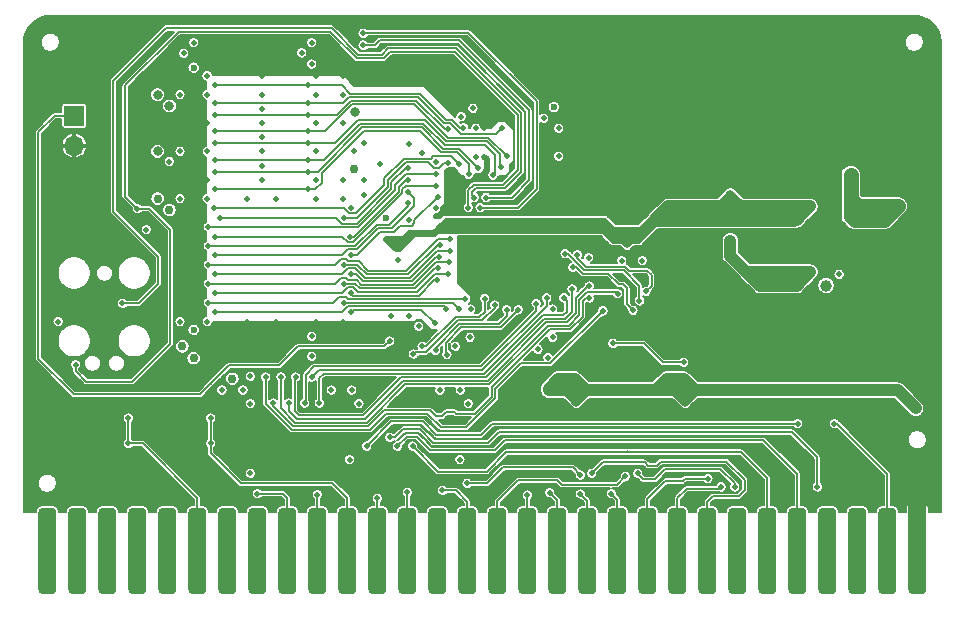
<source format=gbl>
G04 #@! TF.GenerationSoftware,KiCad,Pcbnew,(5.1.10-1-10_14)*
G04 #@! TF.CreationDate,2021-06-01T03:35:06-04:00*
G04 #@! TF.ProjectId,RAM2E,52414d32-452e-46b6-9963-61645f706362,2.0*
G04 #@! TF.SameCoordinates,Original*
G04 #@! TF.FileFunction,Copper,L4,Bot*
G04 #@! TF.FilePolarity,Positive*
%FSLAX46Y46*%
G04 Gerber Fmt 4.6, Leading zero omitted, Abs format (unit mm)*
G04 Created by KiCad (PCBNEW (5.1.10-1-10_14)) date 2021-06-01 03:35:06*
%MOMM*%
%LPD*%
G01*
G04 APERTURE LIST*
G04 #@! TA.AperFunction,ComponentPad*
%ADD10O,1.700000X1.700000*%
G04 #@! TD*
G04 #@! TA.AperFunction,ComponentPad*
%ADD11R,1.700000X1.700000*%
G04 #@! TD*
G04 #@! TA.AperFunction,ComponentPad*
%ADD12C,2.000000*%
G04 #@! TD*
G04 #@! TA.AperFunction,ViaPad*
%ADD13C,0.600000*%
G04 #@! TD*
G04 #@! TA.AperFunction,ViaPad*
%ADD14C,1.000000*%
G04 #@! TD*
G04 #@! TA.AperFunction,ViaPad*
%ADD15C,0.500000*%
G04 #@! TD*
G04 #@! TA.AperFunction,ViaPad*
%ADD16C,0.762000*%
G04 #@! TD*
G04 #@! TA.AperFunction,ViaPad*
%ADD17C,0.800000*%
G04 #@! TD*
G04 #@! TA.AperFunction,ViaPad*
%ADD18C,0.508000*%
G04 #@! TD*
G04 #@! TA.AperFunction,Conductor*
%ADD19C,1.270000*%
G04 #@! TD*
G04 #@! TA.AperFunction,Conductor*
%ADD20C,0.508000*%
G04 #@! TD*
G04 #@! TA.AperFunction,Conductor*
%ADD21C,0.500000*%
G04 #@! TD*
G04 #@! TA.AperFunction,Conductor*
%ADD22C,1.000000*%
G04 #@! TD*
G04 #@! TA.AperFunction,Conductor*
%ADD23C,0.650000*%
G04 #@! TD*
G04 #@! TA.AperFunction,Conductor*
%ADD24C,1.524000*%
G04 #@! TD*
G04 #@! TA.AperFunction,Conductor*
%ADD25C,0.150000*%
G04 #@! TD*
G04 #@! TA.AperFunction,Conductor*
%ADD26C,0.152400*%
G04 #@! TD*
G04 #@! TA.AperFunction,Conductor*
%ADD27C,0.800000*%
G04 #@! TD*
G04 #@! TA.AperFunction,Conductor*
%ADD28C,0.600000*%
G04 #@! TD*
G04 #@! TA.AperFunction,Conductor*
%ADD29C,0.154000*%
G04 #@! TD*
G04 #@! TA.AperFunction,Conductor*
%ADD30C,0.100000*%
G04 #@! TD*
G04 APERTURE END LIST*
D10*
X202946000Y-100965000D03*
D11*
X202946000Y-98425000D03*
D12*
X274320000Y-128397000D03*
G04 #@! TA.AperFunction,SMDPad,CuDef*
G36*
G01*
X201422000Y-131993000D02*
X201422000Y-138571000D01*
G75*
G02*
X201041000Y-138952000I-381000J0D01*
G01*
X200279000Y-138952000D01*
G75*
G02*
X199898000Y-138571000I0J381000D01*
G01*
X199898000Y-131993000D01*
G75*
G02*
X200279000Y-131612000I381000J0D01*
G01*
X201041000Y-131612000D01*
G75*
G02*
X201422000Y-131993000I0J-381000D01*
G01*
G37*
G04 #@! TD.AperFunction*
G04 #@! TA.AperFunction,SMDPad,CuDef*
G36*
G01*
X203962000Y-131993000D02*
X203962000Y-138571000D01*
G75*
G02*
X203581000Y-138952000I-381000J0D01*
G01*
X202819000Y-138952000D01*
G75*
G02*
X202438000Y-138571000I0J381000D01*
G01*
X202438000Y-131993000D01*
G75*
G02*
X202819000Y-131612000I381000J0D01*
G01*
X203581000Y-131612000D01*
G75*
G02*
X203962000Y-131993000I0J-381000D01*
G01*
G37*
G04 #@! TD.AperFunction*
G04 #@! TA.AperFunction,SMDPad,CuDef*
G36*
G01*
X206502000Y-131993000D02*
X206502000Y-138571000D01*
G75*
G02*
X206121000Y-138952000I-381000J0D01*
G01*
X205359000Y-138952000D01*
G75*
G02*
X204978000Y-138571000I0J381000D01*
G01*
X204978000Y-131993000D01*
G75*
G02*
X205359000Y-131612000I381000J0D01*
G01*
X206121000Y-131612000D01*
G75*
G02*
X206502000Y-131993000I0J-381000D01*
G01*
G37*
G04 #@! TD.AperFunction*
G04 #@! TA.AperFunction,SMDPad,CuDef*
G36*
G01*
X209042000Y-131993000D02*
X209042000Y-138571000D01*
G75*
G02*
X208661000Y-138952000I-381000J0D01*
G01*
X207899000Y-138952000D01*
G75*
G02*
X207518000Y-138571000I0J381000D01*
G01*
X207518000Y-131993000D01*
G75*
G02*
X207899000Y-131612000I381000J0D01*
G01*
X208661000Y-131612000D01*
G75*
G02*
X209042000Y-131993000I0J-381000D01*
G01*
G37*
G04 #@! TD.AperFunction*
G04 #@! TA.AperFunction,SMDPad,CuDef*
G36*
G01*
X211582000Y-131993000D02*
X211582000Y-138571000D01*
G75*
G02*
X211201000Y-138952000I-381000J0D01*
G01*
X210439000Y-138952000D01*
G75*
G02*
X210058000Y-138571000I0J381000D01*
G01*
X210058000Y-131993000D01*
G75*
G02*
X210439000Y-131612000I381000J0D01*
G01*
X211201000Y-131612000D01*
G75*
G02*
X211582000Y-131993000I0J-381000D01*
G01*
G37*
G04 #@! TD.AperFunction*
G04 #@! TA.AperFunction,SMDPad,CuDef*
G36*
G01*
X214122000Y-131993000D02*
X214122000Y-138571000D01*
G75*
G02*
X213741000Y-138952000I-381000J0D01*
G01*
X212979000Y-138952000D01*
G75*
G02*
X212598000Y-138571000I0J381000D01*
G01*
X212598000Y-131993000D01*
G75*
G02*
X212979000Y-131612000I381000J0D01*
G01*
X213741000Y-131612000D01*
G75*
G02*
X214122000Y-131993000I0J-381000D01*
G01*
G37*
G04 #@! TD.AperFunction*
G04 #@! TA.AperFunction,SMDPad,CuDef*
G36*
G01*
X216662000Y-131993000D02*
X216662000Y-138571000D01*
G75*
G02*
X216281000Y-138952000I-381000J0D01*
G01*
X215519000Y-138952000D01*
G75*
G02*
X215138000Y-138571000I0J381000D01*
G01*
X215138000Y-131993000D01*
G75*
G02*
X215519000Y-131612000I381000J0D01*
G01*
X216281000Y-131612000D01*
G75*
G02*
X216662000Y-131993000I0J-381000D01*
G01*
G37*
G04 #@! TD.AperFunction*
G04 #@! TA.AperFunction,SMDPad,CuDef*
G36*
G01*
X219202000Y-131993000D02*
X219202000Y-138571000D01*
G75*
G02*
X218821000Y-138952000I-381000J0D01*
G01*
X218059000Y-138952000D01*
G75*
G02*
X217678000Y-138571000I0J381000D01*
G01*
X217678000Y-131993000D01*
G75*
G02*
X218059000Y-131612000I381000J0D01*
G01*
X218821000Y-131612000D01*
G75*
G02*
X219202000Y-131993000I0J-381000D01*
G01*
G37*
G04 #@! TD.AperFunction*
G04 #@! TA.AperFunction,SMDPad,CuDef*
G36*
G01*
X221742000Y-131993000D02*
X221742000Y-138571000D01*
G75*
G02*
X221361000Y-138952000I-381000J0D01*
G01*
X220599000Y-138952000D01*
G75*
G02*
X220218000Y-138571000I0J381000D01*
G01*
X220218000Y-131993000D01*
G75*
G02*
X220599000Y-131612000I381000J0D01*
G01*
X221361000Y-131612000D01*
G75*
G02*
X221742000Y-131993000I0J-381000D01*
G01*
G37*
G04 #@! TD.AperFunction*
G04 #@! TA.AperFunction,SMDPad,CuDef*
G36*
G01*
X224282000Y-131993000D02*
X224282000Y-138571000D01*
G75*
G02*
X223901000Y-138952000I-381000J0D01*
G01*
X223139000Y-138952000D01*
G75*
G02*
X222758000Y-138571000I0J381000D01*
G01*
X222758000Y-131993000D01*
G75*
G02*
X223139000Y-131612000I381000J0D01*
G01*
X223901000Y-131612000D01*
G75*
G02*
X224282000Y-131993000I0J-381000D01*
G01*
G37*
G04 #@! TD.AperFunction*
G04 #@! TA.AperFunction,SMDPad,CuDef*
G36*
G01*
X226822000Y-131993000D02*
X226822000Y-138571000D01*
G75*
G02*
X226441000Y-138952000I-381000J0D01*
G01*
X225679000Y-138952000D01*
G75*
G02*
X225298000Y-138571000I0J381000D01*
G01*
X225298000Y-131993000D01*
G75*
G02*
X225679000Y-131612000I381000J0D01*
G01*
X226441000Y-131612000D01*
G75*
G02*
X226822000Y-131993000I0J-381000D01*
G01*
G37*
G04 #@! TD.AperFunction*
G04 #@! TA.AperFunction,SMDPad,CuDef*
G36*
G01*
X229362000Y-131993000D02*
X229362000Y-138571000D01*
G75*
G02*
X228981000Y-138952000I-381000J0D01*
G01*
X228219000Y-138952000D01*
G75*
G02*
X227838000Y-138571000I0J381000D01*
G01*
X227838000Y-131993000D01*
G75*
G02*
X228219000Y-131612000I381000J0D01*
G01*
X228981000Y-131612000D01*
G75*
G02*
X229362000Y-131993000I0J-381000D01*
G01*
G37*
G04 #@! TD.AperFunction*
G04 #@! TA.AperFunction,SMDPad,CuDef*
G36*
G01*
X231902000Y-131993000D02*
X231902000Y-138571000D01*
G75*
G02*
X231521000Y-138952000I-381000J0D01*
G01*
X230759000Y-138952000D01*
G75*
G02*
X230378000Y-138571000I0J381000D01*
G01*
X230378000Y-131993000D01*
G75*
G02*
X230759000Y-131612000I381000J0D01*
G01*
X231521000Y-131612000D01*
G75*
G02*
X231902000Y-131993000I0J-381000D01*
G01*
G37*
G04 #@! TD.AperFunction*
G04 #@! TA.AperFunction,SMDPad,CuDef*
G36*
G01*
X234442000Y-131993000D02*
X234442000Y-138571000D01*
G75*
G02*
X234061000Y-138952000I-381000J0D01*
G01*
X233299000Y-138952000D01*
G75*
G02*
X232918000Y-138571000I0J381000D01*
G01*
X232918000Y-131993000D01*
G75*
G02*
X233299000Y-131612000I381000J0D01*
G01*
X234061000Y-131612000D01*
G75*
G02*
X234442000Y-131993000I0J-381000D01*
G01*
G37*
G04 #@! TD.AperFunction*
G04 #@! TA.AperFunction,SMDPad,CuDef*
G36*
G01*
X236982000Y-131993000D02*
X236982000Y-138571000D01*
G75*
G02*
X236601000Y-138952000I-381000J0D01*
G01*
X235839000Y-138952000D01*
G75*
G02*
X235458000Y-138571000I0J381000D01*
G01*
X235458000Y-131993000D01*
G75*
G02*
X235839000Y-131612000I381000J0D01*
G01*
X236601000Y-131612000D01*
G75*
G02*
X236982000Y-131993000I0J-381000D01*
G01*
G37*
G04 #@! TD.AperFunction*
G04 #@! TA.AperFunction,SMDPad,CuDef*
G36*
G01*
X239522000Y-131993000D02*
X239522000Y-138571000D01*
G75*
G02*
X239141000Y-138952000I-381000J0D01*
G01*
X238379000Y-138952000D01*
G75*
G02*
X237998000Y-138571000I0J381000D01*
G01*
X237998000Y-131993000D01*
G75*
G02*
X238379000Y-131612000I381000J0D01*
G01*
X239141000Y-131612000D01*
G75*
G02*
X239522000Y-131993000I0J-381000D01*
G01*
G37*
G04 #@! TD.AperFunction*
G04 #@! TA.AperFunction,SMDPad,CuDef*
G36*
G01*
X242062000Y-131993000D02*
X242062000Y-138571000D01*
G75*
G02*
X241681000Y-138952000I-381000J0D01*
G01*
X240919000Y-138952000D01*
G75*
G02*
X240538000Y-138571000I0J381000D01*
G01*
X240538000Y-131993000D01*
G75*
G02*
X240919000Y-131612000I381000J0D01*
G01*
X241681000Y-131612000D01*
G75*
G02*
X242062000Y-131993000I0J-381000D01*
G01*
G37*
G04 #@! TD.AperFunction*
G04 #@! TA.AperFunction,SMDPad,CuDef*
G36*
G01*
X244602000Y-131993000D02*
X244602000Y-138571000D01*
G75*
G02*
X244221000Y-138952000I-381000J0D01*
G01*
X243459000Y-138952000D01*
G75*
G02*
X243078000Y-138571000I0J381000D01*
G01*
X243078000Y-131993000D01*
G75*
G02*
X243459000Y-131612000I381000J0D01*
G01*
X244221000Y-131612000D01*
G75*
G02*
X244602000Y-131993000I0J-381000D01*
G01*
G37*
G04 #@! TD.AperFunction*
G04 #@! TA.AperFunction,SMDPad,CuDef*
G36*
G01*
X247142000Y-131993000D02*
X247142000Y-138571000D01*
G75*
G02*
X246761000Y-138952000I-381000J0D01*
G01*
X245999000Y-138952000D01*
G75*
G02*
X245618000Y-138571000I0J381000D01*
G01*
X245618000Y-131993000D01*
G75*
G02*
X245999000Y-131612000I381000J0D01*
G01*
X246761000Y-131612000D01*
G75*
G02*
X247142000Y-131993000I0J-381000D01*
G01*
G37*
G04 #@! TD.AperFunction*
G04 #@! TA.AperFunction,SMDPad,CuDef*
G36*
G01*
X249682000Y-131993000D02*
X249682000Y-138571000D01*
G75*
G02*
X249301000Y-138952000I-381000J0D01*
G01*
X248539000Y-138952000D01*
G75*
G02*
X248158000Y-138571000I0J381000D01*
G01*
X248158000Y-131993000D01*
G75*
G02*
X248539000Y-131612000I381000J0D01*
G01*
X249301000Y-131612000D01*
G75*
G02*
X249682000Y-131993000I0J-381000D01*
G01*
G37*
G04 #@! TD.AperFunction*
G04 #@! TA.AperFunction,SMDPad,CuDef*
G36*
G01*
X252222000Y-131993000D02*
X252222000Y-138571000D01*
G75*
G02*
X251841000Y-138952000I-381000J0D01*
G01*
X251079000Y-138952000D01*
G75*
G02*
X250698000Y-138571000I0J381000D01*
G01*
X250698000Y-131993000D01*
G75*
G02*
X251079000Y-131612000I381000J0D01*
G01*
X251841000Y-131612000D01*
G75*
G02*
X252222000Y-131993000I0J-381000D01*
G01*
G37*
G04 #@! TD.AperFunction*
G04 #@! TA.AperFunction,SMDPad,CuDef*
G36*
G01*
X254762000Y-131993000D02*
X254762000Y-138571000D01*
G75*
G02*
X254381000Y-138952000I-381000J0D01*
G01*
X253619000Y-138952000D01*
G75*
G02*
X253238000Y-138571000I0J381000D01*
G01*
X253238000Y-131993000D01*
G75*
G02*
X253619000Y-131612000I381000J0D01*
G01*
X254381000Y-131612000D01*
G75*
G02*
X254762000Y-131993000I0J-381000D01*
G01*
G37*
G04 #@! TD.AperFunction*
G04 #@! TA.AperFunction,SMDPad,CuDef*
G36*
G01*
X257302000Y-131993000D02*
X257302000Y-138571000D01*
G75*
G02*
X256921000Y-138952000I-381000J0D01*
G01*
X256159000Y-138952000D01*
G75*
G02*
X255778000Y-138571000I0J381000D01*
G01*
X255778000Y-131993000D01*
G75*
G02*
X256159000Y-131612000I381000J0D01*
G01*
X256921000Y-131612000D01*
G75*
G02*
X257302000Y-131993000I0J-381000D01*
G01*
G37*
G04 #@! TD.AperFunction*
G04 #@! TA.AperFunction,SMDPad,CuDef*
G36*
G01*
X259842000Y-131993000D02*
X259842000Y-138571000D01*
G75*
G02*
X259461000Y-138952000I-381000J0D01*
G01*
X258699000Y-138952000D01*
G75*
G02*
X258318000Y-138571000I0J381000D01*
G01*
X258318000Y-131993000D01*
G75*
G02*
X258699000Y-131612000I381000J0D01*
G01*
X259461000Y-131612000D01*
G75*
G02*
X259842000Y-131993000I0J-381000D01*
G01*
G37*
G04 #@! TD.AperFunction*
G04 #@! TA.AperFunction,SMDPad,CuDef*
G36*
G01*
X262382000Y-131993000D02*
X262382000Y-138571000D01*
G75*
G02*
X262001000Y-138952000I-381000J0D01*
G01*
X261239000Y-138952000D01*
G75*
G02*
X260858000Y-138571000I0J381000D01*
G01*
X260858000Y-131993000D01*
G75*
G02*
X261239000Y-131612000I381000J0D01*
G01*
X262001000Y-131612000D01*
G75*
G02*
X262382000Y-131993000I0J-381000D01*
G01*
G37*
G04 #@! TD.AperFunction*
G04 #@! TA.AperFunction,SMDPad,CuDef*
G36*
G01*
X264922000Y-131993000D02*
X264922000Y-138571000D01*
G75*
G02*
X264541000Y-138952000I-381000J0D01*
G01*
X263779000Y-138952000D01*
G75*
G02*
X263398000Y-138571000I0J381000D01*
G01*
X263398000Y-131993000D01*
G75*
G02*
X263779000Y-131612000I381000J0D01*
G01*
X264541000Y-131612000D01*
G75*
G02*
X264922000Y-131993000I0J-381000D01*
G01*
G37*
G04 #@! TD.AperFunction*
G04 #@! TA.AperFunction,SMDPad,CuDef*
G36*
G01*
X267462000Y-131993000D02*
X267462000Y-138571000D01*
G75*
G02*
X267081000Y-138952000I-381000J0D01*
G01*
X266319000Y-138952000D01*
G75*
G02*
X265938000Y-138571000I0J381000D01*
G01*
X265938000Y-131993000D01*
G75*
G02*
X266319000Y-131612000I381000J0D01*
G01*
X267081000Y-131612000D01*
G75*
G02*
X267462000Y-131993000I0J-381000D01*
G01*
G37*
G04 #@! TD.AperFunction*
G04 #@! TA.AperFunction,SMDPad,CuDef*
G36*
G01*
X270002000Y-131993000D02*
X270002000Y-138571000D01*
G75*
G02*
X269621000Y-138952000I-381000J0D01*
G01*
X268859000Y-138952000D01*
G75*
G02*
X268478000Y-138571000I0J381000D01*
G01*
X268478000Y-131993000D01*
G75*
G02*
X268859000Y-131612000I381000J0D01*
G01*
X269621000Y-131612000D01*
G75*
G02*
X270002000Y-131993000I0J-381000D01*
G01*
G37*
G04 #@! TD.AperFunction*
G04 #@! TA.AperFunction,SMDPad,CuDef*
G36*
G01*
X272542000Y-131993000D02*
X272542000Y-138571000D01*
G75*
G02*
X272161000Y-138952000I-381000J0D01*
G01*
X271399000Y-138952000D01*
G75*
G02*
X271018000Y-138571000I0J381000D01*
G01*
X271018000Y-131993000D01*
G75*
G02*
X271399000Y-131612000I381000J0D01*
G01*
X272161000Y-131612000D01*
G75*
G02*
X272542000Y-131993000I0J-381000D01*
G01*
G37*
G04 #@! TD.AperFunction*
G04 #@! TA.AperFunction,SMDPad,CuDef*
G36*
G01*
X275082000Y-131993000D02*
X275082000Y-138571000D01*
G75*
G02*
X274701000Y-138952000I-381000J0D01*
G01*
X273939000Y-138952000D01*
G75*
G02*
X273558000Y-138571000I0J381000D01*
G01*
X273558000Y-131993000D01*
G75*
G02*
X273939000Y-131612000I381000J0D01*
G01*
X274701000Y-131612000D01*
G75*
G02*
X275082000Y-131993000I0J-381000D01*
G01*
G37*
G04 #@! TD.AperFunction*
D13*
X269800000Y-106100000D03*
D14*
X272650000Y-106100000D03*
X271350000Y-107250000D03*
D13*
X268700000Y-106900000D03*
D15*
X245450000Y-120500000D03*
X244825000Y-121650000D03*
X245450000Y-122800000D03*
X254650000Y-120500000D03*
X254025000Y-121650000D03*
X254650000Y-122800000D03*
D16*
X243925000Y-120700000D03*
X253125000Y-120700000D03*
D14*
X274193000Y-123190000D03*
D15*
X252300000Y-121650000D03*
X243100000Y-121650000D03*
D13*
X268700000Y-103450000D03*
D15*
X262763000Y-120650000D03*
X267843000Y-115570000D03*
X272923000Y-120650000D03*
X270383000Y-118110000D03*
X267843000Y-120650000D03*
X272923000Y-115570000D03*
X262763000Y-115570000D03*
X265303000Y-118110000D03*
X257683000Y-115570000D03*
X260223000Y-118110000D03*
D13*
X269800000Y-105000000D03*
X271350000Y-103450000D03*
X267600000Y-105150000D03*
D14*
X272650000Y-104400000D03*
D15*
X240000000Y-102700000D03*
X235800000Y-109750000D03*
X240950000Y-103700000D03*
X241600000Y-104450000D03*
X241000000Y-106500000D03*
X241450000Y-97250000D03*
X242150000Y-96550000D03*
X245400000Y-118200000D03*
X226400000Y-106200000D03*
X237650000Y-101900000D03*
X233550000Y-106950000D03*
X244650000Y-101850000D03*
X244150000Y-114800000D03*
X237200000Y-114750000D03*
X246500000Y-109750000D03*
X214200000Y-99050000D03*
X211900000Y-103850000D03*
X214200000Y-103850000D03*
X223400000Y-115850000D03*
X225700000Y-115850000D03*
X223400000Y-95050000D03*
X225700000Y-95050000D03*
X223400000Y-96650000D03*
X225700000Y-96650000D03*
X223400000Y-101450000D03*
X225700000Y-105450000D03*
X223400000Y-105450000D03*
D16*
X214550000Y-118950000D03*
X214550000Y-116950000D03*
X210000000Y-103950000D03*
D15*
X211000000Y-103100000D03*
D16*
X211000000Y-99000000D03*
D15*
X248850000Y-107350000D03*
X244650000Y-99500000D03*
D13*
X229350000Y-107100000D03*
D16*
X245050000Y-97650000D03*
D15*
X235625000Y-123150000D03*
D16*
X233750000Y-123150000D03*
X215350000Y-123150000D03*
X216325000Y-124100000D03*
D15*
X217225000Y-123150000D03*
D16*
X242950000Y-123150000D03*
D15*
X254025000Y-123150000D03*
D16*
X252150000Y-123150000D03*
D15*
X244825000Y-123150000D03*
X226425000Y-123150000D03*
D16*
X224550000Y-123150000D03*
D15*
X245900000Y-98650000D03*
X227700000Y-122800000D03*
X218500000Y-122800000D03*
X227475000Y-105150000D03*
X229750000Y-115350000D03*
D17*
X210000000Y-95150000D03*
X211000000Y-94200000D03*
X210000000Y-99950000D03*
D15*
X245450000Y-126400000D03*
X254650000Y-126400000D03*
X219710000Y-131191000D03*
X222250000Y-131191000D03*
X224790000Y-131191000D03*
X227330000Y-131191000D03*
X229870000Y-131191000D03*
X232410000Y-131191000D03*
X234950000Y-131191000D03*
X217170000Y-131191000D03*
D13*
X214630000Y-131191000D03*
X212090000Y-131191000D03*
D15*
X209550000Y-131191000D03*
X204470000Y-131191000D03*
X201930000Y-131191000D03*
X199136000Y-131191000D03*
X265430000Y-131191000D03*
X262890000Y-131191000D03*
X260350000Y-131191000D03*
X257810000Y-131191000D03*
X255270000Y-131191000D03*
X252730000Y-131191000D03*
X250190000Y-131191000D03*
X247650000Y-131191000D03*
X245110000Y-131191000D03*
X242570000Y-131191000D03*
X240030000Y-131191000D03*
X237490000Y-131191000D03*
X275844000Y-118364000D03*
X275844000Y-108204000D03*
X275844000Y-103124000D03*
X199136000Y-93091000D03*
X275844000Y-98044000D03*
X272923000Y-90424000D03*
X199771000Y-90932000D03*
X267970000Y-90424000D03*
X262890000Y-90424000D03*
X252730000Y-90424000D03*
X242570000Y-90424000D03*
X247650000Y-90424000D03*
X237998000Y-90424000D03*
X227330000Y-90424000D03*
X232410000Y-90424000D03*
X222250000Y-90274000D03*
X212090000Y-90274000D03*
X217170000Y-90274000D03*
X206756000Y-90424000D03*
X202057000Y-90424000D03*
X275209000Y-90932000D03*
X199136000Y-107315000D03*
X237150000Y-117200000D03*
X244150000Y-117200000D03*
X237650000Y-99500000D03*
X199136000Y-112395000D03*
X199136000Y-117475000D03*
X199136000Y-122555000D03*
X199136000Y-128270000D03*
X275844000Y-93091000D03*
X275844000Y-131191000D03*
X270510000Y-131191000D03*
X207010000Y-131191000D03*
X267970000Y-131191000D03*
X234600000Y-103100000D03*
X275844000Y-123444000D03*
X267970000Y-95504000D03*
X262890000Y-95504000D03*
X257810000Y-95504000D03*
X247650000Y-95504000D03*
X229870000Y-93599000D03*
X201676000Y-125095000D03*
X204216000Y-122555000D03*
D13*
X205486000Y-120142000D03*
D15*
X209296000Y-122555000D03*
X206756000Y-125095000D03*
X273050000Y-95504000D03*
D13*
X211836000Y-125095000D03*
D15*
X211836000Y-120015000D03*
X270383000Y-123190000D03*
X218650000Y-125900000D03*
D17*
X251200000Y-112200000D03*
D15*
X205486000Y-110490000D03*
X238900000Y-98550000D03*
X242650000Y-99350000D03*
D16*
X250750000Y-107100000D03*
X249750000Y-106150000D03*
D15*
X237350000Y-118950000D03*
X224550000Y-92250000D03*
X225400000Y-93150000D03*
X238400000Y-117900000D03*
X246000000Y-119650000D03*
X242800000Y-120550000D03*
X237000000Y-122800000D03*
X226600000Y-101400000D03*
X219710000Y-92964000D03*
X232750000Y-118950000D03*
X227500000Y-100750000D03*
X252730000Y-95504000D03*
X255450000Y-119500000D03*
X253550000Y-117600000D03*
X229000000Y-92550000D03*
X226300000Y-91300000D03*
X241500000Y-118900000D03*
X230250000Y-124800000D03*
X254250000Y-128850000D03*
D17*
X234750000Y-124150000D03*
D15*
X250350000Y-102450000D03*
X247400000Y-98600000D03*
X247800000Y-99900000D03*
X250450000Y-116300000D03*
X204030000Y-114300000D03*
X206930000Y-113050000D03*
X211650000Y-113200000D03*
D14*
X267850000Y-126200000D03*
X269050000Y-124850000D03*
D15*
X265303000Y-123190000D03*
X228250000Y-91900000D03*
X244850000Y-105250000D03*
X233600000Y-102350000D03*
X232400000Y-101550000D03*
X269050000Y-127350000D03*
X247000000Y-119750000D03*
X217050000Y-127100000D03*
X253550000Y-111050000D03*
X220000000Y-105450000D03*
X217600000Y-105450000D03*
X218800000Y-103850000D03*
X218800000Y-101450000D03*
X218800000Y-99050000D03*
X218800000Y-96650000D03*
X218800000Y-95050000D03*
X218800000Y-102650000D03*
X218800000Y-97850000D03*
X218800000Y-100250000D03*
X220000000Y-115850000D03*
X217600000Y-115850000D03*
X237100000Y-92900000D03*
X233200000Y-94500000D03*
X201930000Y-108077000D03*
X209931000Y-107696000D03*
X205486000Y-106680000D03*
X202819000Y-109220000D03*
X202819000Y-106934000D03*
X199136000Y-102235000D03*
X199136000Y-97155000D03*
X201676000Y-94615000D03*
D13*
X201676000Y-104775000D03*
D15*
X206756000Y-99695000D03*
X206756000Y-104775000D03*
D14*
X259850000Y-109950000D03*
X262550000Y-109950000D03*
X261200000Y-108800000D03*
X263900000Y-108800000D03*
X265250000Y-109950000D03*
X266600000Y-108800000D03*
X269300000Y-112800000D03*
D15*
X270510000Y-98044000D03*
X265430000Y-98044000D03*
X260350000Y-98044000D03*
X255270000Y-98044000D03*
X250190000Y-98044000D03*
X267970000Y-100584000D03*
X262890000Y-100584000D03*
X257810000Y-100584000D03*
X273050000Y-100584000D03*
X252730000Y-100584000D03*
X255270000Y-103124000D03*
X275844000Y-113284000D03*
D14*
X267950000Y-113950000D03*
X265250000Y-113950000D03*
X262550000Y-113950000D03*
X259850000Y-113950000D03*
D15*
X267700000Y-109850000D03*
D14*
X271350000Y-113650000D03*
X272700000Y-112500000D03*
D15*
X260223000Y-123190000D03*
X263144000Y-125730000D03*
X273050000Y-131699000D03*
D14*
X258500000Y-112800000D03*
D15*
X230350000Y-110650000D03*
X214550000Y-94050000D03*
X215400000Y-93150000D03*
X214550000Y-92250000D03*
D13*
X224550000Y-94350000D03*
D15*
X241300000Y-120150000D03*
D16*
X244550000Y-119000000D03*
D15*
X249300000Y-112200000D03*
X231250000Y-107250000D03*
D14*
X262600000Y-104400000D03*
X263900000Y-103250000D03*
X265200000Y-104400000D03*
X261200000Y-103250000D03*
X259850000Y-104400000D03*
D15*
X228350000Y-128700000D03*
X223700000Y-126400000D03*
X223700000Y-128650000D03*
X232900000Y-128700000D03*
X233550000Y-127550000D03*
X242150000Y-126400000D03*
X242750000Y-127550000D03*
X242100000Y-128700000D03*
X251300000Y-126400000D03*
X251950000Y-127550000D03*
X260500000Y-126400000D03*
X261150000Y-127550000D03*
X260500000Y-128700000D03*
D13*
X224550000Y-116550000D03*
D17*
X215500000Y-117950000D03*
D15*
X248850000Y-109800000D03*
X250250000Y-113000000D03*
X257810000Y-90424000D03*
X255270000Y-92964000D03*
X224550000Y-118800000D03*
X228850000Y-102550000D03*
X237900000Y-97800000D03*
X246100000Y-106600000D03*
X245050000Y-108850000D03*
X209423000Y-92964000D03*
X206756000Y-94234000D03*
X230300000Y-126400000D03*
X231600000Y-126400000D03*
X257700000Y-129850000D03*
X256600000Y-129150000D03*
X243200000Y-130350000D03*
X241300000Y-130550000D03*
X214503000Y-124015500D03*
X214503000Y-126174500D03*
X229650000Y-125650000D03*
X265850000Y-129850000D03*
X218440000Y-130429000D03*
X234100000Y-130150000D03*
X231140000Y-130302000D03*
X228600000Y-130810000D03*
X223520000Y-130500000D03*
X267300000Y-124500000D03*
X249600000Y-128950000D03*
X245800000Y-130450000D03*
X248412000Y-130429000D03*
X246750000Y-128700000D03*
X250650000Y-128700000D03*
X258850000Y-129850000D03*
X236200000Y-129550000D03*
X245800000Y-128850000D03*
X231250000Y-100800000D03*
X242200000Y-118200000D03*
X236950000Y-101900000D03*
X233550000Y-106250000D03*
X243950000Y-101850000D03*
X243450000Y-114800000D03*
X246500000Y-110450000D03*
D18*
X214200000Y-96650000D03*
D15*
X214200000Y-101450000D03*
X211900000Y-96650000D03*
X211900000Y-101450000D03*
X211900000Y-105450000D03*
X211900000Y-115850000D03*
X214200000Y-115850000D03*
X225700000Y-99050000D03*
X223400000Y-99050000D03*
X223400000Y-103850000D03*
X225700000Y-103850000D03*
D16*
X212100000Y-117950000D03*
X213050000Y-118950000D03*
X211000000Y-106400000D03*
X210000000Y-105450000D03*
D15*
X211000000Y-102300000D03*
D16*
X226600000Y-102900000D03*
D18*
X214200000Y-95050000D03*
D15*
X243950000Y-99500000D03*
X235625000Y-121650000D03*
X236300000Y-122800000D03*
X217850000Y-120500000D03*
X215450000Y-121650000D03*
X217225000Y-121650000D03*
D16*
X216325000Y-120700000D03*
D15*
X217850000Y-122800000D03*
X226425000Y-121650000D03*
X227050000Y-122800000D03*
X217850000Y-128700000D03*
X235700000Y-98500000D03*
X242700000Y-98650000D03*
X231250000Y-115350000D03*
X232100000Y-116250000D03*
D18*
X214200000Y-105450000D03*
D17*
X210000000Y-96650000D03*
X211000000Y-97600000D03*
X210000000Y-101450000D03*
D15*
X235600000Y-127550000D03*
X226250000Y-127550000D03*
D13*
X243550000Y-97700000D03*
D15*
X223050000Y-92250000D03*
X223050000Y-94050000D03*
X251050000Y-110700000D03*
X236450000Y-117200000D03*
X243450000Y-117200000D03*
X236950000Y-99500000D03*
X201580000Y-115850000D03*
X236500000Y-114800000D03*
X222200000Y-93100000D03*
X209042000Y-108077000D03*
D14*
X259850000Y-111650000D03*
X261200000Y-112800000D03*
X262550000Y-111650000D03*
X265250000Y-111650000D03*
X263900000Y-112800000D03*
X266600000Y-112800000D03*
D13*
X213050000Y-116550000D03*
D15*
X213050000Y-92250000D03*
X212200000Y-93150000D03*
D13*
X213050000Y-94350000D03*
D15*
X267700000Y-111850000D03*
X243050000Y-118900000D03*
X249300000Y-110700000D03*
D17*
X258500000Y-109000000D03*
D15*
X227500000Y-103850000D03*
X233900000Y-121650000D03*
X224700000Y-121650000D03*
X235200000Y-117950000D03*
X223050000Y-117100000D03*
X223050000Y-118800000D03*
D17*
X226750000Y-98100000D03*
D15*
X236700000Y-97800000D03*
X236800000Y-105350000D03*
X207010000Y-114300000D03*
X236300000Y-106200000D03*
X203073000Y-119507000D03*
X208280000Y-106299000D03*
X237800000Y-105350000D03*
X227400000Y-92450000D03*
X237300000Y-106200000D03*
X227400000Y-91440000D03*
X222700000Y-102150000D03*
D18*
X214900000Y-102150000D03*
D15*
X238400000Y-103450000D03*
X222700000Y-100750000D03*
X214900000Y-100750000D03*
X239050000Y-102750000D03*
X222700000Y-99750000D03*
D18*
X214900000Y-99750000D03*
D15*
X239550000Y-101850000D03*
X222700000Y-98350000D03*
X214900000Y-98350000D03*
X234550000Y-99550000D03*
X222700000Y-104650000D03*
D18*
X214900000Y-104650000D03*
D15*
X236350000Y-103400000D03*
X222700000Y-103150000D03*
X214900000Y-103150000D03*
X237150000Y-102850000D03*
D18*
X222700000Y-95850000D03*
X214900000Y-95850000D03*
D15*
X235900000Y-99450000D03*
D18*
X214900000Y-97350000D03*
X222700000Y-97350000D03*
D15*
X239150000Y-99500000D03*
X225800000Y-107050000D03*
X234600000Y-102400000D03*
X231200000Y-102850000D03*
X215300000Y-107050000D03*
X214300000Y-107850000D03*
X233550000Y-103350000D03*
X231200000Y-103850000D03*
X226300000Y-108650000D03*
X214850000Y-108650000D03*
X233550000Y-104350000D03*
X231200000Y-104850000D03*
X214850000Y-110250000D03*
X233700000Y-105300000D03*
X226350000Y-110250000D03*
X231200000Y-105850000D03*
X214300000Y-109450000D03*
X214300000Y-111050000D03*
X234800000Y-108850000D03*
X225750000Y-111050000D03*
X233950000Y-109350000D03*
X214850000Y-111850000D03*
X234800000Y-109850000D03*
X226350000Y-111850000D03*
X233850000Y-110350000D03*
X214300000Y-112650000D03*
X234700000Y-110850000D03*
X225750000Y-112650000D03*
X233750000Y-111350000D03*
X214850000Y-113450000D03*
X234600000Y-111850000D03*
X226350000Y-113450000D03*
X233650000Y-112350000D03*
X226350000Y-115050000D03*
X233450000Y-116000000D03*
X214850000Y-115050000D03*
X234450000Y-114750000D03*
X225750000Y-114250000D03*
X235500000Y-114750000D03*
X236000000Y-113900000D03*
X214300000Y-114250000D03*
X237700000Y-113900000D03*
X232400000Y-117950000D03*
X238550000Y-114450000D03*
X231650000Y-118600000D03*
X239550000Y-114850000D03*
X233550000Y-118300000D03*
X240550000Y-114850000D03*
X234500000Y-118650000D03*
D18*
X214750000Y-106250000D03*
D15*
X235550000Y-102550000D03*
X246550000Y-113850000D03*
X219800000Y-122750000D03*
X247700000Y-114950000D03*
X219150000Y-120550000D03*
X245100000Y-113100000D03*
X221700000Y-120550000D03*
X246550000Y-112850000D03*
X221100000Y-122750000D03*
X242050000Y-114350000D03*
X222450000Y-122750000D03*
X244400000Y-113850000D03*
X223700000Y-122750000D03*
X242950000Y-113850000D03*
X223050000Y-120550000D03*
X248950000Y-113500000D03*
X220450000Y-120550000D03*
X250250000Y-114900000D03*
X245150000Y-111250000D03*
X251350000Y-113300000D03*
X245550000Y-110200000D03*
X250800000Y-114100000D03*
X244500000Y-110100000D03*
X254550000Y-119300000D03*
X248550000Y-117700000D03*
X207518000Y-124015500D03*
X207518000Y-126174500D03*
D16*
X250750000Y-108600000D03*
D15*
X231250000Y-108350000D03*
X248850000Y-108350000D03*
D16*
X230350000Y-109550000D03*
D15*
X229350000Y-108850000D03*
X233750000Y-108000000D03*
X249750000Y-109400000D03*
D14*
X263900000Y-107250000D03*
X262600000Y-106100000D03*
X265250000Y-106100000D03*
X259850000Y-106100000D03*
X261200000Y-107300000D03*
D17*
X258500000Y-105100000D03*
D15*
X229650000Y-117500000D03*
X227700000Y-126400000D03*
X264200000Y-124500000D03*
D19*
X269500000Y-106100000D02*
X268700000Y-106900000D01*
X271350000Y-107250000D02*
X270200000Y-106100000D01*
X271350000Y-107250000D02*
X272500000Y-106100000D01*
X272650000Y-106100000D02*
X271500000Y-107250000D01*
X272500000Y-106100000D02*
X272650000Y-106100000D01*
X269050000Y-107250000D02*
X268700000Y-106900000D01*
X271500000Y-107250000D02*
X271350000Y-107250000D01*
X271350000Y-107250000D02*
X269050000Y-107250000D01*
X272650000Y-106100000D02*
X269500000Y-106100000D01*
X270200000Y-106100000D02*
X269800000Y-106100000D01*
D20*
X245450000Y-122800000D02*
X245450000Y-120500000D01*
X254650000Y-122800000D02*
X254650000Y-120500000D01*
X254025000Y-122175000D02*
X254650000Y-122800000D01*
X254025000Y-121650000D02*
X254025000Y-122175000D01*
X254025000Y-121125000D02*
X254650000Y-120500000D01*
X254025000Y-121650000D02*
X254025000Y-121125000D01*
X244825000Y-121125000D02*
X245450000Y-120500000D01*
X244825000Y-121650000D02*
X244825000Y-121125000D01*
X244825000Y-122175000D02*
X245450000Y-122800000D01*
X244825000Y-121650000D02*
X244825000Y-122175000D01*
D21*
X245450000Y-120500000D02*
X246600000Y-121650000D01*
X245450000Y-122800000D02*
X246600000Y-121650000D01*
X245450000Y-120500000D02*
X245350000Y-120600000D01*
X245350000Y-122700000D02*
X245450000Y-122800000D01*
X245350000Y-120600000D02*
X245350000Y-122700000D01*
X245450000Y-120500000D02*
X245550000Y-120600000D01*
X245550000Y-122700000D02*
X245450000Y-122800000D01*
X244300000Y-121650000D02*
X245450000Y-122800000D01*
X244300000Y-121650000D02*
X245450000Y-120500000D01*
X244825000Y-121600000D02*
X244825000Y-121650000D01*
X243925000Y-120700000D02*
X244825000Y-121600000D01*
D22*
X243925000Y-120700000D02*
X245300000Y-120700000D01*
X245550000Y-120950000D02*
X245550000Y-121650000D01*
X245300000Y-120700000D02*
X245550000Y-120950000D01*
D21*
X245550000Y-121650000D02*
X245550000Y-122700000D01*
X245550000Y-120600000D02*
X245550000Y-121650000D01*
X254650000Y-120500000D02*
X255800000Y-121650000D01*
X254650000Y-122800000D02*
X255800000Y-121650000D01*
X254650000Y-120500000D02*
X254550000Y-120600000D01*
X254550000Y-122700000D02*
X254650000Y-122800000D01*
X254550000Y-120600000D02*
X254550000Y-122700000D01*
X254650000Y-120500000D02*
X254750000Y-120600000D01*
X254750000Y-122700000D02*
X254650000Y-122800000D01*
X254750000Y-120600000D02*
X254750000Y-122700000D01*
D22*
X252175000Y-121650000D02*
X244825000Y-121650000D01*
X253125000Y-120700000D02*
X252175000Y-121650000D01*
X254025000Y-121600000D02*
X254025000Y-121650000D01*
X253125000Y-120700000D02*
X254025000Y-121600000D01*
X254500000Y-120700000D02*
X255450000Y-121650000D01*
X253125000Y-120700000D02*
X254500000Y-120700000D01*
X272653000Y-121650000D02*
X254025000Y-121650000D01*
X274193000Y-123190000D02*
X272653000Y-121650000D01*
D21*
X252300000Y-121650000D02*
X253500000Y-121650000D01*
X246600000Y-121650000D02*
X252300000Y-121650000D01*
D22*
X252300000Y-121650000D02*
X244825000Y-121650000D01*
D21*
X253500000Y-121650000D02*
X254650000Y-122800000D01*
D22*
X254025000Y-121650000D02*
X252300000Y-121650000D01*
D21*
X243100000Y-121650000D02*
X244300000Y-121650000D01*
D22*
X243100000Y-121525000D02*
X243925000Y-120700000D01*
X243100000Y-121650000D02*
X243100000Y-121525000D01*
X244825000Y-121650000D02*
X243100000Y-121650000D01*
D23*
X269750000Y-106100000D02*
X272650000Y-106100000D01*
X268700000Y-105050000D02*
X269750000Y-106100000D01*
X268700000Y-103450000D02*
X268700000Y-105050000D01*
D19*
X268700000Y-103450000D02*
X268700000Y-106900000D01*
D21*
X237850000Y-102100000D02*
X237850000Y-103100000D01*
D24*
X274320000Y-135282000D02*
X274320000Y-128397000D01*
D21*
X237850000Y-103100000D02*
X237450000Y-103500000D01*
X237600000Y-103500000D02*
X237000000Y-103500000D01*
X237850000Y-103100000D02*
X237600000Y-103500000D01*
X237650000Y-101900000D02*
X237850000Y-102100000D01*
X237850000Y-103100000D02*
X237749999Y-103200001D01*
X237749999Y-103200001D02*
X237749999Y-103749999D01*
D25*
X264160000Y-128760000D02*
X264160000Y-135282000D01*
X261300000Y-125900000D02*
X264160000Y-128760000D01*
X239400000Y-125900000D02*
X261300000Y-125900000D01*
X238550000Y-126750000D02*
X239400000Y-125900000D01*
X233100000Y-126750000D02*
X238550000Y-126750000D01*
X231950000Y-125600000D02*
X233100000Y-126750000D01*
X231100000Y-125600000D02*
X231950000Y-125600000D01*
X230300000Y-126400000D02*
X231100000Y-125600000D01*
X249750000Y-126850000D02*
X249800000Y-126900000D01*
X261620000Y-130810000D02*
X261620000Y-135282000D01*
X259400000Y-126900000D02*
X261620000Y-129120000D01*
X237850000Y-128550000D02*
X239500000Y-126900000D01*
X261620000Y-129120000D02*
X261620000Y-130810000D01*
X233750000Y-128550000D02*
X237850000Y-128550000D01*
X239500000Y-126900000D02*
X259400000Y-126900000D01*
X231600000Y-126400000D02*
X233750000Y-128550000D01*
D26*
X254000000Y-130810000D02*
X254000000Y-135382000D01*
D25*
X254810000Y-130000000D02*
X254000000Y-130810000D01*
X257700000Y-129850000D02*
X257550000Y-130000000D01*
X257550000Y-130000000D02*
X254810000Y-130000000D01*
X254450000Y-129350000D02*
X253000000Y-129350000D01*
X254650000Y-129150000D02*
X254450000Y-129350000D01*
X253000000Y-129350000D02*
X251460000Y-130890000D01*
X251460000Y-130890000D02*
X251460000Y-135282000D01*
X256600000Y-129150000D02*
X254650000Y-129150000D01*
X243840000Y-130990000D02*
X243840000Y-135282000D01*
X243200000Y-130350000D02*
X243840000Y-130990000D01*
D26*
X241300000Y-130810000D02*
X241300000Y-135382000D01*
D25*
X241300000Y-130810000D02*
X241300000Y-130550000D01*
D26*
X226060000Y-130810000D02*
X226060000Y-135382000D01*
D25*
X217043000Y-129540000D02*
X224790000Y-129540000D01*
X224790000Y-129540000D02*
X226060000Y-130810000D01*
X214503000Y-126174500D02*
X214503000Y-124015500D01*
X214503000Y-127000000D02*
X217043000Y-129540000D01*
X214503000Y-126174500D02*
X214503000Y-127000000D01*
X265850000Y-127350000D02*
X265850000Y-129850000D01*
X263700000Y-125200000D02*
X265850000Y-127350000D01*
X238900000Y-125200000D02*
X263700000Y-125200000D01*
X238000000Y-126100000D02*
X238900000Y-125200000D01*
X233350000Y-126100000D02*
X238000000Y-126100000D01*
X232200000Y-124950000D02*
X233350000Y-126100000D01*
X230800000Y-124950000D02*
X232200000Y-124950000D01*
X230100000Y-125650000D02*
X230800000Y-124950000D01*
X229650000Y-125650000D02*
X230100000Y-125650000D01*
X220599000Y-130429000D02*
X218440000Y-130429000D01*
X220980000Y-130810000D02*
X220599000Y-130429000D01*
X220980000Y-135282000D02*
X220980000Y-130810000D01*
D26*
X236220000Y-131120000D02*
X236220000Y-135382000D01*
X234100000Y-130150000D02*
X235250000Y-130150000D01*
X235250000Y-130150000D02*
X236220000Y-131120000D01*
X231140000Y-135382000D02*
X231140000Y-130302000D01*
X228600000Y-135382000D02*
X228600000Y-130810000D01*
X223520000Y-135382000D02*
X223520000Y-130500000D01*
D25*
X271780000Y-128780000D02*
X271780000Y-135282000D01*
X267500000Y-124500000D02*
X271780000Y-128780000D01*
X267300000Y-124500000D02*
X267500000Y-124500000D01*
X238760000Y-131064000D02*
X238760000Y-135282000D01*
X249600000Y-128950000D02*
X248900000Y-129650000D01*
X240538000Y-129286000D02*
X238760000Y-131064000D01*
X244204000Y-129650000D02*
X243840000Y-129286000D01*
X243840000Y-129286000D02*
X240538000Y-129286000D01*
X248900000Y-129650000D02*
X244204000Y-129650000D01*
X245800000Y-130450000D02*
X246380000Y-131030000D01*
X246380000Y-131030000D02*
X246380000Y-135282000D01*
X248920000Y-130937000D02*
X248920000Y-135282000D01*
X248412000Y-130429000D02*
X248920000Y-130937000D01*
X256540000Y-131110000D02*
X256540000Y-135282000D01*
X257000000Y-130650000D02*
X256540000Y-131110000D01*
X259200000Y-130650000D02*
X257000000Y-130650000D01*
X259700000Y-130150000D02*
X259200000Y-130650000D01*
X259700000Y-129250000D02*
X259700000Y-130150000D01*
X258150000Y-127700000D02*
X259700000Y-129250000D01*
X252600000Y-127700000D02*
X258150000Y-127700000D01*
X252250000Y-128050000D02*
X252600000Y-127700000D01*
X251550000Y-128050000D02*
X252250000Y-128050000D01*
X251250000Y-127750000D02*
X251550000Y-128050000D01*
X247700000Y-127750000D02*
X251250000Y-127750000D01*
X246750000Y-128700000D02*
X247700000Y-127750000D01*
X251100000Y-129200000D02*
X250650000Y-128750000D01*
X250650000Y-128750000D02*
X250650000Y-128700000D01*
X252950000Y-128350000D02*
X252100000Y-129200000D01*
X257650000Y-128350000D02*
X252950000Y-128350000D01*
X258850000Y-129550000D02*
X257650000Y-128350000D01*
X258850000Y-129850000D02*
X258850000Y-129550000D01*
X252100000Y-129200000D02*
X251100000Y-129200000D01*
X245150000Y-128200000D02*
X245800000Y-128850000D01*
X237900000Y-129550000D02*
X239250000Y-128200000D01*
X239250000Y-128200000D02*
X245150000Y-128200000D01*
X236200000Y-129550000D02*
X237900000Y-129550000D01*
D22*
X261000000Y-112800000D02*
X261200000Y-112800000D01*
X259850000Y-111650000D02*
X261000000Y-112800000D01*
X261200000Y-112800000D02*
X263900000Y-112800000D01*
X263900000Y-112800000D02*
X264100000Y-112800000D01*
X259850000Y-111650000D02*
X265250000Y-111650000D01*
X260450000Y-112250000D02*
X264650000Y-112250000D01*
X259850000Y-111650000D02*
X260450000Y-112250000D01*
X264650000Y-112250000D02*
X265250000Y-111650000D01*
X264100000Y-112800000D02*
X264650000Y-112250000D01*
X258500000Y-110300000D02*
X259850000Y-111650000D01*
X258500000Y-109000000D02*
X258500000Y-110300000D01*
D25*
X208407000Y-114300000D02*
X207010000Y-114300000D01*
X210058000Y-112649000D02*
X208407000Y-114300000D01*
X210058000Y-110363000D02*
X210058000Y-112649000D01*
X206250000Y-106555000D02*
X210058000Y-110363000D01*
X206250000Y-95450000D02*
X206250000Y-106555000D01*
X210700000Y-91000000D02*
X206250000Y-95450000D01*
X224750000Y-91000000D02*
X210700000Y-91000000D01*
X227000000Y-93250000D02*
X224750000Y-91000000D01*
X229000000Y-93250000D02*
X227000000Y-93250000D01*
X229550000Y-92700000D02*
X229000000Y-93250000D01*
X235300000Y-92700000D02*
X229550000Y-92700000D01*
X240800000Y-98200000D02*
X235300000Y-92700000D01*
X240800000Y-103150000D02*
X240800000Y-98200000D01*
X239400000Y-104550000D02*
X240800000Y-103150000D01*
X236950000Y-104550000D02*
X239400000Y-104550000D01*
X236600000Y-104900000D02*
X236950000Y-104550000D01*
X236600000Y-105150000D02*
X236600000Y-104900000D01*
X236800000Y-105350000D02*
X236600000Y-105150000D01*
X203073000Y-120042500D02*
X203073000Y-119507000D01*
X203980500Y-120950000D02*
X203073000Y-120042500D01*
X207853000Y-120950000D02*
X203980500Y-120950000D01*
X211074000Y-117729000D02*
X207853000Y-120950000D01*
X211074000Y-108077000D02*
X211074000Y-117729000D01*
X208280000Y-106299000D02*
X209296000Y-106299000D01*
X209296000Y-106299000D02*
X211074000Y-108077000D01*
X236300000Y-104750000D02*
X236300000Y-106200000D01*
X236800000Y-104250000D02*
X236300000Y-104750000D01*
X239250000Y-104250000D02*
X236800000Y-104250000D01*
X207250000Y-105269000D02*
X207250000Y-95850000D01*
X240500000Y-103000000D02*
X239250000Y-104250000D01*
X240500000Y-98350000D02*
X240500000Y-103000000D01*
X235150000Y-93000000D02*
X240500000Y-98350000D01*
X229700000Y-93000000D02*
X235150000Y-93000000D01*
X229150000Y-93550000D02*
X229700000Y-93000000D01*
X224600000Y-91300000D02*
X226850000Y-93550000D01*
X226850000Y-93550000D02*
X229150000Y-93550000D01*
X208280000Y-106299000D02*
X207250000Y-105269000D01*
X211800000Y-91300000D02*
X224600000Y-91300000D01*
X207250000Y-95850000D02*
X211800000Y-91300000D01*
X240000000Y-105350000D02*
X237800000Y-105350000D01*
X241450000Y-103900000D02*
X240000000Y-105350000D01*
X235550000Y-92050000D02*
X241450000Y-97950000D01*
X227400000Y-92450000D02*
X228400000Y-92450000D01*
X228800000Y-92050000D02*
X235550000Y-92050000D01*
X241450000Y-97950000D02*
X241450000Y-103900000D01*
X228400000Y-92450000D02*
X228800000Y-92050000D01*
X240550000Y-106200000D02*
X237300000Y-106200000D01*
X242100000Y-97200000D02*
X242100000Y-104650000D01*
X227440000Y-91400000D02*
X236300000Y-91400000D01*
X242100000Y-104650000D02*
X240550000Y-106200000D01*
X236300000Y-91400000D02*
X242100000Y-97200000D01*
X227400000Y-91440000D02*
X227440000Y-91400000D01*
X214900000Y-102150000D02*
X222700000Y-102150000D01*
X232500000Y-99100000D02*
X227150000Y-99100000D01*
X234300000Y-100900000D02*
X232500000Y-99100000D01*
X227150000Y-99100000D02*
X224100000Y-102150000D01*
X238550000Y-101750000D02*
X237700000Y-100900000D01*
X224100000Y-102150000D02*
X222750000Y-102150000D01*
X238550000Y-103300000D02*
X238550000Y-101750000D01*
X237700000Y-100900000D02*
X234300000Y-100900000D01*
X238400000Y-103450000D02*
X238550000Y-103300000D01*
X221149998Y-100750000D02*
X214900000Y-100750000D01*
X222700000Y-100750000D02*
X221149998Y-100750000D01*
X225050000Y-100750000D02*
X222700000Y-100750000D01*
X227000000Y-98800000D02*
X225050000Y-100750000D01*
X232650000Y-98800000D02*
X227000000Y-98800000D01*
X234450000Y-100600000D02*
X232650000Y-98800000D01*
X237850000Y-100600000D02*
X234450000Y-100600000D01*
X238950000Y-101700000D02*
X237850000Y-100600000D01*
X238950000Y-102650000D02*
X238950000Y-101700000D01*
X239050000Y-102750000D02*
X238950000Y-102650000D01*
X216559338Y-99750000D02*
X214900000Y-99750000D01*
X222700000Y-99750000D02*
X216559338Y-99750000D01*
X234600000Y-100300000D02*
X238000000Y-100300000D01*
X231750000Y-97450000D02*
X234600000Y-100300000D01*
X226500000Y-97450000D02*
X231750000Y-97450000D01*
X238000000Y-100300000D02*
X239550000Y-101850000D01*
X224200000Y-99750000D02*
X226500000Y-97450000D01*
X222700000Y-99750000D02*
X224200000Y-99750000D01*
X222700000Y-98350000D02*
X222800000Y-98250000D01*
X214900000Y-98350000D02*
X222700000Y-98350000D01*
X226350000Y-97150000D02*
X225150000Y-98350000D01*
X231900000Y-97150000D02*
X226350000Y-97150000D01*
X225150000Y-98350000D02*
X222700000Y-98350000D01*
X234300000Y-99550000D02*
X231900000Y-97150000D01*
X234550000Y-99550000D02*
X234300000Y-99550000D01*
X214900000Y-104650000D02*
X222700000Y-104650000D01*
X235375722Y-101500000D02*
X236350000Y-102474278D01*
X236350000Y-102474278D02*
X236350000Y-103400000D01*
X234000000Y-101500000D02*
X235375722Y-101500000D01*
X232200000Y-99700000D02*
X234000000Y-101500000D01*
X227450000Y-99700000D02*
X232200000Y-99700000D01*
X222750000Y-104650000D02*
X223350000Y-104650000D01*
X223900000Y-103250000D02*
X227450000Y-99700000D01*
X223900000Y-104100000D02*
X223900000Y-103250000D01*
X223350000Y-104650000D02*
X223900000Y-104100000D01*
X222700000Y-103150000D02*
X214900000Y-103150000D01*
X223550000Y-103150000D02*
X222700000Y-103150000D01*
X227300000Y-99400000D02*
X223550000Y-103150000D01*
X232350000Y-99400000D02*
X227300000Y-99400000D01*
X234150000Y-101200000D02*
X232350000Y-99400000D01*
X235500000Y-101200000D02*
X234150000Y-101200000D01*
X237150000Y-102850000D02*
X235500000Y-101200000D01*
X214900000Y-95850000D02*
X222700000Y-95850000D01*
X225600000Y-95850000D02*
X226300000Y-96550000D01*
X235600000Y-99450000D02*
X235900000Y-99450000D01*
X222700000Y-95850000D02*
X225600000Y-95850000D01*
X226300000Y-96550000D02*
X232200000Y-96550000D01*
X232200000Y-96550000D02*
X234400000Y-98750000D01*
X234900000Y-98750000D02*
X235600000Y-99450000D01*
X234400000Y-98750000D02*
X234900000Y-98750000D01*
X219049998Y-97350000D02*
X214900000Y-97350000D01*
X222700000Y-97350000D02*
X219049998Y-97350000D01*
X225700000Y-97350000D02*
X222700000Y-97350000D01*
X226200000Y-96850000D02*
X225700000Y-97350000D01*
X232050000Y-96850000D02*
X226200000Y-96850000D01*
X234250000Y-99050000D02*
X232050000Y-96850000D01*
X234750000Y-99050000D02*
X234250000Y-99050000D01*
X235700000Y-100000000D02*
X234750000Y-99050000D01*
X238650000Y-100000000D02*
X235700000Y-100000000D01*
X239150000Y-99500000D02*
X238650000Y-100000000D01*
X229500000Y-103850000D02*
X229500000Y-104450000D01*
X231000000Y-102350000D02*
X229500000Y-103850000D01*
X226900000Y-107050000D02*
X225800000Y-107050000D01*
X229500000Y-104450000D02*
X226900000Y-107050000D01*
X232900000Y-102350000D02*
X231000000Y-102350000D01*
X233800000Y-102850000D02*
X233400000Y-102850000D01*
X234250000Y-102400000D02*
X233800000Y-102850000D01*
X233400000Y-102850000D02*
X232900000Y-102350000D01*
X234600000Y-102400000D02*
X234250000Y-102400000D01*
X231025000Y-102850000D02*
X231200000Y-102850000D01*
X229800000Y-104075000D02*
X231025000Y-102850000D01*
X225100000Y-107050000D02*
X225600000Y-107550000D01*
X229800000Y-104600000D02*
X229800000Y-104075000D01*
X215300000Y-107050000D02*
X225100000Y-107050000D01*
X225600000Y-107550000D02*
X226850000Y-107550000D01*
X226850000Y-107550000D02*
X229800000Y-104600000D01*
X230100000Y-104250000D02*
X231000000Y-103350000D01*
X230100000Y-104750000D02*
X230100000Y-104250000D01*
X231000000Y-103350000D02*
X233550000Y-103350000D01*
X227000000Y-107850000D02*
X230100000Y-104750000D01*
X214300000Y-107850000D02*
X227000000Y-107850000D01*
X231000000Y-103850000D02*
X231200000Y-103850000D01*
X230400000Y-104450000D02*
X231000000Y-103850000D01*
X226625000Y-108650000D02*
X230400000Y-104875000D01*
X230400000Y-104875000D02*
X230400000Y-104450000D01*
X226300000Y-108650000D02*
X226625000Y-108650000D01*
X225600000Y-108650000D02*
X214850000Y-108650000D01*
X226100000Y-109150000D02*
X225600000Y-108650000D01*
X230700000Y-104650000D02*
X230700000Y-105000000D01*
X226550000Y-109150000D02*
X226100000Y-109150000D01*
X230700000Y-105000000D02*
X226550000Y-109150000D01*
X231000000Y-104350000D02*
X230700000Y-104650000D01*
X233550000Y-104350000D02*
X231000000Y-104350000D01*
X225650000Y-110250000D02*
X214850000Y-110250000D01*
X226150000Y-109750000D02*
X225650000Y-110250000D01*
X226900000Y-109750000D02*
X226150000Y-109750000D01*
X228700000Y-107950000D02*
X226900000Y-109750000D01*
X229850000Y-107950000D02*
X228700000Y-107950000D01*
X231700000Y-106100000D02*
X229850000Y-107950000D01*
X231700000Y-105350000D02*
X231700000Y-106100000D01*
X231200000Y-104850000D02*
X231700000Y-105350000D01*
X226850000Y-110250000D02*
X226350000Y-110250000D01*
X228850000Y-108250000D02*
X226850000Y-110250000D01*
X230000000Y-108250000D02*
X228850000Y-108250000D01*
X231750000Y-107250000D02*
X231750000Y-107525000D01*
X230500000Y-107750000D02*
X230000000Y-108250000D01*
X231525000Y-107750000D02*
X230500000Y-107750000D01*
X231750000Y-107525000D02*
X231525000Y-107750000D01*
X233700000Y-105300000D02*
X231750000Y-107250000D01*
X231200000Y-106050000D02*
X231200000Y-105850000D01*
X229600000Y-107650000D02*
X231200000Y-106050000D01*
X228550000Y-107650000D02*
X229600000Y-107650000D01*
X226750000Y-109450000D02*
X228550000Y-107650000D01*
X214300000Y-109450000D02*
X226750000Y-109450000D01*
X225550000Y-110550000D02*
X225050000Y-111050000D01*
X225950000Y-110550000D02*
X225550000Y-110550000D01*
X226150000Y-110750000D02*
X225950000Y-110550000D01*
X227850000Y-111550000D02*
X227050000Y-110750000D01*
X225050000Y-111050000D02*
X214300000Y-111050000D01*
X231050000Y-111550000D02*
X227850000Y-111550000D01*
X233750000Y-108850000D02*
X231050000Y-111550000D01*
X227050000Y-110750000D02*
X226150000Y-110750000D01*
X234800000Y-108850000D02*
X233750000Y-108850000D01*
X226900000Y-111050000D02*
X225750000Y-111050000D01*
X227700000Y-111850000D02*
X226900000Y-111050000D01*
X231200000Y-111850000D02*
X227700000Y-111850000D01*
X233700000Y-109350000D02*
X231200000Y-111850000D01*
X233950000Y-109350000D02*
X233700000Y-109350000D01*
X226150000Y-111350000D02*
X225650000Y-111850000D01*
X226750000Y-111350000D02*
X226150000Y-111350000D01*
X233650000Y-109850000D02*
X231350000Y-112150000D01*
X227550000Y-112150000D02*
X226750000Y-111350000D01*
X225650000Y-111850000D02*
X214850000Y-111850000D01*
X231350000Y-112150000D02*
X227550000Y-112150000D01*
X234800000Y-109850000D02*
X233650000Y-109850000D01*
X226800000Y-111850000D02*
X226350000Y-111850000D01*
X231500000Y-112450000D02*
X227400000Y-112450000D01*
X227400000Y-112450000D02*
X226800000Y-111850000D01*
X233600000Y-110350000D02*
X231500000Y-112450000D01*
X233850000Y-110350000D02*
X233600000Y-110350000D01*
X225050000Y-112650000D02*
X214300000Y-112650000D01*
X226850000Y-112350000D02*
X226150000Y-112350000D01*
X227250000Y-112750000D02*
X226850000Y-112350000D01*
X231650000Y-112750000D02*
X227250000Y-112750000D01*
X225550000Y-112150000D02*
X225050000Y-112650000D01*
X225950000Y-112150000D02*
X225550000Y-112150000D01*
X226150000Y-112350000D02*
X225950000Y-112150000D01*
X233550000Y-110850000D02*
X231650000Y-112750000D01*
X234700000Y-110850000D02*
X233550000Y-110850000D01*
X226700000Y-112650000D02*
X225750000Y-112650000D01*
X231800000Y-113050000D02*
X227100000Y-113050000D01*
X227100000Y-113050000D02*
X226700000Y-112650000D01*
X233500000Y-111350000D02*
X231800000Y-113050000D01*
X233750000Y-111350000D02*
X233500000Y-111350000D01*
X225650000Y-113450000D02*
X214850000Y-113450000D01*
X226150000Y-112950000D02*
X225650000Y-113450000D01*
X226550000Y-112950000D02*
X226150000Y-112950000D01*
X226950000Y-113350000D02*
X226550000Y-112950000D01*
X231950000Y-113350000D02*
X226950000Y-113350000D01*
X233450000Y-111850000D02*
X231950000Y-113350000D01*
X234600000Y-111850000D02*
X233450000Y-111850000D01*
X226550000Y-113650000D02*
X226350000Y-113450000D01*
X232100000Y-113650000D02*
X226550000Y-113650000D01*
X233400000Y-112350000D02*
X232100000Y-113650000D01*
X233650000Y-112350000D02*
X233400000Y-112350000D01*
X226550000Y-114850000D02*
X226350000Y-115050000D01*
X232300000Y-114850000D02*
X226550000Y-114850000D01*
X233450000Y-116000000D02*
X232300000Y-114850000D01*
X225650000Y-115050000D02*
X214850000Y-115050000D01*
X226150000Y-114550000D02*
X225650000Y-115050000D01*
X234250000Y-114550000D02*
X226150000Y-114550000D01*
X234450000Y-114750000D02*
X234250000Y-114550000D01*
X226750000Y-114250000D02*
X225750000Y-114250000D01*
X235000000Y-114250000D02*
X226750000Y-114250000D01*
X235500000Y-114750000D02*
X235000000Y-114250000D01*
X236000000Y-113900000D02*
X235950000Y-113950000D01*
X224850000Y-114250000D02*
X214300000Y-114250000D01*
X225950000Y-113750000D02*
X225350000Y-113750000D01*
X225350000Y-113750000D02*
X224850000Y-114250000D01*
X235950000Y-113950000D02*
X226150000Y-113950000D01*
X226150000Y-113950000D02*
X225950000Y-113750000D01*
X236000000Y-113900000D02*
X235950000Y-113950000D01*
X237700000Y-113900000D02*
X237700000Y-115000000D01*
X237700000Y-115000000D02*
X237250000Y-115450000D01*
X237250000Y-115450000D02*
X235250000Y-115450000D01*
X235250000Y-115450000D02*
X232750000Y-117950000D01*
X232750000Y-117950000D02*
X232400000Y-117950000D01*
X238550000Y-114700000D02*
X238550000Y-114450000D01*
X237500000Y-115750000D02*
X238550000Y-114700000D01*
X235400000Y-115750000D02*
X237500000Y-115750000D01*
X232700000Y-118450000D02*
X235400000Y-115750000D01*
X231800000Y-118450000D02*
X232700000Y-118450000D01*
X231650000Y-118600000D02*
X231800000Y-118450000D01*
X239550000Y-115400000D02*
X239550000Y-114850000D01*
X238900000Y-116050000D02*
X239550000Y-115400000D01*
X235550000Y-116050000D02*
X238900000Y-116050000D01*
X233550000Y-118050000D02*
X235550000Y-116050000D01*
X233550000Y-118300000D02*
X233550000Y-118050000D01*
X239050000Y-116350000D02*
X240550000Y-114850000D01*
X234400000Y-117650000D02*
X235700000Y-116350000D01*
X235700000Y-116350000D02*
X239050000Y-116350000D01*
X234500000Y-118650000D02*
X234400000Y-118550000D01*
X234400000Y-118550000D02*
X234400000Y-117650000D01*
X234850000Y-101850000D02*
X235550000Y-102550000D01*
X233350000Y-101850000D02*
X234850000Y-101850000D01*
X233150000Y-102050000D02*
X233350000Y-101850000D01*
X230850000Y-102050000D02*
X233150000Y-102050000D01*
X229200000Y-103700000D02*
X230850000Y-102050000D01*
X229200000Y-104300000D02*
X229200000Y-103700000D01*
X226800000Y-106700000D02*
X229200000Y-104300000D01*
X226200000Y-106700000D02*
X226800000Y-106700000D01*
X225750000Y-106250000D02*
X226200000Y-106700000D01*
X214750000Y-106250000D02*
X225750000Y-106250000D01*
X246300000Y-113850000D02*
X246550000Y-113850000D01*
X246000000Y-114150000D02*
X246300000Y-113850000D01*
X246000000Y-115450000D02*
X246000000Y-114150000D01*
X244950000Y-116500000D02*
X246000000Y-115450000D01*
X243200000Y-116500000D02*
X244950000Y-116500000D01*
X238300000Y-121400000D02*
X243200000Y-116500000D01*
X219800000Y-122750000D02*
X219800000Y-123000000D01*
X235300000Y-123650000D02*
X236850000Y-123650000D01*
X234450000Y-123500000D02*
X235150000Y-123500000D01*
X238300000Y-122200000D02*
X238300000Y-121400000D01*
X233550000Y-123850000D02*
X234100000Y-123850000D01*
X221500000Y-124700000D02*
X227850000Y-124700000D01*
X229200000Y-123350000D02*
X233050000Y-123350000D01*
X235150000Y-123500000D02*
X235300000Y-123650000D01*
X227850000Y-124700000D02*
X229200000Y-123350000D01*
X233050000Y-123350000D02*
X233550000Y-123850000D01*
X234100000Y-123850000D02*
X234450000Y-123500000D01*
X236850000Y-123650000D02*
X238300000Y-122200000D01*
X219800000Y-123000000D02*
X221500000Y-124700000D01*
X219150000Y-122800000D02*
X219150000Y-120550000D01*
X221350000Y-125000000D02*
X219150000Y-122800000D01*
X228000000Y-125000000D02*
X221350000Y-125000000D01*
X234000000Y-124800000D02*
X232850000Y-123650000D01*
X238600000Y-122350000D02*
X236150000Y-124800000D01*
X236150000Y-124800000D02*
X234000000Y-124800000D01*
X232850000Y-123650000D02*
X229350000Y-123650000D01*
X229350000Y-123650000D02*
X228000000Y-125000000D01*
X238600000Y-121550000D02*
X238600000Y-122350000D01*
X240750000Y-119400000D02*
X238600000Y-121550000D01*
X243250000Y-119400000D02*
X240750000Y-119400000D01*
X247700000Y-114950000D02*
X243250000Y-119400000D01*
X245100000Y-115000000D02*
X245100000Y-113100000D01*
X237800000Y-120550000D02*
X242750000Y-115600000D01*
X230650000Y-120550000D02*
X237800000Y-120550000D01*
X227400000Y-123800000D02*
X230650000Y-120550000D01*
X242750000Y-115600000D02*
X244500000Y-115600000D01*
X221600000Y-123450000D02*
X221950000Y-123800000D01*
X244500000Y-115600000D02*
X245100000Y-115000000D01*
X221700000Y-120550000D02*
X221600000Y-120650000D01*
X221950000Y-123800000D02*
X227400000Y-123800000D01*
X221600000Y-120650000D02*
X221600000Y-123450000D01*
X221100000Y-123400000D02*
X221100000Y-122750000D01*
X221800000Y-124100000D02*
X221100000Y-123400000D01*
X227550000Y-124100000D02*
X221800000Y-124100000D01*
X230800000Y-120850000D02*
X227550000Y-124100000D01*
X237950000Y-120850000D02*
X230800000Y-120850000D01*
X242900000Y-115900000D02*
X237950000Y-120850000D01*
X244650000Y-115900000D02*
X242900000Y-115900000D01*
X245400000Y-115150000D02*
X244650000Y-115900000D01*
X245400000Y-113850000D02*
X245400000Y-115150000D01*
X246400000Y-112850000D02*
X245400000Y-113850000D01*
X246550000Y-112850000D02*
X246400000Y-112850000D01*
X242050000Y-114950000D02*
X242050000Y-114350000D01*
X237350000Y-119650000D02*
X242050000Y-114950000D01*
X223250000Y-119650000D02*
X237350000Y-119650000D01*
X222550000Y-120350000D02*
X223250000Y-119650000D01*
X222550000Y-122650000D02*
X222550000Y-120350000D01*
X222450000Y-122750000D02*
X222550000Y-122650000D01*
X223700000Y-120600000D02*
X223700000Y-122750000D01*
X224050000Y-120250000D02*
X223700000Y-120600000D01*
X237650000Y-120250000D02*
X224050000Y-120250000D01*
X242600000Y-115300000D02*
X237650000Y-120250000D01*
X244350000Y-115300000D02*
X242600000Y-115300000D01*
X244650000Y-115000000D02*
X244350000Y-115300000D01*
X244650000Y-114100000D02*
X244650000Y-115000000D01*
X244400000Y-113850000D02*
X244650000Y-114100000D01*
X223650000Y-119950000D02*
X237500000Y-119950000D01*
X242950000Y-114500000D02*
X242950000Y-113850000D01*
X237500000Y-119950000D02*
X242950000Y-114500000D01*
X223050000Y-120550000D02*
X223650000Y-119950000D01*
X220450000Y-123200000D02*
X220450000Y-120550000D01*
X221650000Y-124400000D02*
X220450000Y-123200000D01*
X227700000Y-124400000D02*
X221650000Y-124400000D01*
X230950000Y-121150000D02*
X227700000Y-124400000D01*
X238100000Y-121150000D02*
X230950000Y-121150000D01*
X243050000Y-116200000D02*
X238100000Y-121150000D01*
X244800000Y-116200000D02*
X243050000Y-116200000D01*
X245700000Y-115300000D02*
X244800000Y-116200000D01*
X245700000Y-114000000D02*
X245700000Y-115300000D01*
X246350000Y-113350000D02*
X245700000Y-114000000D01*
X248900000Y-113350000D02*
X246350000Y-113350000D01*
X249750000Y-114400000D02*
X250250000Y-114900000D01*
X249750000Y-113050000D02*
X249750000Y-114400000D01*
X249400000Y-112700000D02*
X249750000Y-113050000D01*
X249050000Y-112700000D02*
X249400000Y-112700000D01*
X248150000Y-111800000D02*
X249050000Y-112700000D01*
X246000000Y-111800000D02*
X248150000Y-111800000D01*
X245450000Y-111250000D02*
X246000000Y-111800000D01*
X245150000Y-111250000D02*
X245450000Y-111250000D01*
X245550000Y-110450000D02*
X245550000Y-110200000D01*
X246300000Y-111200000D02*
X245550000Y-110450000D01*
X249600000Y-111200000D02*
X246300000Y-111200000D01*
X251850000Y-112800000D02*
X251850000Y-111950000D01*
X251450000Y-111550000D02*
X249950000Y-111550000D01*
X251850000Y-111950000D02*
X251450000Y-111550000D01*
X249950000Y-111550000D02*
X249600000Y-111200000D01*
X251350000Y-113300000D02*
X251850000Y-112800000D01*
X244737500Y-110100000D02*
X244500000Y-110100000D01*
X246137500Y-111500000D02*
X244737500Y-110100000D01*
X249450000Y-111500000D02*
X246137500Y-111500000D01*
X250800000Y-112850000D02*
X249450000Y-111500000D01*
X250800000Y-114100000D02*
X250800000Y-112850000D01*
X251150000Y-117700000D02*
X252750000Y-119300000D01*
X248550000Y-117700000D02*
X251150000Y-117700000D01*
X252750000Y-119300000D02*
X254550000Y-119300000D01*
X207518000Y-126174500D02*
X207518000Y-124015500D01*
X208724500Y-126174500D02*
X207518000Y-126174500D01*
X213360000Y-130810000D02*
X208724500Y-126174500D01*
X213360000Y-135282000D02*
X213360000Y-130810000D01*
D21*
X250750000Y-108600000D02*
X250650000Y-108700000D01*
D27*
X248850000Y-108350000D02*
X248850000Y-108500000D01*
X250500000Y-108350000D02*
X248850000Y-108350000D01*
X250750000Y-108600000D02*
X250500000Y-108350000D01*
X249100000Y-108600000D02*
X248850000Y-108350000D01*
X250750000Y-108600000D02*
X249100000Y-108600000D01*
D28*
X248850000Y-108350000D02*
X248000000Y-108350000D01*
X248000000Y-108350000D02*
X247000000Y-107350000D01*
X234400000Y-107350000D02*
X233750000Y-108000000D01*
X247000000Y-107350000D02*
X234400000Y-107350000D01*
X230050000Y-109550000D02*
X230350000Y-109550000D01*
X229350000Y-108850000D02*
X230050000Y-109550000D01*
X230750000Y-108850000D02*
X231250000Y-108350000D01*
X229350000Y-108850000D02*
X230750000Y-108850000D01*
X231250000Y-108650000D02*
X230350000Y-109550000D01*
X231250000Y-108350000D02*
X231250000Y-108650000D01*
X229350000Y-108850000D02*
X230150000Y-109650000D01*
X230150000Y-109650000D02*
X230400000Y-109650000D01*
X231250000Y-108800000D02*
X231250000Y-108350000D01*
X230400000Y-109650000D02*
X231250000Y-108800000D01*
X229650000Y-108850000D02*
X230350000Y-109550000D01*
X229350000Y-108850000D02*
X229650000Y-108850000D01*
X233400000Y-108350000D02*
X233750000Y-108000000D01*
X231250000Y-108350000D02*
X233400000Y-108350000D01*
X233400000Y-108350000D02*
X231700000Y-108350000D01*
X230500000Y-109550000D02*
X230350000Y-109550000D01*
X231700000Y-108350000D02*
X230500000Y-109550000D01*
X250750000Y-108600000D02*
X250400000Y-108250000D01*
X247900000Y-108250000D02*
X247000000Y-107350000D01*
X250400000Y-108250000D02*
X247900000Y-108250000D01*
X248550000Y-108350000D02*
X248000000Y-108350000D01*
X247000000Y-107350000D02*
X247800000Y-107350000D01*
X248800000Y-108350000D02*
X248850000Y-108350000D01*
X247800000Y-107350000D02*
X248800000Y-108350000D01*
X248000000Y-108350000D02*
X248600000Y-108950000D01*
X250400000Y-108950000D02*
X250750000Y-108600000D01*
D21*
X249750000Y-109400000D02*
X249750000Y-108950000D01*
D28*
X249750000Y-108950000D02*
X250400000Y-108950000D01*
X248600000Y-108950000D02*
X249750000Y-108950000D01*
D22*
X265250000Y-106100000D02*
X262600000Y-106100000D01*
X262600000Y-106100000D02*
X259850000Y-106100000D01*
X261050000Y-107300000D02*
X261200000Y-107300000D01*
X259850000Y-106100000D02*
X261050000Y-107300000D01*
X263850000Y-107300000D02*
X263900000Y-107250000D01*
X261200000Y-107300000D02*
X263850000Y-107300000D01*
X263900000Y-107250000D02*
X264100000Y-107250000D01*
X259850000Y-106100000D02*
X260500000Y-106750000D01*
X264600000Y-106750000D02*
X265250000Y-106100000D01*
X264100000Y-107250000D02*
X264600000Y-106750000D01*
X252050000Y-107300000D02*
X250750000Y-108600000D01*
X261200000Y-107300000D02*
X252050000Y-107300000D01*
X253250000Y-106100000D02*
X250750000Y-108600000D01*
X259850000Y-106100000D02*
X253250000Y-106100000D01*
X263200000Y-106750000D02*
X264600000Y-106750000D01*
X253250000Y-106100000D02*
X253900000Y-106750000D01*
X260500000Y-106750000D02*
X263200000Y-106750000D01*
X251000000Y-108350000D02*
X253250000Y-106100000D01*
X248850000Y-108350000D02*
X251000000Y-108350000D01*
D28*
X248600000Y-108950000D02*
X250700000Y-108950000D01*
X253550000Y-106100000D02*
X259850000Y-106100000D01*
X250700000Y-108950000D02*
X253550000Y-106100000D01*
D21*
X250550000Y-108600000D02*
X250750000Y-108600000D01*
X249750000Y-109400000D02*
X250550000Y-108600000D01*
X249750000Y-109400000D02*
X248850000Y-108500000D01*
D28*
X247800000Y-107350000D02*
X248600000Y-108150000D01*
X250800000Y-108150000D02*
X251000000Y-108350000D01*
X248600000Y-108150000D02*
X250800000Y-108150000D01*
D27*
X258500000Y-106100000D02*
X258500000Y-105100000D01*
X259500000Y-106100000D02*
X259850000Y-106100000D01*
X258500000Y-105100000D02*
X259500000Y-106100000D01*
X258500000Y-105100000D02*
X256850000Y-106750000D01*
D22*
X256850000Y-106750000D02*
X263200000Y-106750000D01*
X253900000Y-106750000D02*
X256850000Y-106750000D01*
D21*
X233750000Y-108000000D02*
X234100000Y-107650000D01*
X233750000Y-108000000D02*
X233900000Y-107850000D01*
X247500000Y-107850000D02*
X248600000Y-108950000D01*
X233900000Y-107850000D02*
X247500000Y-107850000D01*
X233750000Y-108000000D02*
X233900000Y-108150000D01*
X247800000Y-108150000D02*
X248600000Y-108950000D01*
X233600000Y-108150000D02*
X234800000Y-108150000D01*
X233400000Y-108350000D02*
X233600000Y-108150000D01*
X234800000Y-108150000D02*
X247800000Y-108150000D01*
X233900000Y-108150000D02*
X234800000Y-108150000D01*
D25*
X214550000Y-121050000D02*
X214500000Y-121100000D01*
X201295000Y-98425000D02*
X202946000Y-98425000D01*
X214550000Y-121050000D02*
X213600000Y-122000000D01*
X213600000Y-122000000D02*
X202899000Y-122000000D01*
X202899000Y-122000000D02*
X199898000Y-118999000D01*
X199898000Y-118999000D02*
X199898000Y-99822000D01*
X199898000Y-99822000D02*
X201295000Y-98425000D01*
X220300000Y-119550000D02*
X216050000Y-119550000D01*
X216050000Y-119550000D02*
X213600000Y-122000000D01*
X229200000Y-117950000D02*
X221900000Y-117950000D01*
X221900000Y-117950000D02*
X220300000Y-119550000D01*
X229650000Y-117500000D02*
X229200000Y-117950000D01*
X229800000Y-124300000D02*
X227700000Y-126400000D01*
X232450000Y-124300000D02*
X229800000Y-124300000D01*
X233600000Y-125450000D02*
X232450000Y-124300000D01*
X237400000Y-125450000D02*
X233600000Y-125450000D01*
X238350000Y-124500000D02*
X237400000Y-125450000D01*
X264200000Y-124500000D02*
X238350000Y-124500000D01*
D29*
X274499635Y-90011986D02*
X274916753Y-90137921D01*
X275301466Y-90342477D01*
X275639121Y-90617861D01*
X275916853Y-90953583D01*
X276124089Y-91336857D01*
X276252933Y-91753085D01*
X276299994Y-92200843D01*
X276300000Y-92202498D01*
X276300001Y-132003000D01*
X275313994Y-132003000D01*
X275314118Y-131612000D01*
X275309658Y-131566716D01*
X275296449Y-131523172D01*
X275274999Y-131483042D01*
X275246132Y-131447868D01*
X275210958Y-131419001D01*
X275170828Y-131397551D01*
X275127284Y-131384342D01*
X275082000Y-131379882D01*
X274450750Y-131381000D01*
X274393000Y-131438750D01*
X274393000Y-132003000D01*
X274247000Y-132003000D01*
X274247000Y-131438750D01*
X274189250Y-131381000D01*
X273558000Y-131379882D01*
X273512716Y-131384342D01*
X273469172Y-131397551D01*
X273429042Y-131419001D01*
X273393868Y-131447868D01*
X273365001Y-131483042D01*
X273343551Y-131523172D01*
X273330342Y-131566716D01*
X273325882Y-131612000D01*
X273326006Y-132003000D01*
X272774117Y-132003000D01*
X272774117Y-131993000D01*
X272762336Y-131873387D01*
X272727446Y-131758370D01*
X272670788Y-131652370D01*
X272594539Y-131559461D01*
X272501630Y-131483212D01*
X272395630Y-131426554D01*
X272280613Y-131391664D01*
X272161000Y-131379883D01*
X272086000Y-131379883D01*
X272086000Y-128795016D01*
X272087479Y-128779999D01*
X272086000Y-128764982D01*
X272086000Y-128764973D01*
X272081572Y-128720014D01*
X272064074Y-128662332D01*
X272036095Y-128609986D01*
X272035660Y-128609172D01*
X272007000Y-128574250D01*
X272006996Y-128574246D01*
X271997421Y-128562579D01*
X271985755Y-128553005D01*
X269210266Y-125777517D01*
X273513000Y-125777517D01*
X273513000Y-125936483D01*
X273544012Y-126092393D01*
X273604846Y-126239258D01*
X273693162Y-126371433D01*
X273805567Y-126483838D01*
X273937742Y-126572154D01*
X274084607Y-126632988D01*
X274240517Y-126664000D01*
X274399483Y-126664000D01*
X274555393Y-126632988D01*
X274702258Y-126572154D01*
X274834433Y-126483838D01*
X274946838Y-126371433D01*
X275035154Y-126239258D01*
X275095988Y-126092393D01*
X275127000Y-125936483D01*
X275127000Y-125777517D01*
X275095988Y-125621607D01*
X275035154Y-125474742D01*
X274946838Y-125342567D01*
X274834433Y-125230162D01*
X274702258Y-125141846D01*
X274555393Y-125081012D01*
X274399483Y-125050000D01*
X274240517Y-125050000D01*
X274084607Y-125081012D01*
X273937742Y-125141846D01*
X273805567Y-125230162D01*
X273693162Y-125342567D01*
X273604846Y-125474742D01*
X273544012Y-125621607D01*
X273513000Y-125777517D01*
X269210266Y-125777517D01*
X267741351Y-124308603D01*
X267726256Y-124272161D01*
X267673617Y-124193381D01*
X267606619Y-124126383D01*
X267527839Y-124073744D01*
X267440302Y-124037485D01*
X267347374Y-124019000D01*
X267252626Y-124019000D01*
X267159698Y-124037485D01*
X267072161Y-124073744D01*
X266993381Y-124126383D01*
X266926383Y-124193381D01*
X266873744Y-124272161D01*
X266837485Y-124359698D01*
X266819000Y-124452626D01*
X266819000Y-124547374D01*
X266837485Y-124640302D01*
X266873744Y-124727839D01*
X266926383Y-124806619D01*
X266993381Y-124873617D01*
X267072161Y-124926256D01*
X267159698Y-124962515D01*
X267252626Y-124981000D01*
X267347374Y-124981000D01*
X267440302Y-124962515D01*
X267503563Y-124936311D01*
X271474000Y-128906750D01*
X271474000Y-131379883D01*
X271399000Y-131379883D01*
X271279387Y-131391664D01*
X271164370Y-131426554D01*
X271058370Y-131483212D01*
X270965461Y-131559461D01*
X270889212Y-131652370D01*
X270832554Y-131758370D01*
X270797664Y-131873387D01*
X270785883Y-131993000D01*
X270785883Y-132003000D01*
X270234117Y-132003000D01*
X270234117Y-131993000D01*
X270222336Y-131873387D01*
X270187446Y-131758370D01*
X270130788Y-131652370D01*
X270054539Y-131559461D01*
X269961630Y-131483212D01*
X269855630Y-131426554D01*
X269740613Y-131391664D01*
X269621000Y-131379883D01*
X268859000Y-131379883D01*
X268739387Y-131391664D01*
X268624370Y-131426554D01*
X268518370Y-131483212D01*
X268425461Y-131559461D01*
X268349212Y-131652370D01*
X268292554Y-131758370D01*
X268257664Y-131873387D01*
X268245883Y-131993000D01*
X268245883Y-132003000D01*
X267694117Y-132003000D01*
X267694117Y-131993000D01*
X267682336Y-131873387D01*
X267647446Y-131758370D01*
X267590788Y-131652370D01*
X267514539Y-131559461D01*
X267421630Y-131483212D01*
X267315630Y-131426554D01*
X267200613Y-131391664D01*
X267081000Y-131379883D01*
X266319000Y-131379883D01*
X266199387Y-131391664D01*
X266084370Y-131426554D01*
X265978370Y-131483212D01*
X265885461Y-131559461D01*
X265809212Y-131652370D01*
X265752554Y-131758370D01*
X265717664Y-131873387D01*
X265705883Y-131993000D01*
X265705883Y-132003000D01*
X265154117Y-132003000D01*
X265154117Y-131993000D01*
X265142336Y-131873387D01*
X265107446Y-131758370D01*
X265050788Y-131652370D01*
X264974539Y-131559461D01*
X264881630Y-131483212D01*
X264775630Y-131426554D01*
X264660613Y-131391664D01*
X264541000Y-131379883D01*
X264466000Y-131379883D01*
X264466000Y-128775017D01*
X264467479Y-128760000D01*
X264466000Y-128744983D01*
X264466000Y-128744973D01*
X264461572Y-128700014D01*
X264444074Y-128642332D01*
X264415660Y-128589173D01*
X264377421Y-128542579D01*
X264365750Y-128533001D01*
X261527005Y-125694257D01*
X261517421Y-125682579D01*
X261470827Y-125644340D01*
X261417668Y-125615926D01*
X261359986Y-125598428D01*
X261315027Y-125594000D01*
X261315017Y-125594000D01*
X261300000Y-125592521D01*
X261284983Y-125594000D01*
X239415027Y-125594000D01*
X239400000Y-125592520D01*
X239384973Y-125594000D01*
X239340014Y-125598428D01*
X239282332Y-125615926D01*
X239229173Y-125644340D01*
X239182579Y-125682579D01*
X239173000Y-125694251D01*
X238423252Y-126444000D01*
X233226749Y-126444000D01*
X232177005Y-125394257D01*
X232167421Y-125382579D01*
X232120827Y-125344340D01*
X232067668Y-125315926D01*
X232009986Y-125298428D01*
X231965027Y-125294000D01*
X231965017Y-125294000D01*
X231950000Y-125292521D01*
X231934983Y-125294000D01*
X231115017Y-125294000D01*
X231100000Y-125292521D01*
X231084983Y-125294000D01*
X231084973Y-125294000D01*
X231040014Y-125298428D01*
X230982332Y-125315926D01*
X230929173Y-125344340D01*
X230882579Y-125382579D01*
X230873000Y-125394251D01*
X230348106Y-125919146D01*
X230347374Y-125919000D01*
X230252626Y-125919000D01*
X230241865Y-125921141D01*
X230270827Y-125905660D01*
X230317421Y-125867421D01*
X230327005Y-125855744D01*
X230926750Y-125256000D01*
X232073252Y-125256000D01*
X233123000Y-126305749D01*
X233132579Y-126317421D01*
X233179173Y-126355660D01*
X233232332Y-126384074D01*
X233258200Y-126391921D01*
X233290014Y-126401572D01*
X233350000Y-126407480D01*
X233365027Y-126406000D01*
X237984983Y-126406000D01*
X238000000Y-126407479D01*
X238015017Y-126406000D01*
X238015027Y-126406000D01*
X238059986Y-126401572D01*
X238117668Y-126384074D01*
X238170827Y-126355660D01*
X238217421Y-126317421D01*
X238227005Y-126305743D01*
X239026750Y-125506000D01*
X263573252Y-125506000D01*
X265544000Y-127476750D01*
X265544001Y-129475969D01*
X265543381Y-129476383D01*
X265476383Y-129543381D01*
X265423744Y-129622161D01*
X265387485Y-129709698D01*
X265369000Y-129802626D01*
X265369000Y-129897374D01*
X265387485Y-129990302D01*
X265423744Y-130077839D01*
X265476383Y-130156619D01*
X265543381Y-130223617D01*
X265622161Y-130276256D01*
X265709698Y-130312515D01*
X265802626Y-130331000D01*
X265897374Y-130331000D01*
X265990302Y-130312515D01*
X266077839Y-130276256D01*
X266156619Y-130223617D01*
X266223617Y-130156619D01*
X266276256Y-130077839D01*
X266312515Y-129990302D01*
X266331000Y-129897374D01*
X266331000Y-129802626D01*
X266312515Y-129709698D01*
X266276256Y-129622161D01*
X266223617Y-129543381D01*
X266156619Y-129476383D01*
X266156000Y-129475969D01*
X266156000Y-127365016D01*
X266157479Y-127349999D01*
X266156000Y-127334982D01*
X266156000Y-127334973D01*
X266151572Y-127290014D01*
X266134074Y-127232332D01*
X266119865Y-127205748D01*
X266105660Y-127179172D01*
X266077000Y-127144250D01*
X266076996Y-127144246D01*
X266067421Y-127132579D01*
X266055755Y-127123005D01*
X263927005Y-124994257D01*
X263917421Y-124982579D01*
X263870827Y-124944340D01*
X263817668Y-124915926D01*
X263759986Y-124898428D01*
X263715027Y-124894000D01*
X263715017Y-124894000D01*
X263700000Y-124892521D01*
X263684983Y-124894000D01*
X238915016Y-124894000D01*
X238899999Y-124892521D01*
X238884982Y-124894000D01*
X238884973Y-124894000D01*
X238840014Y-124898428D01*
X238782332Y-124915926D01*
X238729173Y-124944340D01*
X238729171Y-124944341D01*
X238729172Y-124944341D01*
X238694250Y-124973000D01*
X238694246Y-124973004D01*
X238682579Y-124982579D01*
X238673004Y-124994246D01*
X237873252Y-125794000D01*
X233476749Y-125794000D01*
X232427005Y-124744257D01*
X232417421Y-124732579D01*
X232370827Y-124694340D01*
X232317668Y-124665926D01*
X232259986Y-124648428D01*
X232215027Y-124644000D01*
X232215017Y-124644000D01*
X232200000Y-124642521D01*
X232184983Y-124644000D01*
X230815016Y-124644000D01*
X230799999Y-124642521D01*
X230784982Y-124644000D01*
X230784973Y-124644000D01*
X230740014Y-124648428D01*
X230682332Y-124665926D01*
X230629173Y-124694340D01*
X230629171Y-124694341D01*
X230629172Y-124694341D01*
X230594250Y-124723000D01*
X230594246Y-124723004D01*
X230582579Y-124732579D01*
X230573004Y-124744246D01*
X229998744Y-125318508D01*
X229956619Y-125276383D01*
X229877839Y-125223744D01*
X229790302Y-125187485D01*
X229697374Y-125169000D01*
X229602626Y-125169000D01*
X229509698Y-125187485D01*
X229422161Y-125223744D01*
X229343381Y-125276383D01*
X229276383Y-125343381D01*
X229223744Y-125422161D01*
X229187485Y-125509698D01*
X229169000Y-125602626D01*
X229169000Y-125697374D01*
X229187485Y-125790302D01*
X229223744Y-125877839D01*
X229276383Y-125956619D01*
X229343381Y-126023617D01*
X229422161Y-126076256D01*
X229509698Y-126112515D01*
X229602626Y-126131000D01*
X229697374Y-126131000D01*
X229790302Y-126112515D01*
X229877839Y-126076256D01*
X229956619Y-126023617D01*
X230023617Y-125956619D01*
X230024031Y-125956000D01*
X230084983Y-125956000D01*
X230100000Y-125957479D01*
X230114993Y-125956002D01*
X230072161Y-125973744D01*
X229993381Y-126026383D01*
X229926383Y-126093381D01*
X229873744Y-126172161D01*
X229837485Y-126259698D01*
X229819000Y-126352626D01*
X229819000Y-126447374D01*
X229837485Y-126540302D01*
X229873744Y-126627839D01*
X229926383Y-126706619D01*
X229993381Y-126773617D01*
X230072161Y-126826256D01*
X230159698Y-126862515D01*
X230252626Y-126881000D01*
X230347374Y-126881000D01*
X230440302Y-126862515D01*
X230527839Y-126826256D01*
X230606619Y-126773617D01*
X230673617Y-126706619D01*
X230726256Y-126627839D01*
X230762515Y-126540302D01*
X230781000Y-126447374D01*
X230781000Y-126352626D01*
X230780854Y-126351894D01*
X231226749Y-125906000D01*
X231823252Y-125906000D01*
X232873000Y-126955749D01*
X232882579Y-126967421D01*
X232929173Y-127005660D01*
X232982332Y-127034074D01*
X233029650Y-127048428D01*
X233040014Y-127051572D01*
X233100000Y-127057480D01*
X233115027Y-127056000D01*
X238534983Y-127056000D01*
X238550000Y-127057479D01*
X238565017Y-127056000D01*
X238565027Y-127056000D01*
X238609986Y-127051572D01*
X238667668Y-127034074D01*
X238720827Y-127005660D01*
X238767421Y-126967421D01*
X238777005Y-126955743D01*
X239526749Y-126206000D01*
X261173252Y-126206000D01*
X263854000Y-128886749D01*
X263854000Y-131379883D01*
X263779000Y-131379883D01*
X263659387Y-131391664D01*
X263544370Y-131426554D01*
X263438370Y-131483212D01*
X263345461Y-131559461D01*
X263269212Y-131652370D01*
X263212554Y-131758370D01*
X263177664Y-131873387D01*
X263165883Y-131993000D01*
X263165883Y-132003000D01*
X262614117Y-132003000D01*
X262614117Y-131993000D01*
X262602336Y-131873387D01*
X262567446Y-131758370D01*
X262510788Y-131652370D01*
X262434539Y-131559461D01*
X262341630Y-131483212D01*
X262235630Y-131426554D01*
X262120613Y-131391664D01*
X262001000Y-131379883D01*
X261926000Y-131379883D01*
X261926000Y-129135016D01*
X261927479Y-129119999D01*
X261926000Y-129104982D01*
X261926000Y-129104973D01*
X261921572Y-129060014D01*
X261904074Y-129002332D01*
X261884615Y-128965926D01*
X261875660Y-128949172D01*
X261847000Y-128914250D01*
X261846996Y-128914246D01*
X261837421Y-128902579D01*
X261825755Y-128893005D01*
X259627005Y-126694257D01*
X259617421Y-126682579D01*
X259570827Y-126644340D01*
X259517668Y-126615926D01*
X259459986Y-126598428D01*
X259415027Y-126594000D01*
X259415017Y-126594000D01*
X259400000Y-126592521D01*
X259384983Y-126594000D01*
X249920191Y-126594000D01*
X249867666Y-126565926D01*
X249809985Y-126548429D01*
X249750000Y-126542521D01*
X249690015Y-126548429D01*
X249632334Y-126565926D01*
X249579809Y-126594000D01*
X239515016Y-126594000D01*
X239499999Y-126592521D01*
X239484982Y-126594000D01*
X239484973Y-126594000D01*
X239440014Y-126598428D01*
X239382332Y-126615926D01*
X239329173Y-126644340D01*
X239329171Y-126644341D01*
X239329172Y-126644341D01*
X239294250Y-126673000D01*
X239294246Y-126673004D01*
X239282579Y-126682579D01*
X239273004Y-126694246D01*
X237723252Y-128244000D01*
X233876750Y-128244000D01*
X233135376Y-127502626D01*
X235119000Y-127502626D01*
X235119000Y-127597374D01*
X235137485Y-127690302D01*
X235173744Y-127777839D01*
X235226383Y-127856619D01*
X235293381Y-127923617D01*
X235372161Y-127976256D01*
X235459698Y-128012515D01*
X235552626Y-128031000D01*
X235647374Y-128031000D01*
X235740302Y-128012515D01*
X235827839Y-127976256D01*
X235906619Y-127923617D01*
X235973617Y-127856619D01*
X236026256Y-127777839D01*
X236062515Y-127690302D01*
X236081000Y-127597374D01*
X236081000Y-127502626D01*
X236062515Y-127409698D01*
X236026256Y-127322161D01*
X235973617Y-127243381D01*
X235906619Y-127176383D01*
X235827839Y-127123744D01*
X235740302Y-127087485D01*
X235647374Y-127069000D01*
X235552626Y-127069000D01*
X235459698Y-127087485D01*
X235372161Y-127123744D01*
X235293381Y-127176383D01*
X235226383Y-127243381D01*
X235173744Y-127322161D01*
X235137485Y-127409698D01*
X235119000Y-127502626D01*
X233135376Y-127502626D01*
X232080854Y-126448106D01*
X232081000Y-126447374D01*
X232081000Y-126352626D01*
X232062515Y-126259698D01*
X232026256Y-126172161D01*
X231973617Y-126093381D01*
X231906619Y-126026383D01*
X231827839Y-125973744D01*
X231740302Y-125937485D01*
X231647374Y-125919000D01*
X231552626Y-125919000D01*
X231459698Y-125937485D01*
X231372161Y-125973744D01*
X231293381Y-126026383D01*
X231226383Y-126093381D01*
X231173744Y-126172161D01*
X231137485Y-126259698D01*
X231119000Y-126352626D01*
X231119000Y-126447374D01*
X231137485Y-126540302D01*
X231173744Y-126627839D01*
X231226383Y-126706619D01*
X231293381Y-126773617D01*
X231372161Y-126826256D01*
X231459698Y-126862515D01*
X231552626Y-126881000D01*
X231647374Y-126881000D01*
X231648106Y-126880854D01*
X233523004Y-128755754D01*
X233532579Y-128767421D01*
X233544246Y-128776996D01*
X233544250Y-128777000D01*
X233579172Y-128805660D01*
X233587266Y-128809986D01*
X233632332Y-128834074D01*
X233690014Y-128851572D01*
X233734973Y-128856000D01*
X233734982Y-128856000D01*
X233749999Y-128857479D01*
X233765016Y-128856000D01*
X237834983Y-128856000D01*
X237850000Y-128857479D01*
X237865017Y-128856000D01*
X237865027Y-128856000D01*
X237909986Y-128851572D01*
X237967668Y-128834074D01*
X238020827Y-128805660D01*
X238067421Y-128767421D01*
X238077005Y-128755743D01*
X239626750Y-127206000D01*
X249784981Y-127206000D01*
X249800000Y-127207479D01*
X249815019Y-127206000D01*
X259273252Y-127206000D01*
X261314000Y-129246750D01*
X261314001Y-130794964D01*
X261314000Y-130794974D01*
X261314000Y-131379883D01*
X261239000Y-131379883D01*
X261119387Y-131391664D01*
X261004370Y-131426554D01*
X260898370Y-131483212D01*
X260805461Y-131559461D01*
X260729212Y-131652370D01*
X260672554Y-131758370D01*
X260637664Y-131873387D01*
X260625883Y-131993000D01*
X260625883Y-132003000D01*
X260074117Y-132003000D01*
X260074117Y-131993000D01*
X260062336Y-131873387D01*
X260027446Y-131758370D01*
X259970788Y-131652370D01*
X259894539Y-131559461D01*
X259801630Y-131483212D01*
X259695630Y-131426554D01*
X259580613Y-131391664D01*
X259461000Y-131379883D01*
X258699000Y-131379883D01*
X258579387Y-131391664D01*
X258464370Y-131426554D01*
X258358370Y-131483212D01*
X258265461Y-131559461D01*
X258189212Y-131652370D01*
X258132554Y-131758370D01*
X258097664Y-131873387D01*
X258085883Y-131993000D01*
X258085883Y-132003000D01*
X257534117Y-132003000D01*
X257534117Y-131993000D01*
X257522336Y-131873387D01*
X257487446Y-131758370D01*
X257430788Y-131652370D01*
X257354539Y-131559461D01*
X257261630Y-131483212D01*
X257155630Y-131426554D01*
X257040613Y-131391664D01*
X256921000Y-131379883D01*
X256846000Y-131379883D01*
X256846000Y-131236748D01*
X257126750Y-130956000D01*
X259184983Y-130956000D01*
X259200000Y-130957479D01*
X259215017Y-130956000D01*
X259215027Y-130956000D01*
X259259986Y-130951572D01*
X259317668Y-130934074D01*
X259370827Y-130905660D01*
X259417421Y-130867421D01*
X259427005Y-130855743D01*
X259905749Y-130377000D01*
X259917421Y-130367421D01*
X259955660Y-130320827D01*
X259984074Y-130267668D01*
X260001572Y-130209986D01*
X260006000Y-130165027D01*
X260006000Y-130165019D01*
X260007479Y-130150000D01*
X260006000Y-130134981D01*
X260006000Y-129265016D01*
X260007479Y-129249999D01*
X260006000Y-129234982D01*
X260006000Y-129234973D01*
X260001572Y-129190014D01*
X259984074Y-129132332D01*
X259957350Y-129082334D01*
X259955660Y-129079172D01*
X259927000Y-129044251D01*
X259917421Y-129032579D01*
X259905750Y-129023001D01*
X258377005Y-127494257D01*
X258367421Y-127482579D01*
X258320827Y-127444340D01*
X258267668Y-127415926D01*
X258209986Y-127398428D01*
X258165027Y-127394000D01*
X258165017Y-127394000D01*
X258150000Y-127392521D01*
X258134983Y-127394000D01*
X252615019Y-127394000D01*
X252600000Y-127392521D01*
X252584981Y-127394000D01*
X252584973Y-127394000D01*
X252540014Y-127398428D01*
X252482332Y-127415926D01*
X252429173Y-127444340D01*
X252382579Y-127482579D01*
X252373000Y-127494252D01*
X252123252Y-127744000D01*
X251676749Y-127744000D01*
X251477004Y-127544256D01*
X251467421Y-127532579D01*
X251420827Y-127494340D01*
X251367668Y-127465926D01*
X251309986Y-127448428D01*
X251265027Y-127444000D01*
X251265017Y-127444000D01*
X251250000Y-127442521D01*
X251234983Y-127444000D01*
X247715017Y-127444000D01*
X247700000Y-127442521D01*
X247684983Y-127444000D01*
X247684973Y-127444000D01*
X247640014Y-127448428D01*
X247582332Y-127465926D01*
X247555753Y-127480133D01*
X247529172Y-127494340D01*
X247496900Y-127520826D01*
X247482579Y-127532579D01*
X247473000Y-127544251D01*
X246798106Y-128219146D01*
X246797374Y-128219000D01*
X246702626Y-128219000D01*
X246609698Y-128237485D01*
X246522161Y-128273744D01*
X246443381Y-128326383D01*
X246376383Y-128393381D01*
X246323744Y-128472161D01*
X246287485Y-128559698D01*
X246269000Y-128652626D01*
X246269000Y-128742299D01*
X246262515Y-128709698D01*
X246226256Y-128622161D01*
X246173617Y-128543381D01*
X246106619Y-128476383D01*
X246027839Y-128423744D01*
X245940302Y-128387485D01*
X245847374Y-128369000D01*
X245752626Y-128369000D01*
X245751894Y-128369146D01*
X245377005Y-127994257D01*
X245367421Y-127982579D01*
X245320827Y-127944340D01*
X245267668Y-127915926D01*
X245209986Y-127898428D01*
X245165027Y-127894000D01*
X245165017Y-127894000D01*
X245150000Y-127892521D01*
X245134983Y-127894000D01*
X239265016Y-127894000D01*
X239249999Y-127892521D01*
X239234982Y-127894000D01*
X239234973Y-127894000D01*
X239190014Y-127898428D01*
X239132332Y-127915926D01*
X239079173Y-127944340D01*
X239079171Y-127944341D01*
X239079172Y-127944341D01*
X239044250Y-127973000D01*
X239044246Y-127973004D01*
X239032579Y-127982579D01*
X239023004Y-127994246D01*
X237773252Y-129244000D01*
X236574031Y-129244000D01*
X236573617Y-129243381D01*
X236506619Y-129176383D01*
X236427839Y-129123744D01*
X236340302Y-129087485D01*
X236247374Y-129069000D01*
X236152626Y-129069000D01*
X236059698Y-129087485D01*
X235972161Y-129123744D01*
X235893381Y-129176383D01*
X235826383Y-129243381D01*
X235773744Y-129322161D01*
X235737485Y-129409698D01*
X235719000Y-129502626D01*
X235719000Y-129597374D01*
X235737485Y-129690302D01*
X235773744Y-129777839D01*
X235826383Y-129856619D01*
X235893381Y-129923617D01*
X235972161Y-129976256D01*
X236059698Y-130012515D01*
X236152626Y-130031000D01*
X236247374Y-130031000D01*
X236340302Y-130012515D01*
X236427839Y-129976256D01*
X236506619Y-129923617D01*
X236573617Y-129856619D01*
X236574031Y-129856000D01*
X237884983Y-129856000D01*
X237900000Y-129857479D01*
X237915017Y-129856000D01*
X237915027Y-129856000D01*
X237959986Y-129851572D01*
X238017668Y-129834074D01*
X238070827Y-129805660D01*
X238117421Y-129767421D01*
X238127005Y-129755743D01*
X239376750Y-128506000D01*
X245023252Y-128506000D01*
X245319146Y-128801894D01*
X245319000Y-128802626D01*
X245319000Y-128897374D01*
X245337485Y-128990302D01*
X245373744Y-129077839D01*
X245426383Y-129156619D01*
X245493381Y-129223617D01*
X245572161Y-129276256D01*
X245659698Y-129312515D01*
X245752626Y-129331000D01*
X245847374Y-129331000D01*
X245940302Y-129312515D01*
X246027839Y-129276256D01*
X246106619Y-129223617D01*
X246173617Y-129156619D01*
X246226256Y-129077839D01*
X246262515Y-128990302D01*
X246281000Y-128897374D01*
X246281000Y-128807701D01*
X246287485Y-128840302D01*
X246323744Y-128927839D01*
X246376383Y-129006619D01*
X246443381Y-129073617D01*
X246522161Y-129126256D01*
X246609698Y-129162515D01*
X246702626Y-129181000D01*
X246797374Y-129181000D01*
X246890302Y-129162515D01*
X246977839Y-129126256D01*
X247056619Y-129073617D01*
X247123617Y-129006619D01*
X247176256Y-128927839D01*
X247212515Y-128840302D01*
X247231000Y-128747374D01*
X247231000Y-128652626D01*
X247230854Y-128651894D01*
X247826749Y-128056000D01*
X251123251Y-128056000D01*
X251323004Y-128255754D01*
X251332579Y-128267421D01*
X251344246Y-128276996D01*
X251344250Y-128277000D01*
X251379172Y-128305660D01*
X251401635Y-128317666D01*
X251432332Y-128334074D01*
X251490014Y-128351572D01*
X251534973Y-128356000D01*
X251534982Y-128356000D01*
X251549999Y-128357479D01*
X251565016Y-128356000D01*
X252234983Y-128356000D01*
X252250000Y-128357479D01*
X252265017Y-128356000D01*
X252265027Y-128356000D01*
X252309986Y-128351572D01*
X252367668Y-128334074D01*
X252420827Y-128305660D01*
X252467421Y-128267421D01*
X252477005Y-128255744D01*
X252726749Y-128006000D01*
X258023252Y-128006000D01*
X259394000Y-129376749D01*
X259394001Y-130023250D01*
X259073252Y-130344000D01*
X257015016Y-130344000D01*
X256999999Y-130342521D01*
X256984982Y-130344000D01*
X256984973Y-130344000D01*
X256940014Y-130348428D01*
X256882332Y-130365926D01*
X256829173Y-130394340D01*
X256829171Y-130394341D01*
X256829172Y-130394341D01*
X256794250Y-130423000D01*
X256794246Y-130423004D01*
X256782579Y-130432579D01*
X256773004Y-130444246D01*
X256334256Y-130882996D01*
X256322579Y-130892579D01*
X256306368Y-130912333D01*
X256284340Y-130939173D01*
X256277713Y-130951572D01*
X256255926Y-130992333D01*
X256238428Y-131050015D01*
X256234000Y-131094974D01*
X256234000Y-131094983D01*
X256232521Y-131110000D01*
X256234000Y-131125017D01*
X256234000Y-131379883D01*
X256159000Y-131379883D01*
X256039387Y-131391664D01*
X255924370Y-131426554D01*
X255818370Y-131483212D01*
X255725461Y-131559461D01*
X255649212Y-131652370D01*
X255592554Y-131758370D01*
X255557664Y-131873387D01*
X255545883Y-131993000D01*
X255545883Y-132003000D01*
X254994117Y-132003000D01*
X254994117Y-131993000D01*
X254982336Y-131873387D01*
X254947446Y-131758370D01*
X254890788Y-131652370D01*
X254814539Y-131559461D01*
X254721630Y-131483212D01*
X254615630Y-131426554D01*
X254500613Y-131391664D01*
X254381000Y-131379883D01*
X254307200Y-131379883D01*
X254307200Y-130935548D01*
X254936749Y-130306000D01*
X257534983Y-130306000D01*
X257546773Y-130307161D01*
X257559698Y-130312515D01*
X257652626Y-130331000D01*
X257747374Y-130331000D01*
X257840302Y-130312515D01*
X257927839Y-130276256D01*
X258006619Y-130223617D01*
X258073617Y-130156619D01*
X258126256Y-130077839D01*
X258162515Y-129990302D01*
X258181000Y-129897374D01*
X258181000Y-129802626D01*
X258162515Y-129709698D01*
X258126256Y-129622161D01*
X258073617Y-129543381D01*
X258006619Y-129476383D01*
X257927839Y-129423744D01*
X257840302Y-129387485D01*
X257747374Y-129369000D01*
X257652626Y-129369000D01*
X257559698Y-129387485D01*
X257472161Y-129423744D01*
X257393381Y-129476383D01*
X257326383Y-129543381D01*
X257273744Y-129622161D01*
X257243987Y-129694000D01*
X254825017Y-129694000D01*
X254810000Y-129692521D01*
X254794983Y-129694000D01*
X254794973Y-129694000D01*
X254750014Y-129698428D01*
X254692332Y-129715926D01*
X254677706Y-129723744D01*
X254639172Y-129744340D01*
X254611562Y-129767000D01*
X254592579Y-129782579D01*
X254583000Y-129794251D01*
X253802917Y-130574335D01*
X253781726Y-130591726D01*
X253743337Y-130638504D01*
X253714811Y-130691872D01*
X253697245Y-130749779D01*
X253692800Y-130794913D01*
X253692800Y-130807167D01*
X253692521Y-130810000D01*
X253692800Y-130812833D01*
X253692800Y-131379883D01*
X253619000Y-131379883D01*
X253499387Y-131391664D01*
X253384370Y-131426554D01*
X253278370Y-131483212D01*
X253185461Y-131559461D01*
X253109212Y-131652370D01*
X253052554Y-131758370D01*
X253017664Y-131873387D01*
X253005883Y-131993000D01*
X253005883Y-132003000D01*
X252454117Y-132003000D01*
X252454117Y-131993000D01*
X252442336Y-131873387D01*
X252407446Y-131758370D01*
X252350788Y-131652370D01*
X252274539Y-131559461D01*
X252181630Y-131483212D01*
X252075630Y-131426554D01*
X251960613Y-131391664D01*
X251841000Y-131379883D01*
X251766000Y-131379883D01*
X251766000Y-131016748D01*
X253126749Y-129656000D01*
X254434983Y-129656000D01*
X254450000Y-129657479D01*
X254465017Y-129656000D01*
X254465027Y-129656000D01*
X254509986Y-129651572D01*
X254567668Y-129634074D01*
X254620827Y-129605660D01*
X254667421Y-129567421D01*
X254677005Y-129555743D01*
X254776748Y-129456000D01*
X256225969Y-129456000D01*
X256226383Y-129456619D01*
X256293381Y-129523617D01*
X256372161Y-129576256D01*
X256459698Y-129612515D01*
X256552626Y-129631000D01*
X256647374Y-129631000D01*
X256740302Y-129612515D01*
X256827839Y-129576256D01*
X256906619Y-129523617D01*
X256973617Y-129456619D01*
X257026256Y-129377839D01*
X257062515Y-129290302D01*
X257081000Y-129197374D01*
X257081000Y-129102626D01*
X257062515Y-129009698D01*
X257026256Y-128922161D01*
X256973617Y-128843381D01*
X256906619Y-128776383D01*
X256827839Y-128723744D01*
X256740302Y-128687485D01*
X256647374Y-128669000D01*
X256552626Y-128669000D01*
X256459698Y-128687485D01*
X256372161Y-128723744D01*
X256293381Y-128776383D01*
X256226383Y-128843381D01*
X256225969Y-128844000D01*
X254665019Y-128844000D01*
X254650000Y-128842521D01*
X254634981Y-128844000D01*
X254634973Y-128844000D01*
X254590014Y-128848428D01*
X254532332Y-128865926D01*
X254479173Y-128894340D01*
X254432579Y-128932579D01*
X254422995Y-128944257D01*
X254323252Y-129044000D01*
X253015017Y-129044000D01*
X253000000Y-129042521D01*
X252984983Y-129044000D01*
X252984973Y-129044000D01*
X252940014Y-129048428D01*
X252882332Y-129065926D01*
X252861614Y-129077000D01*
X252829172Y-129094340D01*
X252795722Y-129121792D01*
X252782579Y-129132579D01*
X252773000Y-129144251D01*
X251254257Y-130662995D01*
X251242579Y-130672579D01*
X251226368Y-130692333D01*
X251204340Y-130719173D01*
X251195881Y-130735000D01*
X251175926Y-130772333D01*
X251158428Y-130830015D01*
X251154000Y-130874974D01*
X251154000Y-130874983D01*
X251152521Y-130890000D01*
X251154000Y-130905017D01*
X251154000Y-131379883D01*
X251079000Y-131379883D01*
X250959387Y-131391664D01*
X250844370Y-131426554D01*
X250738370Y-131483212D01*
X250645461Y-131559461D01*
X250569212Y-131652370D01*
X250512554Y-131758370D01*
X250477664Y-131873387D01*
X250465883Y-131993000D01*
X250465883Y-132003000D01*
X249914117Y-132003000D01*
X249914117Y-131993000D01*
X249902336Y-131873387D01*
X249867446Y-131758370D01*
X249810788Y-131652370D01*
X249734539Y-131559461D01*
X249641630Y-131483212D01*
X249535630Y-131426554D01*
X249420613Y-131391664D01*
X249301000Y-131379883D01*
X249226000Y-131379883D01*
X249226000Y-130952016D01*
X249227479Y-130936999D01*
X249226000Y-130921982D01*
X249226000Y-130921973D01*
X249221572Y-130877014D01*
X249204074Y-130819332D01*
X249175660Y-130766173D01*
X249167738Y-130756520D01*
X249147000Y-130731250D01*
X249146996Y-130731246D01*
X249137421Y-130719579D01*
X249125755Y-130710005D01*
X248892854Y-130477105D01*
X248893000Y-130476374D01*
X248893000Y-130381626D01*
X248874515Y-130288698D01*
X248838256Y-130201161D01*
X248785617Y-130122381D01*
X248718619Y-130055383D01*
X248639839Y-130002744D01*
X248552302Y-129966485D01*
X248499592Y-129956000D01*
X248884983Y-129956000D01*
X248900000Y-129957479D01*
X248915017Y-129956000D01*
X248915027Y-129956000D01*
X248959986Y-129951572D01*
X249017668Y-129934074D01*
X249070827Y-129905660D01*
X249117421Y-129867421D01*
X249127005Y-129855744D01*
X249551895Y-129430855D01*
X249552626Y-129431000D01*
X249647374Y-129431000D01*
X249740302Y-129412515D01*
X249827839Y-129376256D01*
X249906619Y-129323617D01*
X249973617Y-129256619D01*
X250026256Y-129177839D01*
X250062515Y-129090302D01*
X250081000Y-128997374D01*
X250081000Y-128902626D01*
X250062515Y-128809698D01*
X250026256Y-128722161D01*
X249979795Y-128652626D01*
X250169000Y-128652626D01*
X250169000Y-128747374D01*
X250187485Y-128840302D01*
X250223744Y-128927839D01*
X250276383Y-129006619D01*
X250343381Y-129073617D01*
X250422161Y-129126256D01*
X250509698Y-129162515D01*
X250602626Y-129181000D01*
X250648251Y-129181000D01*
X250873004Y-129405754D01*
X250882579Y-129417421D01*
X250894246Y-129426996D01*
X250894250Y-129427000D01*
X250929172Y-129455660D01*
X250951638Y-129467668D01*
X250982332Y-129484074D01*
X251040014Y-129501572D01*
X251084973Y-129506000D01*
X251084982Y-129506000D01*
X251099999Y-129507479D01*
X251115016Y-129506000D01*
X252084983Y-129506000D01*
X252100000Y-129507479D01*
X252115017Y-129506000D01*
X252115027Y-129506000D01*
X252159986Y-129501572D01*
X252217668Y-129484074D01*
X252270827Y-129455660D01*
X252317421Y-129417421D01*
X252327005Y-129405743D01*
X253076749Y-128656000D01*
X257523252Y-128656000D01*
X258450047Y-129582796D01*
X258423744Y-129622161D01*
X258387485Y-129709698D01*
X258369000Y-129802626D01*
X258369000Y-129897374D01*
X258387485Y-129990302D01*
X258423744Y-130077839D01*
X258476383Y-130156619D01*
X258543381Y-130223617D01*
X258622161Y-130276256D01*
X258709698Y-130312515D01*
X258802626Y-130331000D01*
X258897374Y-130331000D01*
X258990302Y-130312515D01*
X259077839Y-130276256D01*
X259156619Y-130223617D01*
X259223617Y-130156619D01*
X259276256Y-130077839D01*
X259312515Y-129990302D01*
X259331000Y-129897374D01*
X259331000Y-129802626D01*
X259312515Y-129709698D01*
X259276256Y-129622161D01*
X259223617Y-129543381D01*
X259156619Y-129476383D01*
X259145103Y-129468688D01*
X259134074Y-129432332D01*
X259105660Y-129379173D01*
X259097311Y-129369000D01*
X259077000Y-129344250D01*
X259076996Y-129344246D01*
X259067421Y-129332579D01*
X259055754Y-129323004D01*
X257877005Y-128144257D01*
X257867421Y-128132579D01*
X257820827Y-128094340D01*
X257767668Y-128065926D01*
X257709986Y-128048428D01*
X257665027Y-128044000D01*
X257665017Y-128044000D01*
X257650000Y-128042521D01*
X257634983Y-128044000D01*
X252965027Y-128044000D01*
X252950000Y-128042520D01*
X252934973Y-128044000D01*
X252890014Y-128048428D01*
X252832332Y-128065926D01*
X252779173Y-128094340D01*
X252732579Y-128132579D01*
X252723000Y-128144251D01*
X251973252Y-128894000D01*
X251226750Y-128894000D01*
X251122559Y-128789810D01*
X251131000Y-128747374D01*
X251131000Y-128652626D01*
X251112515Y-128559698D01*
X251076256Y-128472161D01*
X251023617Y-128393381D01*
X250956619Y-128326383D01*
X250877839Y-128273744D01*
X250790302Y-128237485D01*
X250697374Y-128219000D01*
X250602626Y-128219000D01*
X250509698Y-128237485D01*
X250422161Y-128273744D01*
X250343381Y-128326383D01*
X250276383Y-128393381D01*
X250223744Y-128472161D01*
X250187485Y-128559698D01*
X250169000Y-128652626D01*
X249979795Y-128652626D01*
X249973617Y-128643381D01*
X249906619Y-128576383D01*
X249827839Y-128523744D01*
X249740302Y-128487485D01*
X249647374Y-128469000D01*
X249552626Y-128469000D01*
X249459698Y-128487485D01*
X249372161Y-128523744D01*
X249293381Y-128576383D01*
X249226383Y-128643381D01*
X249173744Y-128722161D01*
X249137485Y-128809698D01*
X249119000Y-128902626D01*
X249119000Y-128997374D01*
X249119145Y-128998105D01*
X248773252Y-129344000D01*
X244330749Y-129344000D01*
X244067005Y-129080256D01*
X244057421Y-129068579D01*
X244010827Y-129030340D01*
X243957668Y-129001926D01*
X243899986Y-128984428D01*
X243855027Y-128980000D01*
X243855017Y-128980000D01*
X243840000Y-128978521D01*
X243824983Y-128980000D01*
X240553019Y-128980000D01*
X240538000Y-128978521D01*
X240522981Y-128980000D01*
X240522973Y-128980000D01*
X240478014Y-128984428D01*
X240420332Y-129001926D01*
X240367173Y-129030340D01*
X240320579Y-129068579D01*
X240311000Y-129080251D01*
X238554257Y-130836995D01*
X238542579Y-130846579D01*
X238523370Y-130869986D01*
X238504340Y-130893173D01*
X238497666Y-130905660D01*
X238475926Y-130946333D01*
X238458428Y-131004015D01*
X238454000Y-131048974D01*
X238454000Y-131048983D01*
X238452521Y-131064000D01*
X238454000Y-131079017D01*
X238454000Y-131379883D01*
X238379000Y-131379883D01*
X238259387Y-131391664D01*
X238144370Y-131426554D01*
X238038370Y-131483212D01*
X237945461Y-131559461D01*
X237869212Y-131652370D01*
X237812554Y-131758370D01*
X237777664Y-131873387D01*
X237765883Y-131993000D01*
X237765883Y-132003000D01*
X237214117Y-132003000D01*
X237214117Y-131993000D01*
X237202336Y-131873387D01*
X237167446Y-131758370D01*
X237110788Y-131652370D01*
X237034539Y-131559461D01*
X236941630Y-131483212D01*
X236835630Y-131426554D01*
X236720613Y-131391664D01*
X236601000Y-131379883D01*
X236527200Y-131379883D01*
X236527200Y-131135077D01*
X236528685Y-131119999D01*
X236527200Y-131104921D01*
X236527200Y-131104912D01*
X236522755Y-131059778D01*
X236505189Y-131001871D01*
X236476663Y-130948503D01*
X236438274Y-130901726D01*
X236426553Y-130892107D01*
X235477894Y-129943448D01*
X235468274Y-129931726D01*
X235421497Y-129893337D01*
X235368129Y-129864811D01*
X235310222Y-129847245D01*
X235265088Y-129842800D01*
X235265086Y-129842800D01*
X235250000Y-129841314D01*
X235234914Y-129842800D01*
X234473036Y-129842800D01*
X234406619Y-129776383D01*
X234327839Y-129723744D01*
X234240302Y-129687485D01*
X234147374Y-129669000D01*
X234052626Y-129669000D01*
X233959698Y-129687485D01*
X233872161Y-129723744D01*
X233793381Y-129776383D01*
X233726383Y-129843381D01*
X233673744Y-129922161D01*
X233637485Y-130009698D01*
X233619000Y-130102626D01*
X233619000Y-130197374D01*
X233637485Y-130290302D01*
X233673744Y-130377839D01*
X233726383Y-130456619D01*
X233793381Y-130523617D01*
X233872161Y-130576256D01*
X233959698Y-130612515D01*
X234052626Y-130631000D01*
X234147374Y-130631000D01*
X234240302Y-130612515D01*
X234327839Y-130576256D01*
X234406619Y-130523617D01*
X234473036Y-130457200D01*
X235122754Y-130457200D01*
X235912800Y-131247246D01*
X235912800Y-131379883D01*
X235839000Y-131379883D01*
X235719387Y-131391664D01*
X235604370Y-131426554D01*
X235498370Y-131483212D01*
X235405461Y-131559461D01*
X235329212Y-131652370D01*
X235272554Y-131758370D01*
X235237664Y-131873387D01*
X235225883Y-131993000D01*
X235225883Y-132003000D01*
X234674117Y-132003000D01*
X234674117Y-131993000D01*
X234662336Y-131873387D01*
X234627446Y-131758370D01*
X234570788Y-131652370D01*
X234494539Y-131559461D01*
X234401630Y-131483212D01*
X234295630Y-131426554D01*
X234180613Y-131391664D01*
X234061000Y-131379883D01*
X233299000Y-131379883D01*
X233179387Y-131391664D01*
X233064370Y-131426554D01*
X232958370Y-131483212D01*
X232865461Y-131559461D01*
X232789212Y-131652370D01*
X232732554Y-131758370D01*
X232697664Y-131873387D01*
X232685883Y-131993000D01*
X232685883Y-132003000D01*
X232134117Y-132003000D01*
X232134117Y-131993000D01*
X232122336Y-131873387D01*
X232087446Y-131758370D01*
X232030788Y-131652370D01*
X231954539Y-131559461D01*
X231861630Y-131483212D01*
X231755630Y-131426554D01*
X231640613Y-131391664D01*
X231521000Y-131379883D01*
X231447200Y-131379883D01*
X231447200Y-130675036D01*
X231513617Y-130608619D01*
X231566256Y-130529839D01*
X231602515Y-130442302D01*
X231621000Y-130349374D01*
X231621000Y-130254626D01*
X231602515Y-130161698D01*
X231566256Y-130074161D01*
X231513617Y-129995381D01*
X231446619Y-129928383D01*
X231367839Y-129875744D01*
X231280302Y-129839485D01*
X231187374Y-129821000D01*
X231092626Y-129821000D01*
X230999698Y-129839485D01*
X230912161Y-129875744D01*
X230833381Y-129928383D01*
X230766383Y-129995381D01*
X230713744Y-130074161D01*
X230677485Y-130161698D01*
X230659000Y-130254626D01*
X230659000Y-130349374D01*
X230677485Y-130442302D01*
X230713744Y-130529839D01*
X230766383Y-130608619D01*
X230832801Y-130675037D01*
X230832801Y-131379883D01*
X230759000Y-131379883D01*
X230639387Y-131391664D01*
X230524370Y-131426554D01*
X230418370Y-131483212D01*
X230325461Y-131559461D01*
X230249212Y-131652370D01*
X230192554Y-131758370D01*
X230157664Y-131873387D01*
X230145883Y-131993000D01*
X230145883Y-132003000D01*
X229594117Y-132003000D01*
X229594117Y-131993000D01*
X229582336Y-131873387D01*
X229547446Y-131758370D01*
X229490788Y-131652370D01*
X229414539Y-131559461D01*
X229321630Y-131483212D01*
X229215630Y-131426554D01*
X229100613Y-131391664D01*
X228981000Y-131379883D01*
X228907200Y-131379883D01*
X228907200Y-131183036D01*
X228973617Y-131116619D01*
X229026256Y-131037839D01*
X229062515Y-130950302D01*
X229081000Y-130857374D01*
X229081000Y-130762626D01*
X229062515Y-130669698D01*
X229026256Y-130582161D01*
X228973617Y-130503381D01*
X228906619Y-130436383D01*
X228827839Y-130383744D01*
X228740302Y-130347485D01*
X228647374Y-130329000D01*
X228552626Y-130329000D01*
X228459698Y-130347485D01*
X228372161Y-130383744D01*
X228293381Y-130436383D01*
X228226383Y-130503381D01*
X228173744Y-130582161D01*
X228137485Y-130669698D01*
X228119000Y-130762626D01*
X228119000Y-130857374D01*
X228137485Y-130950302D01*
X228173744Y-131037839D01*
X228226383Y-131116619D01*
X228292801Y-131183037D01*
X228292801Y-131379883D01*
X228219000Y-131379883D01*
X228099387Y-131391664D01*
X227984370Y-131426554D01*
X227878370Y-131483212D01*
X227785461Y-131559461D01*
X227709212Y-131652370D01*
X227652554Y-131758370D01*
X227617664Y-131873387D01*
X227605883Y-131993000D01*
X227605883Y-132003000D01*
X227054117Y-132003000D01*
X227054117Y-131993000D01*
X227042336Y-131873387D01*
X227007446Y-131758370D01*
X226950788Y-131652370D01*
X226874539Y-131559461D01*
X226781630Y-131483212D01*
X226675630Y-131426554D01*
X226560613Y-131391664D01*
X226441000Y-131379883D01*
X226367200Y-131379883D01*
X226367200Y-130812832D01*
X226367479Y-130809999D01*
X226367200Y-130807166D01*
X226367200Y-130794912D01*
X226362755Y-130749778D01*
X226345189Y-130691871D01*
X226316663Y-130638503D01*
X226278274Y-130591726D01*
X226257096Y-130574346D01*
X225017005Y-129334257D01*
X225007421Y-129322579D01*
X224960827Y-129284340D01*
X224907668Y-129255926D01*
X224849986Y-129238428D01*
X224805027Y-129234000D01*
X224805017Y-129234000D01*
X224790000Y-129232521D01*
X224774983Y-129234000D01*
X217169750Y-129234000D01*
X216588376Y-128652626D01*
X217369000Y-128652626D01*
X217369000Y-128747374D01*
X217387485Y-128840302D01*
X217423744Y-128927839D01*
X217476383Y-129006619D01*
X217543381Y-129073617D01*
X217622161Y-129126256D01*
X217709698Y-129162515D01*
X217802626Y-129181000D01*
X217897374Y-129181000D01*
X217990302Y-129162515D01*
X218077839Y-129126256D01*
X218156619Y-129073617D01*
X218223617Y-129006619D01*
X218276256Y-128927839D01*
X218312515Y-128840302D01*
X218331000Y-128747374D01*
X218331000Y-128652626D01*
X218312515Y-128559698D01*
X218276256Y-128472161D01*
X218223617Y-128393381D01*
X218156619Y-128326383D01*
X218077839Y-128273744D01*
X217990302Y-128237485D01*
X217897374Y-128219000D01*
X217802626Y-128219000D01*
X217709698Y-128237485D01*
X217622161Y-128273744D01*
X217543381Y-128326383D01*
X217476383Y-128393381D01*
X217423744Y-128472161D01*
X217387485Y-128559698D01*
X217369000Y-128652626D01*
X216588376Y-128652626D01*
X215438375Y-127502626D01*
X225769000Y-127502626D01*
X225769000Y-127597374D01*
X225787485Y-127690302D01*
X225823744Y-127777839D01*
X225876383Y-127856619D01*
X225943381Y-127923617D01*
X226022161Y-127976256D01*
X226109698Y-128012515D01*
X226202626Y-128031000D01*
X226297374Y-128031000D01*
X226390302Y-128012515D01*
X226477839Y-127976256D01*
X226556619Y-127923617D01*
X226623617Y-127856619D01*
X226676256Y-127777839D01*
X226712515Y-127690302D01*
X226731000Y-127597374D01*
X226731000Y-127502626D01*
X226712515Y-127409698D01*
X226676256Y-127322161D01*
X226623617Y-127243381D01*
X226556619Y-127176383D01*
X226477839Y-127123744D01*
X226390302Y-127087485D01*
X226297374Y-127069000D01*
X226202626Y-127069000D01*
X226109698Y-127087485D01*
X226022161Y-127123744D01*
X225943381Y-127176383D01*
X225876383Y-127243381D01*
X225823744Y-127322161D01*
X225787485Y-127409698D01*
X225769000Y-127502626D01*
X215438375Y-127502626D01*
X214809000Y-126873252D01*
X214809000Y-126548531D01*
X214809619Y-126548117D01*
X214876617Y-126481119D01*
X214929256Y-126402339D01*
X214949847Y-126352626D01*
X227219000Y-126352626D01*
X227219000Y-126447374D01*
X227237485Y-126540302D01*
X227273744Y-126627839D01*
X227326383Y-126706619D01*
X227393381Y-126773617D01*
X227472161Y-126826256D01*
X227559698Y-126862515D01*
X227652626Y-126881000D01*
X227747374Y-126881000D01*
X227840302Y-126862515D01*
X227927839Y-126826256D01*
X228006619Y-126773617D01*
X228073617Y-126706619D01*
X228126256Y-126627839D01*
X228162515Y-126540302D01*
X228181000Y-126447374D01*
X228181000Y-126352626D01*
X228180854Y-126351894D01*
X229926750Y-124606000D01*
X232323252Y-124606000D01*
X233373000Y-125655749D01*
X233382579Y-125667421D01*
X233429173Y-125705660D01*
X233482332Y-125734074D01*
X233529043Y-125748244D01*
X233540014Y-125751572D01*
X233600000Y-125757480D01*
X233615027Y-125756000D01*
X237384983Y-125756000D01*
X237400000Y-125757479D01*
X237415017Y-125756000D01*
X237415027Y-125756000D01*
X237459986Y-125751572D01*
X237517668Y-125734074D01*
X237570827Y-125705660D01*
X237617421Y-125667421D01*
X237627005Y-125655743D01*
X238476749Y-124806000D01*
X263825969Y-124806000D01*
X263826383Y-124806619D01*
X263893381Y-124873617D01*
X263972161Y-124926256D01*
X264059698Y-124962515D01*
X264152626Y-124981000D01*
X264247374Y-124981000D01*
X264340302Y-124962515D01*
X264427839Y-124926256D01*
X264506619Y-124873617D01*
X264573617Y-124806619D01*
X264626256Y-124727839D01*
X264662515Y-124640302D01*
X264681000Y-124547374D01*
X264681000Y-124452626D01*
X264662515Y-124359698D01*
X264626256Y-124272161D01*
X264573617Y-124193381D01*
X264506619Y-124126383D01*
X264427839Y-124073744D01*
X264340302Y-124037485D01*
X264247374Y-124019000D01*
X264152626Y-124019000D01*
X264059698Y-124037485D01*
X263972161Y-124073744D01*
X263893381Y-124126383D01*
X263826383Y-124193381D01*
X263825969Y-124194000D01*
X238365017Y-124194000D01*
X238350000Y-124192521D01*
X238334983Y-124194000D01*
X238334973Y-124194000D01*
X238290014Y-124198428D01*
X238232332Y-124215926D01*
X238207550Y-124229172D01*
X238179172Y-124244340D01*
X238146900Y-124270826D01*
X238132579Y-124282579D01*
X238123000Y-124294251D01*
X237273252Y-125144000D01*
X233726749Y-125144000D01*
X232677005Y-124094257D01*
X232667421Y-124082579D01*
X232620827Y-124044340D01*
X232567668Y-124015926D01*
X232509986Y-123998428D01*
X232465027Y-123994000D01*
X232465017Y-123994000D01*
X232450000Y-123992521D01*
X232434983Y-123994000D01*
X229815016Y-123994000D01*
X229799999Y-123992521D01*
X229784982Y-123994000D01*
X229784973Y-123994000D01*
X229740014Y-123998428D01*
X229682332Y-124015926D01*
X229629173Y-124044340D01*
X229629171Y-124044341D01*
X229629172Y-124044341D01*
X229594250Y-124073000D01*
X229594246Y-124073004D01*
X229582579Y-124082579D01*
X229573004Y-124094246D01*
X227748106Y-125919146D01*
X227747374Y-125919000D01*
X227652626Y-125919000D01*
X227559698Y-125937485D01*
X227472161Y-125973744D01*
X227393381Y-126026383D01*
X227326383Y-126093381D01*
X227273744Y-126172161D01*
X227237485Y-126259698D01*
X227219000Y-126352626D01*
X214949847Y-126352626D01*
X214965515Y-126314802D01*
X214984000Y-126221874D01*
X214984000Y-126127126D01*
X214965515Y-126034198D01*
X214929256Y-125946661D01*
X214876617Y-125867881D01*
X214809619Y-125800883D01*
X214809000Y-125800469D01*
X214809000Y-124389531D01*
X214809619Y-124389117D01*
X214876617Y-124322119D01*
X214929256Y-124243339D01*
X214965515Y-124155802D01*
X214984000Y-124062874D01*
X214984000Y-123968126D01*
X214965515Y-123875198D01*
X214929256Y-123787661D01*
X214876617Y-123708881D01*
X214809619Y-123641883D01*
X214730839Y-123589244D01*
X214643302Y-123552985D01*
X214550374Y-123534500D01*
X214455626Y-123534500D01*
X214362698Y-123552985D01*
X214275161Y-123589244D01*
X214196381Y-123641883D01*
X214129383Y-123708881D01*
X214076744Y-123787661D01*
X214040485Y-123875198D01*
X214022000Y-123968126D01*
X214022000Y-124062874D01*
X214040485Y-124155802D01*
X214076744Y-124243339D01*
X214129383Y-124322119D01*
X214196381Y-124389117D01*
X214197001Y-124389531D01*
X214197000Y-125800469D01*
X214196381Y-125800883D01*
X214129383Y-125867881D01*
X214076744Y-125946661D01*
X214040485Y-126034198D01*
X214022000Y-126127126D01*
X214022000Y-126221874D01*
X214040485Y-126314802D01*
X214076744Y-126402339D01*
X214129383Y-126481119D01*
X214196381Y-126548117D01*
X214197000Y-126548531D01*
X214197001Y-126984974D01*
X214195521Y-127000000D01*
X214197001Y-127015027D01*
X214201429Y-127059986D01*
X214204718Y-127070827D01*
X214218926Y-127117666D01*
X214247340Y-127170827D01*
X214272573Y-127201572D01*
X214285580Y-127217421D01*
X214297252Y-127227000D01*
X216816004Y-129745754D01*
X216825579Y-129757421D01*
X216837246Y-129766996D01*
X216837250Y-129767000D01*
X216850458Y-129777839D01*
X216872173Y-129795660D01*
X216925332Y-129824074D01*
X216983014Y-129841572D01*
X217027973Y-129846000D01*
X217027982Y-129846000D01*
X217042999Y-129847479D01*
X217058016Y-129846000D01*
X224663252Y-129846000D01*
X225752800Y-130935550D01*
X225752800Y-131379883D01*
X225679000Y-131379883D01*
X225559387Y-131391664D01*
X225444370Y-131426554D01*
X225338370Y-131483212D01*
X225245461Y-131559461D01*
X225169212Y-131652370D01*
X225112554Y-131758370D01*
X225077664Y-131873387D01*
X225065883Y-131993000D01*
X225065883Y-132003000D01*
X224514117Y-132003000D01*
X224514117Y-131993000D01*
X224502336Y-131873387D01*
X224467446Y-131758370D01*
X224410788Y-131652370D01*
X224334539Y-131559461D01*
X224241630Y-131483212D01*
X224135630Y-131426554D01*
X224020613Y-131391664D01*
X223901000Y-131379883D01*
X223827200Y-131379883D01*
X223827200Y-130873036D01*
X223893617Y-130806619D01*
X223946256Y-130727839D01*
X223982515Y-130640302D01*
X224001000Y-130547374D01*
X224001000Y-130452626D01*
X223982515Y-130359698D01*
X223946256Y-130272161D01*
X223893617Y-130193381D01*
X223826619Y-130126383D01*
X223747839Y-130073744D01*
X223660302Y-130037485D01*
X223567374Y-130019000D01*
X223472626Y-130019000D01*
X223379698Y-130037485D01*
X223292161Y-130073744D01*
X223213381Y-130126383D01*
X223146383Y-130193381D01*
X223093744Y-130272161D01*
X223057485Y-130359698D01*
X223039000Y-130452626D01*
X223039000Y-130547374D01*
X223057485Y-130640302D01*
X223093744Y-130727839D01*
X223146383Y-130806619D01*
X223212801Y-130873037D01*
X223212801Y-131379883D01*
X223139000Y-131379883D01*
X223019387Y-131391664D01*
X222904370Y-131426554D01*
X222798370Y-131483212D01*
X222705461Y-131559461D01*
X222629212Y-131652370D01*
X222572554Y-131758370D01*
X222537664Y-131873387D01*
X222525883Y-131993000D01*
X222525883Y-132003000D01*
X221974117Y-132003000D01*
X221974117Y-131993000D01*
X221962336Y-131873387D01*
X221927446Y-131758370D01*
X221870788Y-131652370D01*
X221794539Y-131559461D01*
X221701630Y-131483212D01*
X221595630Y-131426554D01*
X221480613Y-131391664D01*
X221361000Y-131379883D01*
X221286000Y-131379883D01*
X221286000Y-130825016D01*
X221287479Y-130809999D01*
X221286000Y-130794982D01*
X221286000Y-130794973D01*
X221281572Y-130750014D01*
X221264074Y-130692332D01*
X221235660Y-130639173D01*
X221220604Y-130620827D01*
X221207000Y-130604250D01*
X221206996Y-130604246D01*
X221197421Y-130592579D01*
X221185754Y-130583004D01*
X220826004Y-130223256D01*
X220816421Y-130211579D01*
X220769827Y-130173340D01*
X220716668Y-130144926D01*
X220658986Y-130127428D01*
X220614027Y-130123000D01*
X220614017Y-130123000D01*
X220599000Y-130121521D01*
X220583983Y-130123000D01*
X218814031Y-130123000D01*
X218813617Y-130122381D01*
X218746619Y-130055383D01*
X218667839Y-130002744D01*
X218580302Y-129966485D01*
X218487374Y-129948000D01*
X218392626Y-129948000D01*
X218299698Y-129966485D01*
X218212161Y-130002744D01*
X218133381Y-130055383D01*
X218066383Y-130122381D01*
X218013744Y-130201161D01*
X217977485Y-130288698D01*
X217959000Y-130381626D01*
X217959000Y-130476374D01*
X217977485Y-130569302D01*
X218013744Y-130656839D01*
X218066383Y-130735619D01*
X218133381Y-130802617D01*
X218212161Y-130855256D01*
X218299698Y-130891515D01*
X218392626Y-130910000D01*
X218487374Y-130910000D01*
X218580302Y-130891515D01*
X218667839Y-130855256D01*
X218746619Y-130802617D01*
X218813617Y-130735619D01*
X218814031Y-130735000D01*
X220472252Y-130735000D01*
X220674001Y-130936750D01*
X220674001Y-131379883D01*
X220599000Y-131379883D01*
X220479387Y-131391664D01*
X220364370Y-131426554D01*
X220258370Y-131483212D01*
X220165461Y-131559461D01*
X220089212Y-131652370D01*
X220032554Y-131758370D01*
X219997664Y-131873387D01*
X219985883Y-131993000D01*
X219985883Y-132003000D01*
X219434117Y-132003000D01*
X219434117Y-131993000D01*
X219422336Y-131873387D01*
X219387446Y-131758370D01*
X219330788Y-131652370D01*
X219254539Y-131559461D01*
X219161630Y-131483212D01*
X219055630Y-131426554D01*
X218940613Y-131391664D01*
X218821000Y-131379883D01*
X218059000Y-131379883D01*
X217939387Y-131391664D01*
X217824370Y-131426554D01*
X217718370Y-131483212D01*
X217625461Y-131559461D01*
X217549212Y-131652370D01*
X217492554Y-131758370D01*
X217457664Y-131873387D01*
X217445883Y-131993000D01*
X217445883Y-132003000D01*
X216894117Y-132003000D01*
X216894117Y-131993000D01*
X216882336Y-131873387D01*
X216847446Y-131758370D01*
X216790788Y-131652370D01*
X216714539Y-131559461D01*
X216621630Y-131483212D01*
X216515630Y-131426554D01*
X216400613Y-131391664D01*
X216281000Y-131379883D01*
X215519000Y-131379883D01*
X215399387Y-131391664D01*
X215284370Y-131426554D01*
X215178370Y-131483212D01*
X215085461Y-131559461D01*
X215009212Y-131652370D01*
X214952554Y-131758370D01*
X214917664Y-131873387D01*
X214905883Y-131993000D01*
X214905883Y-132003000D01*
X214354117Y-132003000D01*
X214354117Y-131993000D01*
X214342336Y-131873387D01*
X214307446Y-131758370D01*
X214250788Y-131652370D01*
X214174539Y-131559461D01*
X214081630Y-131483212D01*
X213975630Y-131426554D01*
X213860613Y-131391664D01*
X213741000Y-131379883D01*
X213666000Y-131379883D01*
X213666000Y-130825017D01*
X213667479Y-130810000D01*
X213666000Y-130794983D01*
X213666000Y-130794973D01*
X213661572Y-130750014D01*
X213644074Y-130692332D01*
X213624985Y-130656619D01*
X213615660Y-130639172D01*
X213587000Y-130604251D01*
X213586999Y-130604250D01*
X213577421Y-130592579D01*
X213565749Y-130583000D01*
X208951505Y-125968757D01*
X208941921Y-125957079D01*
X208895327Y-125918840D01*
X208842168Y-125890426D01*
X208784486Y-125872928D01*
X208739527Y-125868500D01*
X208739517Y-125868500D01*
X208724500Y-125867021D01*
X208709483Y-125868500D01*
X207892031Y-125868500D01*
X207891617Y-125867881D01*
X207824619Y-125800883D01*
X207824000Y-125800469D01*
X207824000Y-124389531D01*
X207824619Y-124389117D01*
X207891617Y-124322119D01*
X207944256Y-124243339D01*
X207980515Y-124155802D01*
X207999000Y-124062874D01*
X207999000Y-123968126D01*
X207980515Y-123875198D01*
X207944256Y-123787661D01*
X207891617Y-123708881D01*
X207824619Y-123641883D01*
X207745839Y-123589244D01*
X207658302Y-123552985D01*
X207565374Y-123534500D01*
X207470626Y-123534500D01*
X207377698Y-123552985D01*
X207290161Y-123589244D01*
X207211381Y-123641883D01*
X207144383Y-123708881D01*
X207091744Y-123787661D01*
X207055485Y-123875198D01*
X207037000Y-123968126D01*
X207037000Y-124062874D01*
X207055485Y-124155802D01*
X207091744Y-124243339D01*
X207144383Y-124322119D01*
X207211381Y-124389117D01*
X207212001Y-124389531D01*
X207212000Y-125800469D01*
X207211381Y-125800883D01*
X207144383Y-125867881D01*
X207091744Y-125946661D01*
X207055485Y-126034198D01*
X207037000Y-126127126D01*
X207037000Y-126221874D01*
X207055485Y-126314802D01*
X207091744Y-126402339D01*
X207144383Y-126481119D01*
X207211381Y-126548117D01*
X207290161Y-126600756D01*
X207377698Y-126637015D01*
X207470626Y-126655500D01*
X207565374Y-126655500D01*
X207658302Y-126637015D01*
X207745839Y-126600756D01*
X207824619Y-126548117D01*
X207891617Y-126481119D01*
X207892031Y-126480500D01*
X208597752Y-126480500D01*
X213054001Y-130936750D01*
X213054001Y-131379883D01*
X212979000Y-131379883D01*
X212859387Y-131391664D01*
X212744370Y-131426554D01*
X212638370Y-131483212D01*
X212545461Y-131559461D01*
X212469212Y-131652370D01*
X212412554Y-131758370D01*
X212377664Y-131873387D01*
X212365883Y-131993000D01*
X212365883Y-132003000D01*
X211814117Y-132003000D01*
X211814117Y-131993000D01*
X211802336Y-131873387D01*
X211767446Y-131758370D01*
X211710788Y-131652370D01*
X211634539Y-131559461D01*
X211541630Y-131483212D01*
X211435630Y-131426554D01*
X211320613Y-131391664D01*
X211201000Y-131379883D01*
X210439000Y-131379883D01*
X210319387Y-131391664D01*
X210204370Y-131426554D01*
X210098370Y-131483212D01*
X210005461Y-131559461D01*
X209929212Y-131652370D01*
X209872554Y-131758370D01*
X209837664Y-131873387D01*
X209825883Y-131993000D01*
X209825883Y-132003000D01*
X209274117Y-132003000D01*
X209274117Y-131993000D01*
X209262336Y-131873387D01*
X209227446Y-131758370D01*
X209170788Y-131652370D01*
X209094539Y-131559461D01*
X209001630Y-131483212D01*
X208895630Y-131426554D01*
X208780613Y-131391664D01*
X208661000Y-131379883D01*
X207899000Y-131379883D01*
X207779387Y-131391664D01*
X207664370Y-131426554D01*
X207558370Y-131483212D01*
X207465461Y-131559461D01*
X207389212Y-131652370D01*
X207332554Y-131758370D01*
X207297664Y-131873387D01*
X207285883Y-131993000D01*
X207285883Y-132003000D01*
X206734117Y-132003000D01*
X206734117Y-131993000D01*
X206722336Y-131873387D01*
X206687446Y-131758370D01*
X206630788Y-131652370D01*
X206554539Y-131559461D01*
X206461630Y-131483212D01*
X206355630Y-131426554D01*
X206240613Y-131391664D01*
X206121000Y-131379883D01*
X205359000Y-131379883D01*
X205239387Y-131391664D01*
X205124370Y-131426554D01*
X205018370Y-131483212D01*
X204925461Y-131559461D01*
X204849212Y-131652370D01*
X204792554Y-131758370D01*
X204757664Y-131873387D01*
X204745883Y-131993000D01*
X204745883Y-132003000D01*
X204194117Y-132003000D01*
X204194117Y-131993000D01*
X204182336Y-131873387D01*
X204147446Y-131758370D01*
X204090788Y-131652370D01*
X204014539Y-131559461D01*
X203921630Y-131483212D01*
X203815630Y-131426554D01*
X203700613Y-131391664D01*
X203581000Y-131379883D01*
X202819000Y-131379883D01*
X202699387Y-131391664D01*
X202584370Y-131426554D01*
X202478370Y-131483212D01*
X202385461Y-131559461D01*
X202309212Y-131652370D01*
X202252554Y-131758370D01*
X202217664Y-131873387D01*
X202205883Y-131993000D01*
X202205883Y-132003000D01*
X201654117Y-132003000D01*
X201654117Y-131993000D01*
X201642336Y-131873387D01*
X201607446Y-131758370D01*
X201550788Y-131652370D01*
X201474539Y-131559461D01*
X201381630Y-131483212D01*
X201275630Y-131426554D01*
X201160613Y-131391664D01*
X201041000Y-131379883D01*
X200279000Y-131379883D01*
X200159387Y-131391664D01*
X200044370Y-131426554D01*
X199938370Y-131483212D01*
X199845461Y-131559461D01*
X199769212Y-131652370D01*
X199712554Y-131758370D01*
X199677664Y-131873387D01*
X199665883Y-131993000D01*
X199665883Y-132003000D01*
X198680000Y-132003000D01*
X198680000Y-129460517D01*
X199853000Y-129460517D01*
X199853000Y-129619483D01*
X199884012Y-129775393D01*
X199944846Y-129922258D01*
X200033162Y-130054433D01*
X200145567Y-130166838D01*
X200277742Y-130255154D01*
X200424607Y-130315988D01*
X200580517Y-130347000D01*
X200739483Y-130347000D01*
X200895393Y-130315988D01*
X201042258Y-130255154D01*
X201174433Y-130166838D01*
X201286838Y-130054433D01*
X201375154Y-129922258D01*
X201435988Y-129775393D01*
X201467000Y-129619483D01*
X201467000Y-129460517D01*
X201435988Y-129304607D01*
X201375154Y-129157742D01*
X201286838Y-129025567D01*
X201174433Y-128913162D01*
X201042258Y-128824846D01*
X200895393Y-128764012D01*
X200739483Y-128733000D01*
X200580517Y-128733000D01*
X200424607Y-128764012D01*
X200277742Y-128824846D01*
X200145567Y-128913162D01*
X200033162Y-129025567D01*
X199944846Y-129157742D01*
X199884012Y-129304607D01*
X199853000Y-129460517D01*
X198680000Y-129460517D01*
X198680000Y-122752626D01*
X217369000Y-122752626D01*
X217369000Y-122847374D01*
X217387485Y-122940302D01*
X217423744Y-123027839D01*
X217476383Y-123106619D01*
X217543381Y-123173617D01*
X217622161Y-123226256D01*
X217709698Y-123262515D01*
X217802626Y-123281000D01*
X217897374Y-123281000D01*
X217990302Y-123262515D01*
X218077839Y-123226256D01*
X218156619Y-123173617D01*
X218223617Y-123106619D01*
X218276256Y-123027839D01*
X218312515Y-122940302D01*
X218331000Y-122847374D01*
X218331000Y-122752626D01*
X218312515Y-122659698D01*
X218276256Y-122572161D01*
X218223617Y-122493381D01*
X218156619Y-122426383D01*
X218077839Y-122373744D01*
X217990302Y-122337485D01*
X217897374Y-122319000D01*
X217802626Y-122319000D01*
X217709698Y-122337485D01*
X217622161Y-122373744D01*
X217543381Y-122426383D01*
X217476383Y-122493381D01*
X217423744Y-122572161D01*
X217387485Y-122659698D01*
X217369000Y-122752626D01*
X198680000Y-122752626D01*
X198680000Y-99822000D01*
X199590521Y-99822000D01*
X199592001Y-99837027D01*
X199592000Y-118983983D01*
X199590521Y-118999000D01*
X199592000Y-119014017D01*
X199592000Y-119014026D01*
X199596428Y-119058985D01*
X199613926Y-119116667D01*
X199620611Y-119129173D01*
X199642340Y-119169827D01*
X199652603Y-119182332D01*
X199680579Y-119216421D01*
X199692257Y-119226005D01*
X202672000Y-122205749D01*
X202681579Y-122217421D01*
X202693251Y-122227000D01*
X202728172Y-122255660D01*
X202753130Y-122269000D01*
X202781332Y-122284074D01*
X202839014Y-122301572D01*
X202883973Y-122306000D01*
X202883983Y-122306000D01*
X202899000Y-122307479D01*
X202914017Y-122306000D01*
X213584983Y-122306000D01*
X213600000Y-122307479D01*
X213615017Y-122306000D01*
X213615027Y-122306000D01*
X213659986Y-122301572D01*
X213717668Y-122284074D01*
X213770827Y-122255660D01*
X213817421Y-122217421D01*
X213827005Y-122205743D01*
X214289448Y-121743300D01*
X214430122Y-121602626D01*
X214969000Y-121602626D01*
X214969000Y-121697374D01*
X214987485Y-121790302D01*
X215023744Y-121877839D01*
X215076383Y-121956619D01*
X215143381Y-122023617D01*
X215222161Y-122076256D01*
X215309698Y-122112515D01*
X215402626Y-122131000D01*
X215497374Y-122131000D01*
X215590302Y-122112515D01*
X215677839Y-122076256D01*
X215756619Y-122023617D01*
X215823617Y-121956619D01*
X215876256Y-121877839D01*
X215912515Y-121790302D01*
X215931000Y-121697374D01*
X215931000Y-121602626D01*
X216744000Y-121602626D01*
X216744000Y-121697374D01*
X216762485Y-121790302D01*
X216798744Y-121877839D01*
X216851383Y-121956619D01*
X216918381Y-122023617D01*
X216997161Y-122076256D01*
X217084698Y-122112515D01*
X217177626Y-122131000D01*
X217272374Y-122131000D01*
X217365302Y-122112515D01*
X217452839Y-122076256D01*
X217531619Y-122023617D01*
X217598617Y-121956619D01*
X217651256Y-121877839D01*
X217687515Y-121790302D01*
X217706000Y-121697374D01*
X217706000Y-121602626D01*
X217687515Y-121509698D01*
X217651256Y-121422161D01*
X217598617Y-121343381D01*
X217531619Y-121276383D01*
X217452839Y-121223744D01*
X217365302Y-121187485D01*
X217272374Y-121169000D01*
X217177626Y-121169000D01*
X217084698Y-121187485D01*
X216997161Y-121223744D01*
X216918381Y-121276383D01*
X216851383Y-121343381D01*
X216798744Y-121422161D01*
X216762485Y-121509698D01*
X216744000Y-121602626D01*
X215931000Y-121602626D01*
X215912515Y-121509698D01*
X215876256Y-121422161D01*
X215823617Y-121343381D01*
X215756619Y-121276383D01*
X215677839Y-121223744D01*
X215590302Y-121187485D01*
X215497374Y-121169000D01*
X215402626Y-121169000D01*
X215309698Y-121187485D01*
X215222161Y-121223744D01*
X215143381Y-121276383D01*
X215076383Y-121343381D01*
X215023744Y-121422161D01*
X214987485Y-121509698D01*
X214969000Y-121602626D01*
X214430122Y-121602626D01*
X214777000Y-121255749D01*
X214777001Y-121255748D01*
X215393026Y-120639723D01*
X215713000Y-120639723D01*
X215713000Y-120760277D01*
X215736519Y-120878514D01*
X215782653Y-120989891D01*
X215849629Y-121090127D01*
X215934873Y-121175371D01*
X216035109Y-121242347D01*
X216146486Y-121288481D01*
X216264723Y-121312000D01*
X216385277Y-121312000D01*
X216503514Y-121288481D01*
X216614891Y-121242347D01*
X216715127Y-121175371D01*
X216800371Y-121090127D01*
X216867347Y-120989891D01*
X216913481Y-120878514D01*
X216937000Y-120760277D01*
X216937000Y-120639723D01*
X216913481Y-120521486D01*
X216884959Y-120452626D01*
X217369000Y-120452626D01*
X217369000Y-120547374D01*
X217387485Y-120640302D01*
X217423744Y-120727839D01*
X217476383Y-120806619D01*
X217543381Y-120873617D01*
X217622161Y-120926256D01*
X217709698Y-120962515D01*
X217802626Y-120981000D01*
X217897374Y-120981000D01*
X217990302Y-120962515D01*
X218077839Y-120926256D01*
X218156619Y-120873617D01*
X218223617Y-120806619D01*
X218276256Y-120727839D01*
X218312515Y-120640302D01*
X218331000Y-120547374D01*
X218331000Y-120502626D01*
X218669000Y-120502626D01*
X218669000Y-120597374D01*
X218687485Y-120690302D01*
X218723744Y-120777839D01*
X218776383Y-120856619D01*
X218843381Y-120923617D01*
X218844001Y-120924031D01*
X218844000Y-122784983D01*
X218842521Y-122800000D01*
X218844000Y-122815017D01*
X218844000Y-122815026D01*
X218848428Y-122859985D01*
X218865926Y-122917667D01*
X218874696Y-122934074D01*
X218894340Y-122970827D01*
X218907202Y-122986499D01*
X218932579Y-123017421D01*
X218944257Y-123027005D01*
X221123000Y-125205749D01*
X221132579Y-125217421D01*
X221179173Y-125255660D01*
X221232332Y-125284074D01*
X221290014Y-125301572D01*
X221334973Y-125306000D01*
X221334983Y-125306000D01*
X221350000Y-125307479D01*
X221365017Y-125306000D01*
X227984983Y-125306000D01*
X228000000Y-125307479D01*
X228015017Y-125306000D01*
X228015027Y-125306000D01*
X228059986Y-125301572D01*
X228117668Y-125284074D01*
X228170827Y-125255660D01*
X228217421Y-125217421D01*
X228227005Y-125205743D01*
X229476750Y-123956000D01*
X232723252Y-123956000D01*
X233773000Y-125005749D01*
X233782579Y-125017421D01*
X233829173Y-125055660D01*
X233882332Y-125084074D01*
X233940011Y-125101571D01*
X233940014Y-125101572D01*
X234000000Y-125107480D01*
X234015027Y-125106000D01*
X236134983Y-125106000D01*
X236150000Y-125107479D01*
X236165017Y-125106000D01*
X236165027Y-125106000D01*
X236209986Y-125101572D01*
X236267668Y-125084074D01*
X236320827Y-125055660D01*
X236367421Y-125017421D01*
X236377005Y-125005743D01*
X238805754Y-122576996D01*
X238817421Y-122567421D01*
X238826996Y-122555754D01*
X238827000Y-122555750D01*
X238855659Y-122520828D01*
X238855660Y-122520827D01*
X238884074Y-122467668D01*
X238901572Y-122409986D01*
X238906000Y-122365027D01*
X238906000Y-122365018D01*
X238907479Y-122350001D01*
X238906000Y-122334984D01*
X238906000Y-121676748D01*
X238932748Y-121650000D01*
X242365464Y-121650000D01*
X242379578Y-121793301D01*
X242421377Y-121931095D01*
X242489256Y-122058086D01*
X242580605Y-122169395D01*
X242673243Y-122245421D01*
X242691914Y-122260744D01*
X242818905Y-122328623D01*
X242956699Y-122370422D01*
X243100000Y-122384536D01*
X243135901Y-122381000D01*
X244350764Y-122381000D01*
X244439320Y-122469556D01*
X244458167Y-122492521D01*
X244480395Y-122519606D01*
X244498897Y-122534790D01*
X245090206Y-123126099D01*
X245105394Y-123144606D01*
X245179245Y-123205213D01*
X245263501Y-123250249D01*
X245354924Y-123277982D01*
X245440635Y-123286424D01*
X245449999Y-123287346D01*
X245450000Y-123287346D01*
X245545075Y-123277982D01*
X245636498Y-123250249D01*
X245720755Y-123205213D01*
X245794606Y-123144606D01*
X245835682Y-123094554D01*
X245873406Y-123056830D01*
X245891764Y-123041764D01*
X245906830Y-123023406D01*
X246549236Y-122381000D01*
X252139109Y-122381000D01*
X252175000Y-122384535D01*
X252210891Y-122381000D01*
X253550764Y-122381000D01*
X253639320Y-122469556D01*
X253658167Y-122492521D01*
X253680395Y-122519606D01*
X253698897Y-122534790D01*
X254290206Y-123126099D01*
X254305394Y-123144606D01*
X254379245Y-123205213D01*
X254463501Y-123250249D01*
X254554924Y-123277982D01*
X254640635Y-123286424D01*
X254649999Y-123287346D01*
X254650000Y-123287346D01*
X254745075Y-123277982D01*
X254836498Y-123250249D01*
X254920755Y-123205213D01*
X254994606Y-123144606D01*
X255035682Y-123094554D01*
X255073406Y-123056830D01*
X255091764Y-123041764D01*
X255106830Y-123023406D01*
X255749236Y-122381000D01*
X272350211Y-122381000D01*
X273625195Y-123655985D01*
X273727015Y-123757805D01*
X273757027Y-123777858D01*
X273784913Y-123800744D01*
X273816730Y-123817751D01*
X273846742Y-123837804D01*
X273880088Y-123851616D01*
X273911905Y-123868623D01*
X273946427Y-123879095D01*
X273979775Y-123892908D01*
X274015184Y-123899951D01*
X274049699Y-123910421D01*
X274085591Y-123913956D01*
X274121003Y-123921000D01*
X274157109Y-123921000D01*
X274193000Y-123924535D01*
X274228891Y-123921000D01*
X274264997Y-123921000D01*
X274300410Y-123913956D01*
X274336300Y-123910421D01*
X274370813Y-123899952D01*
X274406225Y-123892908D01*
X274439576Y-123879094D01*
X274474094Y-123868623D01*
X274505908Y-123851618D01*
X274539258Y-123837804D01*
X274569274Y-123817748D01*
X274601086Y-123800744D01*
X274628969Y-123777861D01*
X274658985Y-123757805D01*
X274684512Y-123732278D01*
X274712395Y-123709395D01*
X274735278Y-123681512D01*
X274760805Y-123655985D01*
X274780861Y-123625969D01*
X274803744Y-123598086D01*
X274820748Y-123566274D01*
X274840804Y-123536258D01*
X274854618Y-123502908D01*
X274871623Y-123471094D01*
X274882094Y-123436576D01*
X274895908Y-123403225D01*
X274902952Y-123367813D01*
X274913421Y-123333300D01*
X274916956Y-123297410D01*
X274924000Y-123261997D01*
X274924000Y-123225891D01*
X274927535Y-123190000D01*
X274924000Y-123154109D01*
X274924000Y-123118003D01*
X274916956Y-123082591D01*
X274913421Y-123046699D01*
X274902951Y-123012184D01*
X274895908Y-122976775D01*
X274882095Y-122943427D01*
X274871623Y-122908905D01*
X274854616Y-122877088D01*
X274840804Y-122843742D01*
X274820751Y-122813730D01*
X274803744Y-122781913D01*
X274780858Y-122754027D01*
X274760805Y-122724015D01*
X274658985Y-122622195D01*
X273195280Y-121158491D01*
X273172395Y-121130605D01*
X273061086Y-121039256D01*
X272934095Y-120971377D01*
X272796301Y-120929578D01*
X272688901Y-120919000D01*
X272688891Y-120919000D01*
X272653000Y-120915465D01*
X272617109Y-120919000D01*
X255752790Y-120919000D01*
X255042282Y-120208493D01*
X255019395Y-120180605D01*
X255006840Y-120170301D01*
X254994606Y-120155394D01*
X254920755Y-120094787D01*
X254836499Y-120049751D01*
X254831133Y-120048123D01*
X254781095Y-120021377D01*
X254643301Y-119979578D01*
X254535901Y-119969000D01*
X254535891Y-119969000D01*
X254500000Y-119965465D01*
X254464109Y-119969000D01*
X253160891Y-119969000D01*
X253125000Y-119965465D01*
X253089109Y-119969000D01*
X253089099Y-119969000D01*
X252981699Y-119979578D01*
X252851741Y-120019000D01*
X252843905Y-120021377D01*
X252716913Y-120089256D01*
X252633572Y-120157653D01*
X252605605Y-120180605D01*
X252582722Y-120208488D01*
X251872211Y-120919000D01*
X246549236Y-120919000D01*
X246108541Y-120478305D01*
X246092280Y-120458491D01*
X246092278Y-120458489D01*
X246069394Y-120430605D01*
X246041511Y-120407722D01*
X245842283Y-120208494D01*
X245819395Y-120180605D01*
X245806840Y-120170301D01*
X245794606Y-120155394D01*
X245720755Y-120094787D01*
X245636499Y-120049751D01*
X245631133Y-120048123D01*
X245581095Y-120021377D01*
X245443301Y-119979578D01*
X245335901Y-119969000D01*
X245335891Y-119969000D01*
X245300000Y-119965465D01*
X245264109Y-119969000D01*
X243960890Y-119969000D01*
X243924999Y-119965465D01*
X243889108Y-119969000D01*
X243889099Y-119969000D01*
X243781699Y-119979578D01*
X243643905Y-120021377D01*
X243576276Y-120057526D01*
X243516913Y-120089256D01*
X243433572Y-120157653D01*
X243405605Y-120180605D01*
X243382722Y-120208488D01*
X242608489Y-120982722D01*
X242580606Y-121005605D01*
X242557722Y-121033489D01*
X242557720Y-121033491D01*
X242511332Y-121090015D01*
X242489256Y-121116914D01*
X242421377Y-121243905D01*
X242379578Y-121381699D01*
X242369000Y-121489099D01*
X242369000Y-121489109D01*
X242365465Y-121525000D01*
X242369000Y-121560891D01*
X242369000Y-121614099D01*
X242365464Y-121650000D01*
X238932748Y-121650000D01*
X240876750Y-119706000D01*
X243234983Y-119706000D01*
X243250000Y-119707479D01*
X243265017Y-119706000D01*
X243265027Y-119706000D01*
X243309986Y-119701572D01*
X243367668Y-119684074D01*
X243420827Y-119655660D01*
X243467421Y-119617421D01*
X243477005Y-119605743D01*
X245430122Y-117652626D01*
X248069000Y-117652626D01*
X248069000Y-117747374D01*
X248087485Y-117840302D01*
X248123744Y-117927839D01*
X248176383Y-118006619D01*
X248243381Y-118073617D01*
X248322161Y-118126256D01*
X248409698Y-118162515D01*
X248502626Y-118181000D01*
X248597374Y-118181000D01*
X248690302Y-118162515D01*
X248777839Y-118126256D01*
X248856619Y-118073617D01*
X248923617Y-118006619D01*
X248924031Y-118006000D01*
X251023252Y-118006000D01*
X252523000Y-119505749D01*
X252532579Y-119517421D01*
X252579173Y-119555660D01*
X252632332Y-119584074D01*
X252690014Y-119601572D01*
X252734973Y-119606000D01*
X252734981Y-119606000D01*
X252750000Y-119607479D01*
X252765019Y-119606000D01*
X254175969Y-119606000D01*
X254176383Y-119606619D01*
X254243381Y-119673617D01*
X254322161Y-119726256D01*
X254409698Y-119762515D01*
X254502626Y-119781000D01*
X254597374Y-119781000D01*
X254690302Y-119762515D01*
X254777839Y-119726256D01*
X254856619Y-119673617D01*
X254923617Y-119606619D01*
X254976256Y-119527839D01*
X255012515Y-119440302D01*
X255031000Y-119347374D01*
X255031000Y-119252626D01*
X255012515Y-119159698D01*
X254976256Y-119072161D01*
X254923617Y-118993381D01*
X254856619Y-118926383D01*
X254777839Y-118873744D01*
X254690302Y-118837485D01*
X254597374Y-118819000D01*
X254502626Y-118819000D01*
X254409698Y-118837485D01*
X254322161Y-118873744D01*
X254243381Y-118926383D01*
X254176383Y-118993381D01*
X254175969Y-118994000D01*
X252876749Y-118994000D01*
X251377005Y-117494257D01*
X251367421Y-117482579D01*
X251320827Y-117444340D01*
X251267668Y-117415926D01*
X251209986Y-117398428D01*
X251165027Y-117394000D01*
X251165017Y-117394000D01*
X251150000Y-117392521D01*
X251134983Y-117394000D01*
X248924031Y-117394000D01*
X248923617Y-117393381D01*
X248856619Y-117326383D01*
X248777839Y-117273744D01*
X248690302Y-117237485D01*
X248597374Y-117219000D01*
X248502626Y-117219000D01*
X248409698Y-117237485D01*
X248322161Y-117273744D01*
X248243381Y-117326383D01*
X248176383Y-117393381D01*
X248123744Y-117472161D01*
X248087485Y-117559698D01*
X248069000Y-117652626D01*
X245430122Y-117652626D01*
X247651895Y-115430855D01*
X247652626Y-115431000D01*
X247747374Y-115431000D01*
X247840302Y-115412515D01*
X247927839Y-115376256D01*
X248006619Y-115323617D01*
X248073617Y-115256619D01*
X248126256Y-115177839D01*
X248162515Y-115090302D01*
X248181000Y-114997374D01*
X248181000Y-114902626D01*
X248162515Y-114809698D01*
X248126256Y-114722161D01*
X248073617Y-114643381D01*
X248006619Y-114576383D01*
X247927839Y-114523744D01*
X247840302Y-114487485D01*
X247747374Y-114469000D01*
X247652626Y-114469000D01*
X247559698Y-114487485D01*
X247472161Y-114523744D01*
X247393381Y-114576383D01*
X247326383Y-114643381D01*
X247273744Y-114722161D01*
X247237485Y-114809698D01*
X247219000Y-114902626D01*
X247219000Y-114997374D01*
X247219145Y-114998105D01*
X243496417Y-118720835D01*
X243476256Y-118672161D01*
X243423617Y-118593381D01*
X243356619Y-118526383D01*
X243277839Y-118473744D01*
X243190302Y-118437485D01*
X243097374Y-118419000D01*
X243002626Y-118419000D01*
X242909698Y-118437485D01*
X242822161Y-118473744D01*
X242743381Y-118526383D01*
X242676383Y-118593381D01*
X242623744Y-118672161D01*
X242587485Y-118759698D01*
X242569000Y-118852626D01*
X242569000Y-118947374D01*
X242587485Y-119040302D01*
X242609727Y-119094000D01*
X241038749Y-119094000D01*
X241753583Y-118379166D01*
X241773744Y-118427839D01*
X241826383Y-118506619D01*
X241893381Y-118573617D01*
X241972161Y-118626256D01*
X242059698Y-118662515D01*
X242152626Y-118681000D01*
X242247374Y-118681000D01*
X242340302Y-118662515D01*
X242427839Y-118626256D01*
X242506619Y-118573617D01*
X242573617Y-118506619D01*
X242626256Y-118427839D01*
X242662515Y-118340302D01*
X242681000Y-118247374D01*
X242681000Y-118152626D01*
X242662515Y-118059698D01*
X242626256Y-117972161D01*
X242573617Y-117893381D01*
X242506619Y-117826383D01*
X242427839Y-117773744D01*
X242379166Y-117753583D01*
X242969000Y-117163750D01*
X242969000Y-117247374D01*
X242987485Y-117340302D01*
X243023744Y-117427839D01*
X243076383Y-117506619D01*
X243143381Y-117573617D01*
X243222161Y-117626256D01*
X243309698Y-117662515D01*
X243402626Y-117681000D01*
X243497374Y-117681000D01*
X243590302Y-117662515D01*
X243677839Y-117626256D01*
X243756619Y-117573617D01*
X243823617Y-117506619D01*
X243876256Y-117427839D01*
X243912515Y-117340302D01*
X243931000Y-117247374D01*
X243931000Y-117152626D01*
X243912515Y-117059698D01*
X243876256Y-116972161D01*
X243823617Y-116893381D01*
X243756619Y-116826383D01*
X243726114Y-116806000D01*
X244934983Y-116806000D01*
X244950000Y-116807479D01*
X244965017Y-116806000D01*
X244965027Y-116806000D01*
X245009986Y-116801572D01*
X245067668Y-116784074D01*
X245120827Y-116755660D01*
X245167421Y-116717421D01*
X245177005Y-116705743D01*
X246205755Y-115676995D01*
X246217421Y-115667421D01*
X246226996Y-115655754D01*
X246227000Y-115655750D01*
X246255659Y-115620828D01*
X246255660Y-115620827D01*
X246284074Y-115567668D01*
X246301572Y-115509986D01*
X246306000Y-115465027D01*
X246306000Y-115465018D01*
X246307479Y-115450001D01*
X246306000Y-115434984D01*
X246306000Y-114276749D01*
X246312769Y-114269980D01*
X246322161Y-114276256D01*
X246409698Y-114312515D01*
X246502626Y-114331000D01*
X246597374Y-114331000D01*
X246690302Y-114312515D01*
X246777839Y-114276256D01*
X246856619Y-114223617D01*
X246923617Y-114156619D01*
X246976256Y-114077839D01*
X247012515Y-113990302D01*
X247031000Y-113897374D01*
X247031000Y-113802626D01*
X247012515Y-113709698D01*
X246990273Y-113656000D01*
X248493987Y-113656000D01*
X248523744Y-113727839D01*
X248576383Y-113806619D01*
X248643381Y-113873617D01*
X248722161Y-113926256D01*
X248809698Y-113962515D01*
X248902626Y-113981000D01*
X248997374Y-113981000D01*
X249090302Y-113962515D01*
X249177839Y-113926256D01*
X249256619Y-113873617D01*
X249323617Y-113806619D01*
X249376256Y-113727839D01*
X249412515Y-113640302D01*
X249431000Y-113547374D01*
X249431000Y-113452626D01*
X249412515Y-113359698D01*
X249376256Y-113272161D01*
X249323617Y-113193381D01*
X249256619Y-113126383D01*
X249177839Y-113073744D01*
X249090302Y-113037485D01*
X248997374Y-113019000D01*
X248902626Y-113019000D01*
X248809698Y-113037485D01*
X248793969Y-113044000D01*
X246990273Y-113044000D01*
X247012515Y-112990302D01*
X247031000Y-112897374D01*
X247031000Y-112802626D01*
X247012515Y-112709698D01*
X246976256Y-112622161D01*
X246923617Y-112543381D01*
X246856619Y-112476383D01*
X246777839Y-112423744D01*
X246690302Y-112387485D01*
X246597374Y-112369000D01*
X246502626Y-112369000D01*
X246409698Y-112387485D01*
X246322161Y-112423744D01*
X246243381Y-112476383D01*
X246176383Y-112543381D01*
X246123744Y-112622161D01*
X246087485Y-112709698D01*
X246082502Y-112734749D01*
X245552308Y-113264943D01*
X245562515Y-113240302D01*
X245581000Y-113147374D01*
X245581000Y-113052626D01*
X245562515Y-112959698D01*
X245526256Y-112872161D01*
X245473617Y-112793381D01*
X245406619Y-112726383D01*
X245327839Y-112673744D01*
X245240302Y-112637485D01*
X245147374Y-112619000D01*
X245052626Y-112619000D01*
X244959698Y-112637485D01*
X244872161Y-112673744D01*
X244793381Y-112726383D01*
X244726383Y-112793381D01*
X244673744Y-112872161D01*
X244637485Y-112959698D01*
X244619000Y-113052626D01*
X244619000Y-113147374D01*
X244637485Y-113240302D01*
X244673744Y-113327839D01*
X244726383Y-113406619D01*
X244793381Y-113473617D01*
X244794001Y-113474031D01*
X244794001Y-113573887D01*
X244773617Y-113543381D01*
X244706619Y-113476383D01*
X244627839Y-113423744D01*
X244540302Y-113387485D01*
X244447374Y-113369000D01*
X244352626Y-113369000D01*
X244259698Y-113387485D01*
X244172161Y-113423744D01*
X244093381Y-113476383D01*
X244026383Y-113543381D01*
X243973744Y-113622161D01*
X243937485Y-113709698D01*
X243919000Y-113802626D01*
X243919000Y-113897374D01*
X243937485Y-113990302D01*
X243973744Y-114077839D01*
X244026383Y-114156619D01*
X244093381Y-114223617D01*
X244172161Y-114276256D01*
X244259698Y-114312515D01*
X244344000Y-114329284D01*
X244344001Y-114873250D01*
X244223251Y-114994000D01*
X243890273Y-114994000D01*
X243912515Y-114940302D01*
X243931000Y-114847374D01*
X243931000Y-114752626D01*
X243912515Y-114659698D01*
X243876256Y-114572161D01*
X243823617Y-114493381D01*
X243756619Y-114426383D01*
X243677839Y-114373744D01*
X243590302Y-114337485D01*
X243497374Y-114319000D01*
X243402626Y-114319000D01*
X243309698Y-114337485D01*
X243256000Y-114359727D01*
X243256000Y-114224031D01*
X243256619Y-114223617D01*
X243323617Y-114156619D01*
X243376256Y-114077839D01*
X243412515Y-113990302D01*
X243431000Y-113897374D01*
X243431000Y-113802626D01*
X243412515Y-113709698D01*
X243376256Y-113622161D01*
X243323617Y-113543381D01*
X243256619Y-113476383D01*
X243177839Y-113423744D01*
X243090302Y-113387485D01*
X242997374Y-113369000D01*
X242902626Y-113369000D01*
X242809698Y-113387485D01*
X242722161Y-113423744D01*
X242643381Y-113476383D01*
X242576383Y-113543381D01*
X242523744Y-113622161D01*
X242487485Y-113709698D01*
X242469000Y-113802626D01*
X242469000Y-113897374D01*
X242487485Y-113990302D01*
X242523744Y-114077839D01*
X242576383Y-114156619D01*
X242643381Y-114223617D01*
X242644000Y-114224031D01*
X242644000Y-114373251D01*
X242502309Y-114514942D01*
X242512515Y-114490302D01*
X242531000Y-114397374D01*
X242531000Y-114302626D01*
X242512515Y-114209698D01*
X242476256Y-114122161D01*
X242423617Y-114043381D01*
X242356619Y-113976383D01*
X242277839Y-113923744D01*
X242190302Y-113887485D01*
X242097374Y-113869000D01*
X242002626Y-113869000D01*
X241909698Y-113887485D01*
X241822161Y-113923744D01*
X241743381Y-113976383D01*
X241676383Y-114043381D01*
X241623744Y-114122161D01*
X241587485Y-114209698D01*
X241569000Y-114302626D01*
X241569000Y-114397374D01*
X241587485Y-114490302D01*
X241623744Y-114577839D01*
X241676383Y-114656619D01*
X241743381Y-114723617D01*
X241744000Y-114724031D01*
X241744000Y-114823251D01*
X237223252Y-119344000D01*
X223265016Y-119344000D01*
X223249999Y-119342521D01*
X223234982Y-119344000D01*
X223234973Y-119344000D01*
X223190014Y-119348428D01*
X223132332Y-119365926D01*
X223079173Y-119394340D01*
X223079171Y-119394341D01*
X223079172Y-119394341D01*
X223044250Y-119423000D01*
X223044246Y-119423004D01*
X223032579Y-119432579D01*
X223023004Y-119444246D01*
X222344252Y-120123000D01*
X222332580Y-120132579D01*
X222323001Y-120144251D01*
X222323000Y-120144252D01*
X222294340Y-120179173D01*
X222284209Y-120198128D01*
X222266384Y-120231478D01*
X222265926Y-120232334D01*
X222248429Y-120290015D01*
X222242521Y-120350000D01*
X222244001Y-120365027D01*
X222244000Y-122314698D01*
X222222161Y-122323744D01*
X222143381Y-122376383D01*
X222076383Y-122443381D01*
X222023744Y-122522161D01*
X221987485Y-122609698D01*
X221969000Y-122702626D01*
X221969000Y-122797374D01*
X221987485Y-122890302D01*
X222023744Y-122977839D01*
X222076383Y-123056619D01*
X222143381Y-123123617D01*
X222222161Y-123176256D01*
X222309698Y-123212515D01*
X222402626Y-123231000D01*
X222497374Y-123231000D01*
X222590302Y-123212515D01*
X222677839Y-123176256D01*
X222756619Y-123123617D01*
X222823617Y-123056619D01*
X222876256Y-122977839D01*
X222912515Y-122890302D01*
X222931000Y-122797374D01*
X222931000Y-122702626D01*
X222912515Y-122609698D01*
X222876256Y-122522161D01*
X222856000Y-122491846D01*
X222856000Y-120990273D01*
X222909698Y-121012515D01*
X223002626Y-121031000D01*
X223097374Y-121031000D01*
X223190302Y-121012515D01*
X223277839Y-120976256D01*
X223356619Y-120923617D01*
X223394000Y-120886236D01*
X223394001Y-122375969D01*
X223393381Y-122376383D01*
X223326383Y-122443381D01*
X223273744Y-122522161D01*
X223237485Y-122609698D01*
X223219000Y-122702626D01*
X223219000Y-122797374D01*
X223237485Y-122890302D01*
X223273744Y-122977839D01*
X223326383Y-123056619D01*
X223393381Y-123123617D01*
X223472161Y-123176256D01*
X223559698Y-123212515D01*
X223652626Y-123231000D01*
X223747374Y-123231000D01*
X223840302Y-123212515D01*
X223927839Y-123176256D01*
X224006619Y-123123617D01*
X224073617Y-123056619D01*
X224126256Y-122977839D01*
X224162515Y-122890302D01*
X224181000Y-122797374D01*
X224181000Y-122752626D01*
X226569000Y-122752626D01*
X226569000Y-122847374D01*
X226587485Y-122940302D01*
X226623744Y-123027839D01*
X226676383Y-123106619D01*
X226743381Y-123173617D01*
X226822161Y-123226256D01*
X226909698Y-123262515D01*
X227002626Y-123281000D01*
X227097374Y-123281000D01*
X227190302Y-123262515D01*
X227277839Y-123226256D01*
X227356619Y-123173617D01*
X227423617Y-123106619D01*
X227476256Y-123027839D01*
X227512515Y-122940302D01*
X227531000Y-122847374D01*
X227531000Y-122752626D01*
X227512515Y-122659698D01*
X227476256Y-122572161D01*
X227423617Y-122493381D01*
X227356619Y-122426383D01*
X227277839Y-122373744D01*
X227190302Y-122337485D01*
X227097374Y-122319000D01*
X227002626Y-122319000D01*
X226909698Y-122337485D01*
X226822161Y-122373744D01*
X226743381Y-122426383D01*
X226676383Y-122493381D01*
X226623744Y-122572161D01*
X226587485Y-122659698D01*
X226569000Y-122752626D01*
X224181000Y-122752626D01*
X224181000Y-122702626D01*
X224162515Y-122609698D01*
X224126256Y-122522161D01*
X224073617Y-122443381D01*
X224006619Y-122376383D01*
X224006000Y-122375969D01*
X224006000Y-121602626D01*
X224219000Y-121602626D01*
X224219000Y-121697374D01*
X224237485Y-121790302D01*
X224273744Y-121877839D01*
X224326383Y-121956619D01*
X224393381Y-122023617D01*
X224472161Y-122076256D01*
X224559698Y-122112515D01*
X224652626Y-122131000D01*
X224747374Y-122131000D01*
X224840302Y-122112515D01*
X224927839Y-122076256D01*
X225006619Y-122023617D01*
X225073617Y-121956619D01*
X225126256Y-121877839D01*
X225162515Y-121790302D01*
X225181000Y-121697374D01*
X225181000Y-121602626D01*
X225944000Y-121602626D01*
X225944000Y-121697374D01*
X225962485Y-121790302D01*
X225998744Y-121877839D01*
X226051383Y-121956619D01*
X226118381Y-122023617D01*
X226197161Y-122076256D01*
X226284698Y-122112515D01*
X226377626Y-122131000D01*
X226472374Y-122131000D01*
X226565302Y-122112515D01*
X226652839Y-122076256D01*
X226731619Y-122023617D01*
X226798617Y-121956619D01*
X226851256Y-121877839D01*
X226887515Y-121790302D01*
X226906000Y-121697374D01*
X226906000Y-121602626D01*
X226887515Y-121509698D01*
X226851256Y-121422161D01*
X226798617Y-121343381D01*
X226731619Y-121276383D01*
X226652839Y-121223744D01*
X226565302Y-121187485D01*
X226472374Y-121169000D01*
X226377626Y-121169000D01*
X226284698Y-121187485D01*
X226197161Y-121223744D01*
X226118381Y-121276383D01*
X226051383Y-121343381D01*
X225998744Y-121422161D01*
X225962485Y-121509698D01*
X225944000Y-121602626D01*
X225181000Y-121602626D01*
X225162515Y-121509698D01*
X225126256Y-121422161D01*
X225073617Y-121343381D01*
X225006619Y-121276383D01*
X224927839Y-121223744D01*
X224840302Y-121187485D01*
X224747374Y-121169000D01*
X224652626Y-121169000D01*
X224559698Y-121187485D01*
X224472161Y-121223744D01*
X224393381Y-121276383D01*
X224326383Y-121343381D01*
X224273744Y-121422161D01*
X224237485Y-121509698D01*
X224219000Y-121602626D01*
X224006000Y-121602626D01*
X224006000Y-120726748D01*
X224176749Y-120556000D01*
X230211250Y-120556000D01*
X227273252Y-123494000D01*
X222076749Y-123494000D01*
X221906000Y-123323252D01*
X221906000Y-120985302D01*
X221927839Y-120976256D01*
X222006619Y-120923617D01*
X222073617Y-120856619D01*
X222126256Y-120777839D01*
X222162515Y-120690302D01*
X222181000Y-120597374D01*
X222181000Y-120502626D01*
X222162515Y-120409698D01*
X222126256Y-120322161D01*
X222073617Y-120243381D01*
X222006619Y-120176383D01*
X221927839Y-120123744D01*
X221840302Y-120087485D01*
X221747374Y-120069000D01*
X221652626Y-120069000D01*
X221559698Y-120087485D01*
X221472161Y-120123744D01*
X221393381Y-120176383D01*
X221326383Y-120243381D01*
X221273744Y-120322161D01*
X221237485Y-120409698D01*
X221219000Y-120502626D01*
X221219000Y-120597374D01*
X221237485Y-120690302D01*
X221273744Y-120777839D01*
X221294000Y-120808154D01*
X221294001Y-122309728D01*
X221240302Y-122287485D01*
X221147374Y-122269000D01*
X221052626Y-122269000D01*
X220959698Y-122287485D01*
X220872161Y-122323744D01*
X220793381Y-122376383D01*
X220756000Y-122413764D01*
X220756000Y-120924031D01*
X220756619Y-120923617D01*
X220823617Y-120856619D01*
X220876256Y-120777839D01*
X220912515Y-120690302D01*
X220931000Y-120597374D01*
X220931000Y-120502626D01*
X220912515Y-120409698D01*
X220876256Y-120322161D01*
X220823617Y-120243381D01*
X220756619Y-120176383D01*
X220677839Y-120123744D01*
X220590302Y-120087485D01*
X220497374Y-120069000D01*
X220402626Y-120069000D01*
X220309698Y-120087485D01*
X220222161Y-120123744D01*
X220143381Y-120176383D01*
X220076383Y-120243381D01*
X220023744Y-120322161D01*
X219987485Y-120409698D01*
X219969000Y-120502626D01*
X219969000Y-120597374D01*
X219987485Y-120690302D01*
X220023744Y-120777839D01*
X220076383Y-120856619D01*
X220143381Y-120923617D01*
X220144001Y-120924031D01*
X220144000Y-122413764D01*
X220106619Y-122376383D01*
X220027839Y-122323744D01*
X219940302Y-122287485D01*
X219847374Y-122269000D01*
X219752626Y-122269000D01*
X219659698Y-122287485D01*
X219572161Y-122323744D01*
X219493381Y-122376383D01*
X219456000Y-122413764D01*
X219456000Y-120924031D01*
X219456619Y-120923617D01*
X219523617Y-120856619D01*
X219576256Y-120777839D01*
X219612515Y-120690302D01*
X219631000Y-120597374D01*
X219631000Y-120502626D01*
X219612515Y-120409698D01*
X219576256Y-120322161D01*
X219523617Y-120243381D01*
X219456619Y-120176383D01*
X219377839Y-120123744D01*
X219290302Y-120087485D01*
X219197374Y-120069000D01*
X219102626Y-120069000D01*
X219009698Y-120087485D01*
X218922161Y-120123744D01*
X218843381Y-120176383D01*
X218776383Y-120243381D01*
X218723744Y-120322161D01*
X218687485Y-120409698D01*
X218669000Y-120502626D01*
X218331000Y-120502626D01*
X218331000Y-120452626D01*
X218312515Y-120359698D01*
X218276256Y-120272161D01*
X218223617Y-120193381D01*
X218156619Y-120126383D01*
X218077839Y-120073744D01*
X217990302Y-120037485D01*
X217897374Y-120019000D01*
X217802626Y-120019000D01*
X217709698Y-120037485D01*
X217622161Y-120073744D01*
X217543381Y-120126383D01*
X217476383Y-120193381D01*
X217423744Y-120272161D01*
X217387485Y-120359698D01*
X217369000Y-120452626D01*
X216884959Y-120452626D01*
X216867347Y-120410109D01*
X216800371Y-120309873D01*
X216715127Y-120224629D01*
X216614891Y-120157653D01*
X216503514Y-120111519D01*
X216385277Y-120088000D01*
X216264723Y-120088000D01*
X216146486Y-120111519D01*
X216035109Y-120157653D01*
X215934873Y-120224629D01*
X215849629Y-120309873D01*
X215782653Y-120410109D01*
X215736519Y-120521486D01*
X215713000Y-120639723D01*
X215393026Y-120639723D01*
X216176750Y-119856000D01*
X220284983Y-119856000D01*
X220300000Y-119857479D01*
X220315017Y-119856000D01*
X220315027Y-119856000D01*
X220359986Y-119851572D01*
X220417668Y-119834074D01*
X220470827Y-119805660D01*
X220517421Y-119767421D01*
X220527005Y-119755743D01*
X221530122Y-118752626D01*
X222569000Y-118752626D01*
X222569000Y-118847374D01*
X222587485Y-118940302D01*
X222623744Y-119027839D01*
X222676383Y-119106619D01*
X222743381Y-119173617D01*
X222822161Y-119226256D01*
X222909698Y-119262515D01*
X223002626Y-119281000D01*
X223097374Y-119281000D01*
X223190302Y-119262515D01*
X223277839Y-119226256D01*
X223356619Y-119173617D01*
X223423617Y-119106619D01*
X223476256Y-119027839D01*
X223512515Y-118940302D01*
X223531000Y-118847374D01*
X223531000Y-118752626D01*
X223512515Y-118659698D01*
X223476256Y-118572161D01*
X223423617Y-118493381D01*
X223356619Y-118426383D01*
X223277839Y-118373744D01*
X223190302Y-118337485D01*
X223097374Y-118319000D01*
X223002626Y-118319000D01*
X222909698Y-118337485D01*
X222822161Y-118373744D01*
X222743381Y-118426383D01*
X222676383Y-118493381D01*
X222623744Y-118572161D01*
X222587485Y-118659698D01*
X222569000Y-118752626D01*
X221530122Y-118752626D01*
X222026749Y-118256000D01*
X229184983Y-118256000D01*
X229200000Y-118257479D01*
X229215017Y-118256000D01*
X229215027Y-118256000D01*
X229259986Y-118251572D01*
X229317668Y-118234074D01*
X229370827Y-118205660D01*
X229417421Y-118167421D01*
X229427004Y-118155744D01*
X229601894Y-117980854D01*
X229602626Y-117981000D01*
X229697374Y-117981000D01*
X229790302Y-117962515D01*
X229877839Y-117926256D01*
X229956619Y-117873617D01*
X230023617Y-117806619D01*
X230076256Y-117727839D01*
X230112515Y-117640302D01*
X230131000Y-117547374D01*
X230131000Y-117452626D01*
X230112515Y-117359698D01*
X230076256Y-117272161D01*
X230023617Y-117193381D01*
X229956619Y-117126383D01*
X229877839Y-117073744D01*
X229790302Y-117037485D01*
X229697374Y-117019000D01*
X229602626Y-117019000D01*
X229509698Y-117037485D01*
X229422161Y-117073744D01*
X229343381Y-117126383D01*
X229276383Y-117193381D01*
X229223744Y-117272161D01*
X229187485Y-117359698D01*
X229169000Y-117452626D01*
X229169000Y-117547374D01*
X229169146Y-117548106D01*
X229073252Y-117644000D01*
X221915019Y-117644000D01*
X221900000Y-117642521D01*
X221884981Y-117644000D01*
X221884973Y-117644000D01*
X221840014Y-117648428D01*
X221782332Y-117665926D01*
X221729173Y-117694340D01*
X221682579Y-117732579D01*
X221673000Y-117744251D01*
X220173252Y-119244000D01*
X216065016Y-119244000D01*
X216049999Y-119242521D01*
X216034982Y-119244000D01*
X216034973Y-119244000D01*
X215990014Y-119248428D01*
X215932332Y-119265926D01*
X215879173Y-119294340D01*
X215879171Y-119294341D01*
X215879172Y-119294341D01*
X215844250Y-119323000D01*
X215844246Y-119323004D01*
X215832579Y-119332579D01*
X215823004Y-119344246D01*
X214344252Y-120822999D01*
X214344251Y-120823000D01*
X213473252Y-121694000D01*
X203025749Y-121694000D01*
X200791375Y-119459626D01*
X202592000Y-119459626D01*
X202592000Y-119554374D01*
X202610485Y-119647302D01*
X202646744Y-119734839D01*
X202699383Y-119813619D01*
X202766381Y-119880617D01*
X202767000Y-119881031D01*
X202767000Y-120027483D01*
X202765521Y-120042500D01*
X202767000Y-120057517D01*
X202767000Y-120057526D01*
X202771428Y-120102485D01*
X202788926Y-120160167D01*
X202799085Y-120179173D01*
X202817340Y-120213327D01*
X202826616Y-120224629D01*
X202855579Y-120259921D01*
X202867257Y-120269505D01*
X203753500Y-121155749D01*
X203763079Y-121167421D01*
X203809673Y-121205660D01*
X203862832Y-121234074D01*
X203920514Y-121251572D01*
X203965473Y-121256000D01*
X203965483Y-121256000D01*
X203980500Y-121257479D01*
X203995517Y-121256000D01*
X207837983Y-121256000D01*
X207853000Y-121257479D01*
X207868017Y-121256000D01*
X207868027Y-121256000D01*
X207912986Y-121251572D01*
X207970668Y-121234074D01*
X208023827Y-121205660D01*
X208070421Y-121167421D01*
X208080005Y-121155743D01*
X210346025Y-118889723D01*
X212438000Y-118889723D01*
X212438000Y-119010277D01*
X212461519Y-119128514D01*
X212507653Y-119239891D01*
X212574629Y-119340127D01*
X212659873Y-119425371D01*
X212760109Y-119492347D01*
X212871486Y-119538481D01*
X212989723Y-119562000D01*
X213110277Y-119562000D01*
X213228514Y-119538481D01*
X213339891Y-119492347D01*
X213440127Y-119425371D01*
X213525371Y-119340127D01*
X213592347Y-119239891D01*
X213638481Y-119128514D01*
X213662000Y-119010277D01*
X213662000Y-118889723D01*
X213638481Y-118771486D01*
X213592347Y-118660109D01*
X213525371Y-118559873D01*
X213440127Y-118474629D01*
X213339891Y-118407653D01*
X213228514Y-118361519D01*
X213110277Y-118338000D01*
X212989723Y-118338000D01*
X212871486Y-118361519D01*
X212760109Y-118407653D01*
X212659873Y-118474629D01*
X212574629Y-118559873D01*
X212507653Y-118660109D01*
X212461519Y-118771486D01*
X212438000Y-118889723D01*
X210346025Y-118889723D01*
X211279749Y-117956000D01*
X211291421Y-117946421D01*
X211324801Y-117905748D01*
X211329660Y-117899828D01*
X211335060Y-117889723D01*
X211488000Y-117889723D01*
X211488000Y-118010277D01*
X211511519Y-118128514D01*
X211557653Y-118239891D01*
X211624629Y-118340127D01*
X211709873Y-118425371D01*
X211810109Y-118492347D01*
X211921486Y-118538481D01*
X212039723Y-118562000D01*
X212160277Y-118562000D01*
X212278514Y-118538481D01*
X212389891Y-118492347D01*
X212490127Y-118425371D01*
X212575371Y-118340127D01*
X212642347Y-118239891D01*
X212688481Y-118128514D01*
X212712000Y-118010277D01*
X212712000Y-117889723D01*
X212688481Y-117771486D01*
X212642347Y-117660109D01*
X212575371Y-117559873D01*
X212490127Y-117474629D01*
X212389891Y-117407653D01*
X212278514Y-117361519D01*
X212160277Y-117338000D01*
X212039723Y-117338000D01*
X211921486Y-117361519D01*
X211810109Y-117407653D01*
X211709873Y-117474629D01*
X211624629Y-117559873D01*
X211557653Y-117660109D01*
X211511519Y-117771486D01*
X211488000Y-117889723D01*
X211335060Y-117889723D01*
X211346981Y-117867421D01*
X211358074Y-117846668D01*
X211375572Y-117788986D01*
X211380000Y-117744027D01*
X211380000Y-117744017D01*
X211381479Y-117729000D01*
X211380000Y-117713983D01*
X211380000Y-116497701D01*
X212519000Y-116497701D01*
X212519000Y-116602299D01*
X212539406Y-116704887D01*
X212579434Y-116801523D01*
X212637546Y-116888493D01*
X212711507Y-116962454D01*
X212798477Y-117020566D01*
X212895113Y-117060594D01*
X212997701Y-117081000D01*
X213102299Y-117081000D01*
X213204887Y-117060594D01*
X213224123Y-117052626D01*
X222569000Y-117052626D01*
X222569000Y-117147374D01*
X222587485Y-117240302D01*
X222623744Y-117327839D01*
X222676383Y-117406619D01*
X222743381Y-117473617D01*
X222822161Y-117526256D01*
X222909698Y-117562515D01*
X223002626Y-117581000D01*
X223097374Y-117581000D01*
X223190302Y-117562515D01*
X223277839Y-117526256D01*
X223356619Y-117473617D01*
X223423617Y-117406619D01*
X223476256Y-117327839D01*
X223512515Y-117240302D01*
X223531000Y-117147374D01*
X223531000Y-117052626D01*
X223512515Y-116959698D01*
X223476256Y-116872161D01*
X223423617Y-116793381D01*
X223356619Y-116726383D01*
X223277839Y-116673744D01*
X223190302Y-116637485D01*
X223097374Y-116619000D01*
X223002626Y-116619000D01*
X222909698Y-116637485D01*
X222822161Y-116673744D01*
X222743381Y-116726383D01*
X222676383Y-116793381D01*
X222623744Y-116872161D01*
X222587485Y-116959698D01*
X222569000Y-117052626D01*
X213224123Y-117052626D01*
X213301523Y-117020566D01*
X213388493Y-116962454D01*
X213462454Y-116888493D01*
X213520566Y-116801523D01*
X213560594Y-116704887D01*
X213581000Y-116602299D01*
X213581000Y-116497701D01*
X213560594Y-116395113D01*
X213520566Y-116298477D01*
X213462454Y-116211507D01*
X213388493Y-116137546D01*
X213301523Y-116079434D01*
X213204887Y-116039406D01*
X213102299Y-116019000D01*
X212997701Y-116019000D01*
X212895113Y-116039406D01*
X212798477Y-116079434D01*
X212711507Y-116137546D01*
X212637546Y-116211507D01*
X212579434Y-116298477D01*
X212539406Y-116395113D01*
X212519000Y-116497701D01*
X211380000Y-116497701D01*
X211380000Y-115802626D01*
X211419000Y-115802626D01*
X211419000Y-115897374D01*
X211437485Y-115990302D01*
X211473744Y-116077839D01*
X211526383Y-116156619D01*
X211593381Y-116223617D01*
X211672161Y-116276256D01*
X211759698Y-116312515D01*
X211852626Y-116331000D01*
X211947374Y-116331000D01*
X212040302Y-116312515D01*
X212127839Y-116276256D01*
X212206619Y-116223617D01*
X212273617Y-116156619D01*
X212326256Y-116077839D01*
X212362515Y-115990302D01*
X212381000Y-115897374D01*
X212381000Y-115802626D01*
X212362515Y-115709698D01*
X212326256Y-115622161D01*
X212273617Y-115543381D01*
X212206619Y-115476383D01*
X212127839Y-115423744D01*
X212040302Y-115387485D01*
X211947374Y-115369000D01*
X211852626Y-115369000D01*
X211759698Y-115387485D01*
X211672161Y-115423744D01*
X211593381Y-115476383D01*
X211526383Y-115543381D01*
X211473744Y-115622161D01*
X211437485Y-115709698D01*
X211419000Y-115802626D01*
X211380000Y-115802626D01*
X211380000Y-108092019D01*
X211381479Y-108077000D01*
X211380000Y-108061981D01*
X211380000Y-108061973D01*
X211375572Y-108017014D01*
X211358074Y-107959332D01*
X211329660Y-107906173D01*
X211291421Y-107859579D01*
X211279749Y-107850000D01*
X209769472Y-106339723D01*
X210388000Y-106339723D01*
X210388000Y-106460277D01*
X210411519Y-106578514D01*
X210457653Y-106689891D01*
X210524629Y-106790127D01*
X210609873Y-106875371D01*
X210710109Y-106942347D01*
X210821486Y-106988481D01*
X210939723Y-107012000D01*
X211060277Y-107012000D01*
X211178514Y-106988481D01*
X211289891Y-106942347D01*
X211390127Y-106875371D01*
X211475371Y-106790127D01*
X211542347Y-106689891D01*
X211588481Y-106578514D01*
X211612000Y-106460277D01*
X211612000Y-106339723D01*
X211588481Y-106221486D01*
X211542347Y-106110109D01*
X211475371Y-106009873D01*
X211390127Y-105924629D01*
X211289891Y-105857653D01*
X211178514Y-105811519D01*
X211060277Y-105788000D01*
X210939723Y-105788000D01*
X210821486Y-105811519D01*
X210710109Y-105857653D01*
X210609873Y-105924629D01*
X210524629Y-106009873D01*
X210457653Y-106110109D01*
X210411519Y-106221486D01*
X210388000Y-106339723D01*
X209769472Y-106339723D01*
X209523005Y-106093257D01*
X209513421Y-106081579D01*
X209466827Y-106043340D01*
X209413668Y-106014926D01*
X209355986Y-105997428D01*
X209311027Y-105993000D01*
X209311017Y-105993000D01*
X209296000Y-105991521D01*
X209280983Y-105993000D01*
X208654031Y-105993000D01*
X208653617Y-105992381D01*
X208586619Y-105925383D01*
X208507839Y-105872744D01*
X208420302Y-105836485D01*
X208327374Y-105818000D01*
X208232626Y-105818000D01*
X208231894Y-105818146D01*
X207803471Y-105389723D01*
X209388000Y-105389723D01*
X209388000Y-105510277D01*
X209411519Y-105628514D01*
X209457653Y-105739891D01*
X209524629Y-105840127D01*
X209609873Y-105925371D01*
X209710109Y-105992347D01*
X209821486Y-106038481D01*
X209939723Y-106062000D01*
X210060277Y-106062000D01*
X210178514Y-106038481D01*
X210289891Y-105992347D01*
X210390127Y-105925371D01*
X210475371Y-105840127D01*
X210542347Y-105739891D01*
X210588481Y-105628514D01*
X210612000Y-105510277D01*
X210612000Y-105402626D01*
X211419000Y-105402626D01*
X211419000Y-105497374D01*
X211437485Y-105590302D01*
X211473744Y-105677839D01*
X211526383Y-105756619D01*
X211593381Y-105823617D01*
X211672161Y-105876256D01*
X211759698Y-105912515D01*
X211852626Y-105931000D01*
X211947374Y-105931000D01*
X212040302Y-105912515D01*
X212127839Y-105876256D01*
X212206619Y-105823617D01*
X212273617Y-105756619D01*
X212326256Y-105677839D01*
X212362515Y-105590302D01*
X212381000Y-105497374D01*
X212381000Y-105402626D01*
X212362515Y-105309698D01*
X212326256Y-105222161D01*
X212273617Y-105143381D01*
X212206619Y-105076383D01*
X212127839Y-105023744D01*
X212040302Y-104987485D01*
X211947374Y-104969000D01*
X211852626Y-104969000D01*
X211759698Y-104987485D01*
X211672161Y-105023744D01*
X211593381Y-105076383D01*
X211526383Y-105143381D01*
X211473744Y-105222161D01*
X211437485Y-105309698D01*
X211419000Y-105402626D01*
X210612000Y-105402626D01*
X210612000Y-105389723D01*
X210588481Y-105271486D01*
X210542347Y-105160109D01*
X210475371Y-105059873D01*
X210390127Y-104974629D01*
X210289891Y-104907653D01*
X210178514Y-104861519D01*
X210060277Y-104838000D01*
X209939723Y-104838000D01*
X209821486Y-104861519D01*
X209710109Y-104907653D01*
X209609873Y-104974629D01*
X209524629Y-105059873D01*
X209457653Y-105160109D01*
X209411519Y-105271486D01*
X209388000Y-105389723D01*
X207803471Y-105389723D01*
X207556000Y-105142252D01*
X207556000Y-102252626D01*
X210519000Y-102252626D01*
X210519000Y-102347374D01*
X210537485Y-102440302D01*
X210573744Y-102527839D01*
X210626383Y-102606619D01*
X210693381Y-102673617D01*
X210772161Y-102726256D01*
X210859698Y-102762515D01*
X210952626Y-102781000D01*
X211047374Y-102781000D01*
X211140302Y-102762515D01*
X211227839Y-102726256D01*
X211306619Y-102673617D01*
X211373617Y-102606619D01*
X211426256Y-102527839D01*
X211462515Y-102440302D01*
X211481000Y-102347374D01*
X211481000Y-102252626D01*
X211462515Y-102159698D01*
X211426256Y-102072161D01*
X211373617Y-101993381D01*
X211306619Y-101926383D01*
X211227839Y-101873744D01*
X211140302Y-101837485D01*
X211047374Y-101819000D01*
X210952626Y-101819000D01*
X210859698Y-101837485D01*
X210772161Y-101873744D01*
X210693381Y-101926383D01*
X210626383Y-101993381D01*
X210573744Y-102072161D01*
X210537485Y-102159698D01*
X210519000Y-102252626D01*
X207556000Y-102252626D01*
X207556000Y-101387852D01*
X209369000Y-101387852D01*
X209369000Y-101512148D01*
X209393249Y-101634056D01*
X209440815Y-101748891D01*
X209509870Y-101852239D01*
X209597761Y-101940130D01*
X209701109Y-102009185D01*
X209815944Y-102056751D01*
X209937852Y-102081000D01*
X210062148Y-102081000D01*
X210184056Y-102056751D01*
X210298891Y-102009185D01*
X210402239Y-101940130D01*
X210490130Y-101852239D01*
X210559185Y-101748891D01*
X210606751Y-101634056D01*
X210631000Y-101512148D01*
X210631000Y-101402626D01*
X211419000Y-101402626D01*
X211419000Y-101497374D01*
X211437485Y-101590302D01*
X211473744Y-101677839D01*
X211526383Y-101756619D01*
X211593381Y-101823617D01*
X211672161Y-101876256D01*
X211759698Y-101912515D01*
X211852626Y-101931000D01*
X211947374Y-101931000D01*
X212040302Y-101912515D01*
X212127839Y-101876256D01*
X212206619Y-101823617D01*
X212273617Y-101756619D01*
X212326256Y-101677839D01*
X212362515Y-101590302D01*
X212381000Y-101497374D01*
X212381000Y-101402626D01*
X212362515Y-101309698D01*
X212326256Y-101222161D01*
X212273617Y-101143381D01*
X212206619Y-101076383D01*
X212127839Y-101023744D01*
X212040302Y-100987485D01*
X211947374Y-100969000D01*
X211852626Y-100969000D01*
X211759698Y-100987485D01*
X211672161Y-101023744D01*
X211593381Y-101076383D01*
X211526383Y-101143381D01*
X211473744Y-101222161D01*
X211437485Y-101309698D01*
X211419000Y-101402626D01*
X210631000Y-101402626D01*
X210631000Y-101387852D01*
X210606751Y-101265944D01*
X210559185Y-101151109D01*
X210490130Y-101047761D01*
X210402239Y-100959870D01*
X210298891Y-100890815D01*
X210184056Y-100843249D01*
X210062148Y-100819000D01*
X209937852Y-100819000D01*
X209815944Y-100843249D01*
X209701109Y-100890815D01*
X209597761Y-100959870D01*
X209509870Y-101047761D01*
X209440815Y-101151109D01*
X209393249Y-101265944D01*
X209369000Y-101387852D01*
X207556000Y-101387852D01*
X207556000Y-97537852D01*
X210369000Y-97537852D01*
X210369000Y-97662148D01*
X210393249Y-97784056D01*
X210440815Y-97898891D01*
X210509870Y-98002239D01*
X210597761Y-98090130D01*
X210701109Y-98159185D01*
X210815944Y-98206751D01*
X210937852Y-98231000D01*
X211062148Y-98231000D01*
X211184056Y-98206751D01*
X211298891Y-98159185D01*
X211402239Y-98090130D01*
X211490130Y-98002239D01*
X211559185Y-97898891D01*
X211606751Y-97784056D01*
X211631000Y-97662148D01*
X211631000Y-97537852D01*
X211606751Y-97415944D01*
X211559185Y-97301109D01*
X211490130Y-97197761D01*
X211402239Y-97109870D01*
X211298891Y-97040815D01*
X211184056Y-96993249D01*
X211062148Y-96969000D01*
X210937852Y-96969000D01*
X210815944Y-96993249D01*
X210701109Y-97040815D01*
X210597761Y-97109870D01*
X210509870Y-97197761D01*
X210440815Y-97301109D01*
X210393249Y-97415944D01*
X210369000Y-97537852D01*
X207556000Y-97537852D01*
X207556000Y-96587852D01*
X209369000Y-96587852D01*
X209369000Y-96712148D01*
X209393249Y-96834056D01*
X209440815Y-96948891D01*
X209509870Y-97052239D01*
X209597761Y-97140130D01*
X209701109Y-97209185D01*
X209815944Y-97256751D01*
X209937852Y-97281000D01*
X210062148Y-97281000D01*
X210184056Y-97256751D01*
X210298891Y-97209185D01*
X210402239Y-97140130D01*
X210490130Y-97052239D01*
X210559185Y-96948891D01*
X210606751Y-96834056D01*
X210631000Y-96712148D01*
X210631000Y-96602626D01*
X211419000Y-96602626D01*
X211419000Y-96697374D01*
X211437485Y-96790302D01*
X211473744Y-96877839D01*
X211526383Y-96956619D01*
X211593381Y-97023617D01*
X211672161Y-97076256D01*
X211759698Y-97112515D01*
X211852626Y-97131000D01*
X211947374Y-97131000D01*
X212040302Y-97112515D01*
X212127839Y-97076256D01*
X212206619Y-97023617D01*
X212273617Y-96956619D01*
X212326256Y-96877839D01*
X212362515Y-96790302D01*
X212381000Y-96697374D01*
X212381000Y-96602626D01*
X212362515Y-96509698D01*
X212326256Y-96422161D01*
X212273617Y-96343381D01*
X212206619Y-96276383D01*
X212127839Y-96223744D01*
X212040302Y-96187485D01*
X211947374Y-96169000D01*
X211852626Y-96169000D01*
X211759698Y-96187485D01*
X211672161Y-96223744D01*
X211593381Y-96276383D01*
X211526383Y-96343381D01*
X211473744Y-96422161D01*
X211437485Y-96509698D01*
X211419000Y-96602626D01*
X210631000Y-96602626D01*
X210631000Y-96587852D01*
X210606751Y-96465944D01*
X210559185Y-96351109D01*
X210490130Y-96247761D01*
X210402239Y-96159870D01*
X210298891Y-96090815D01*
X210184056Y-96043249D01*
X210062148Y-96019000D01*
X209937852Y-96019000D01*
X209815944Y-96043249D01*
X209701109Y-96090815D01*
X209597761Y-96159870D01*
X209509870Y-96247761D01*
X209440815Y-96351109D01*
X209393249Y-96465944D01*
X209369000Y-96587852D01*
X207556000Y-96587852D01*
X207556000Y-95976748D01*
X208530516Y-95002232D01*
X213715000Y-95002232D01*
X213715000Y-95097768D01*
X213733638Y-95191469D01*
X213770198Y-95279734D01*
X213823276Y-95359170D01*
X213890830Y-95426724D01*
X213970266Y-95479802D01*
X214058531Y-95516362D01*
X214123000Y-95529185D01*
X214123000Y-96170815D01*
X214058531Y-96183638D01*
X213970266Y-96220198D01*
X213890830Y-96273276D01*
X213823276Y-96340830D01*
X213770198Y-96420266D01*
X213733638Y-96508531D01*
X213715000Y-96602232D01*
X213715000Y-96697768D01*
X213733638Y-96791469D01*
X213770198Y-96879734D01*
X213823276Y-96959170D01*
X213890830Y-97026724D01*
X213970266Y-97079802D01*
X214058531Y-97116362D01*
X214123000Y-97129185D01*
X214123000Y-100974893D01*
X214059698Y-100987485D01*
X213972161Y-101023744D01*
X213893381Y-101076383D01*
X213826383Y-101143381D01*
X213773744Y-101222161D01*
X213737485Y-101309698D01*
X213719000Y-101402626D01*
X213719000Y-101497374D01*
X213737485Y-101590302D01*
X213773744Y-101677839D01*
X213826383Y-101756619D01*
X213893381Y-101823617D01*
X213972161Y-101876256D01*
X214059698Y-101912515D01*
X214123000Y-101925107D01*
X214123000Y-104970815D01*
X214058531Y-104983638D01*
X213970266Y-105020198D01*
X213890830Y-105073276D01*
X213823276Y-105140830D01*
X213770198Y-105220266D01*
X213733638Y-105308531D01*
X213715000Y-105402232D01*
X213715000Y-105497768D01*
X213733638Y-105591469D01*
X213770198Y-105679734D01*
X213823276Y-105759170D01*
X213890830Y-105826724D01*
X213970266Y-105879802D01*
X214058531Y-105916362D01*
X214123000Y-105929185D01*
X214123000Y-107402686D01*
X214072161Y-107423744D01*
X213993381Y-107476383D01*
X213926383Y-107543381D01*
X213873744Y-107622161D01*
X213837485Y-107709698D01*
X213819000Y-107802626D01*
X213819000Y-107897374D01*
X213837485Y-107990302D01*
X213873744Y-108077839D01*
X213926383Y-108156619D01*
X213993381Y-108223617D01*
X214072161Y-108276256D01*
X214123000Y-108297314D01*
X214123000Y-109002686D01*
X214072161Y-109023744D01*
X213993381Y-109076383D01*
X213926383Y-109143381D01*
X213873744Y-109222161D01*
X213837485Y-109309698D01*
X213819000Y-109402626D01*
X213819000Y-109497374D01*
X213837485Y-109590302D01*
X213873744Y-109677839D01*
X213926383Y-109756619D01*
X213993381Y-109823617D01*
X214072161Y-109876256D01*
X214123000Y-109897314D01*
X214123000Y-110602686D01*
X214072161Y-110623744D01*
X213993381Y-110676383D01*
X213926383Y-110743381D01*
X213873744Y-110822161D01*
X213837485Y-110909698D01*
X213819000Y-111002626D01*
X213819000Y-111097374D01*
X213837485Y-111190302D01*
X213873744Y-111277839D01*
X213926383Y-111356619D01*
X213993381Y-111423617D01*
X214072161Y-111476256D01*
X214123000Y-111497314D01*
X214123000Y-112202686D01*
X214072161Y-112223744D01*
X213993381Y-112276383D01*
X213926383Y-112343381D01*
X213873744Y-112422161D01*
X213837485Y-112509698D01*
X213819000Y-112602626D01*
X213819000Y-112697374D01*
X213837485Y-112790302D01*
X213873744Y-112877839D01*
X213926383Y-112956619D01*
X213993381Y-113023617D01*
X214072161Y-113076256D01*
X214123000Y-113097314D01*
X214123000Y-113802686D01*
X214072161Y-113823744D01*
X213993381Y-113876383D01*
X213926383Y-113943381D01*
X213873744Y-114022161D01*
X213837485Y-114109698D01*
X213819000Y-114202626D01*
X213819000Y-114297374D01*
X213837485Y-114390302D01*
X213873744Y-114477839D01*
X213926383Y-114556619D01*
X213993381Y-114623617D01*
X214072161Y-114676256D01*
X214123000Y-114697314D01*
X214123000Y-115374893D01*
X214059698Y-115387485D01*
X213972161Y-115423744D01*
X213893381Y-115476383D01*
X213826383Y-115543381D01*
X213773744Y-115622161D01*
X213737485Y-115709698D01*
X213719000Y-115802626D01*
X213719000Y-115897374D01*
X213737485Y-115990302D01*
X213773744Y-116077839D01*
X213826383Y-116156619D01*
X213893381Y-116223617D01*
X213972161Y-116276256D01*
X214059698Y-116312515D01*
X214152626Y-116331000D01*
X214247374Y-116331000D01*
X214340302Y-116312515D01*
X214427839Y-116276256D01*
X214506619Y-116223617D01*
X214527610Y-116202626D01*
X231619000Y-116202626D01*
X231619000Y-116297374D01*
X231637485Y-116390302D01*
X231673744Y-116477839D01*
X231726383Y-116556619D01*
X231793381Y-116623617D01*
X231872161Y-116676256D01*
X231959698Y-116712515D01*
X232052626Y-116731000D01*
X232147374Y-116731000D01*
X232240302Y-116712515D01*
X232327839Y-116676256D01*
X232406619Y-116623617D01*
X232473617Y-116556619D01*
X232526256Y-116477839D01*
X232562515Y-116390302D01*
X232581000Y-116297374D01*
X232581000Y-116202626D01*
X232562515Y-116109698D01*
X232526256Y-116022161D01*
X232473617Y-115943381D01*
X232406619Y-115876383D01*
X232327839Y-115823744D01*
X232240302Y-115787485D01*
X232147374Y-115769000D01*
X232052626Y-115769000D01*
X231959698Y-115787485D01*
X231872161Y-115823744D01*
X231793381Y-115876383D01*
X231726383Y-115943381D01*
X231673744Y-116022161D01*
X231637485Y-116109698D01*
X231619000Y-116202626D01*
X214527610Y-116202626D01*
X214573617Y-116156619D01*
X214626256Y-116077839D01*
X214662515Y-115990302D01*
X214675107Y-115927000D01*
X225900000Y-115927000D01*
X225915022Y-115925520D01*
X225929467Y-115921139D01*
X225942779Y-115914023D01*
X225954447Y-115904447D01*
X225964023Y-115892779D01*
X225971139Y-115879467D01*
X225971887Y-115877000D01*
X231700000Y-115877000D01*
X231715022Y-115875520D01*
X231729467Y-115871139D01*
X231742779Y-115864023D01*
X231754447Y-115854447D01*
X231881894Y-115727000D01*
X232318106Y-115727000D01*
X233145553Y-116554447D01*
X233157221Y-116564023D01*
X233170533Y-116571139D01*
X233184978Y-116575520D01*
X233200000Y-116577000D01*
X233690252Y-116577000D01*
X232697178Y-117570074D01*
X232627839Y-117523744D01*
X232540302Y-117487485D01*
X232447374Y-117469000D01*
X232352626Y-117469000D01*
X232259698Y-117487485D01*
X232172161Y-117523744D01*
X232093381Y-117576383D01*
X232026383Y-117643381D01*
X231973744Y-117722161D01*
X231937485Y-117809698D01*
X231919000Y-117902626D01*
X231919000Y-117997374D01*
X231937485Y-118090302D01*
X231959727Y-118144000D01*
X231815016Y-118144000D01*
X231803228Y-118142839D01*
X231790302Y-118137485D01*
X231697374Y-118119000D01*
X231602626Y-118119000D01*
X231509698Y-118137485D01*
X231422161Y-118173744D01*
X231343381Y-118226383D01*
X231276383Y-118293381D01*
X231223744Y-118372161D01*
X231187485Y-118459698D01*
X231169000Y-118552626D01*
X231169000Y-118647374D01*
X231187485Y-118740302D01*
X231223744Y-118827839D01*
X231276383Y-118906619D01*
X231343381Y-118973617D01*
X231422161Y-119026256D01*
X231509698Y-119062515D01*
X231602626Y-119081000D01*
X231697374Y-119081000D01*
X231790302Y-119062515D01*
X231877839Y-119026256D01*
X231956619Y-118973617D01*
X232023617Y-118906619D01*
X232076256Y-118827839D01*
X232106013Y-118756000D01*
X232684983Y-118756000D01*
X232700000Y-118757479D01*
X232715017Y-118756000D01*
X232715027Y-118756000D01*
X232759986Y-118751572D01*
X232817668Y-118734074D01*
X232870827Y-118705660D01*
X232917421Y-118667421D01*
X232927005Y-118655743D01*
X233103583Y-118479165D01*
X233123744Y-118527839D01*
X233176383Y-118606619D01*
X233243381Y-118673617D01*
X233322161Y-118726256D01*
X233409698Y-118762515D01*
X233502626Y-118781000D01*
X233597374Y-118781000D01*
X233690302Y-118762515D01*
X233777839Y-118726256D01*
X233856619Y-118673617D01*
X233923617Y-118606619D01*
X233976256Y-118527839D01*
X234012515Y-118440302D01*
X234031000Y-118347374D01*
X234031000Y-118252626D01*
X234012515Y-118159698D01*
X233976256Y-118072161D01*
X233969980Y-118062768D01*
X234094001Y-117938748D01*
X234094000Y-118391845D01*
X234073744Y-118422161D01*
X234037485Y-118509698D01*
X234019000Y-118602626D01*
X234019000Y-118697374D01*
X234037485Y-118790302D01*
X234073744Y-118877839D01*
X234126383Y-118956619D01*
X234193381Y-119023617D01*
X234272161Y-119076256D01*
X234359698Y-119112515D01*
X234452626Y-119131000D01*
X234547374Y-119131000D01*
X234640302Y-119112515D01*
X234727839Y-119076256D01*
X234806619Y-119023617D01*
X234873617Y-118956619D01*
X234926256Y-118877839D01*
X234962515Y-118790302D01*
X234981000Y-118697374D01*
X234981000Y-118602626D01*
X234962515Y-118509698D01*
X234926256Y-118422161D01*
X234873617Y-118343381D01*
X234806619Y-118276383D01*
X234727839Y-118223744D01*
X234706000Y-118214698D01*
X234706000Y-117776748D01*
X234800237Y-117682511D01*
X234773744Y-117722161D01*
X234737485Y-117809698D01*
X234719000Y-117902626D01*
X234719000Y-117997374D01*
X234737485Y-118090302D01*
X234773744Y-118177839D01*
X234826383Y-118256619D01*
X234893381Y-118323617D01*
X234972161Y-118376256D01*
X235059698Y-118412515D01*
X235152626Y-118431000D01*
X235247374Y-118431000D01*
X235340302Y-118412515D01*
X235427839Y-118376256D01*
X235506619Y-118323617D01*
X235573617Y-118256619D01*
X235626256Y-118177839D01*
X235662515Y-118090302D01*
X235681000Y-117997374D01*
X235681000Y-117902626D01*
X235662515Y-117809698D01*
X235626256Y-117722161D01*
X235573617Y-117643381D01*
X235506619Y-117576383D01*
X235427839Y-117523744D01*
X235340302Y-117487485D01*
X235247374Y-117469000D01*
X235152626Y-117469000D01*
X235059698Y-117487485D01*
X234972161Y-117523744D01*
X234932511Y-117550237D01*
X235330122Y-117152626D01*
X235969000Y-117152626D01*
X235969000Y-117247374D01*
X235987485Y-117340302D01*
X236023744Y-117427839D01*
X236076383Y-117506619D01*
X236143381Y-117573617D01*
X236222161Y-117626256D01*
X236309698Y-117662515D01*
X236402626Y-117681000D01*
X236497374Y-117681000D01*
X236590302Y-117662515D01*
X236677839Y-117626256D01*
X236756619Y-117573617D01*
X236823617Y-117506619D01*
X236876256Y-117427839D01*
X236912515Y-117340302D01*
X236931000Y-117247374D01*
X236931000Y-117152626D01*
X236912515Y-117059698D01*
X236876256Y-116972161D01*
X236823617Y-116893381D01*
X236756619Y-116826383D01*
X236677839Y-116773744D01*
X236590302Y-116737485D01*
X236497374Y-116719000D01*
X236402626Y-116719000D01*
X236309698Y-116737485D01*
X236222161Y-116773744D01*
X236143381Y-116826383D01*
X236076383Y-116893381D01*
X236023744Y-116972161D01*
X235987485Y-117059698D01*
X235969000Y-117152626D01*
X235330122Y-117152626D01*
X235826749Y-116656000D01*
X239034983Y-116656000D01*
X239050000Y-116657479D01*
X239065017Y-116656000D01*
X239065027Y-116656000D01*
X239109986Y-116651572D01*
X239167668Y-116634074D01*
X239220827Y-116605660D01*
X239267421Y-116567421D01*
X239277005Y-116555743D01*
X240501895Y-115330855D01*
X240502626Y-115331000D01*
X240597374Y-115331000D01*
X240690302Y-115312515D01*
X240777839Y-115276256D01*
X240856619Y-115223617D01*
X240923617Y-115156619D01*
X240976256Y-115077839D01*
X241012515Y-114990302D01*
X241031000Y-114897374D01*
X241031000Y-114802626D01*
X241012515Y-114709698D01*
X240976256Y-114622161D01*
X240923617Y-114543381D01*
X240856619Y-114476383D01*
X240777839Y-114423744D01*
X240690302Y-114387485D01*
X240597374Y-114369000D01*
X240502626Y-114369000D01*
X240409698Y-114387485D01*
X240322161Y-114423744D01*
X240243381Y-114476383D01*
X240176383Y-114543381D01*
X240123744Y-114622161D01*
X240087485Y-114709698D01*
X240069000Y-114802626D01*
X240069000Y-114897374D01*
X240069145Y-114898105D01*
X240021347Y-114945904D01*
X240031000Y-114897374D01*
X240031000Y-114802626D01*
X240012515Y-114709698D01*
X239976256Y-114622161D01*
X239923617Y-114543381D01*
X239856619Y-114476383D01*
X239777839Y-114423744D01*
X239690302Y-114387485D01*
X239597374Y-114369000D01*
X239502626Y-114369000D01*
X239409698Y-114387485D01*
X239322161Y-114423744D01*
X239243381Y-114476383D01*
X239176383Y-114543381D01*
X239123744Y-114622161D01*
X239087485Y-114709698D01*
X239069000Y-114802626D01*
X239069000Y-114897374D01*
X239087485Y-114990302D01*
X239123744Y-115077839D01*
X239176383Y-115156619D01*
X239243381Y-115223617D01*
X239244000Y-115224031D01*
X239244000Y-115273251D01*
X238773252Y-115744000D01*
X237938748Y-115744000D01*
X238755755Y-114926995D01*
X238767421Y-114917421D01*
X238776996Y-114905754D01*
X238777000Y-114905750D01*
X238800328Y-114877325D01*
X238805660Y-114870827D01*
X238816602Y-114850355D01*
X238856619Y-114823617D01*
X238923617Y-114756619D01*
X238976256Y-114677839D01*
X239012515Y-114590302D01*
X239031000Y-114497374D01*
X239031000Y-114402626D01*
X239012515Y-114309698D01*
X238976256Y-114222161D01*
X238923617Y-114143381D01*
X238856619Y-114076383D01*
X238777839Y-114023744D01*
X238690302Y-113987485D01*
X238597374Y-113969000D01*
X238502626Y-113969000D01*
X238409698Y-113987485D01*
X238322161Y-114023744D01*
X238243381Y-114076383D01*
X238176383Y-114143381D01*
X238123744Y-114222161D01*
X238087485Y-114309698D01*
X238069000Y-114402626D01*
X238069000Y-114497374D01*
X238087485Y-114590302D01*
X238123744Y-114677839D01*
X238130019Y-114687231D01*
X238006000Y-114811251D01*
X238006000Y-114274031D01*
X238006619Y-114273617D01*
X238073617Y-114206619D01*
X238126256Y-114127839D01*
X238162515Y-114040302D01*
X238181000Y-113947374D01*
X238181000Y-113852626D01*
X238162515Y-113759698D01*
X238126256Y-113672161D01*
X238073617Y-113593381D01*
X238006619Y-113526383D01*
X237927839Y-113473744D01*
X237840302Y-113437485D01*
X237747374Y-113419000D01*
X237652626Y-113419000D01*
X237559698Y-113437485D01*
X237472161Y-113473744D01*
X237393381Y-113526383D01*
X237326383Y-113593381D01*
X237273744Y-113672161D01*
X237237485Y-113759698D01*
X237219000Y-113852626D01*
X237219000Y-113947374D01*
X237237485Y-114040302D01*
X237273744Y-114127839D01*
X237326383Y-114206619D01*
X237393381Y-114273617D01*
X237394000Y-114274031D01*
X237394001Y-114873250D01*
X237123252Y-115144000D01*
X236836236Y-115144000D01*
X236873617Y-115106619D01*
X236926256Y-115027839D01*
X236962515Y-114940302D01*
X236981000Y-114847374D01*
X236981000Y-114752626D01*
X236962515Y-114659698D01*
X236926256Y-114572161D01*
X236873617Y-114493381D01*
X236806619Y-114426383D01*
X236727839Y-114373744D01*
X236640302Y-114337485D01*
X236547374Y-114319000D01*
X236452626Y-114319000D01*
X236374317Y-114334577D01*
X236504447Y-114204447D01*
X236514023Y-114192779D01*
X236521139Y-114179467D01*
X236525520Y-114165022D01*
X236527000Y-114150000D01*
X236527000Y-113700000D01*
X236525520Y-113684978D01*
X236521139Y-113670533D01*
X236514023Y-113657221D01*
X236504447Y-113645553D01*
X235427000Y-112568106D01*
X235427000Y-110052626D01*
X244019000Y-110052626D01*
X244019000Y-110147374D01*
X244037485Y-110240302D01*
X244073744Y-110327839D01*
X244126383Y-110406619D01*
X244193381Y-110473617D01*
X244272161Y-110526256D01*
X244359698Y-110562515D01*
X244452626Y-110581000D01*
X244547374Y-110581000D01*
X244640302Y-110562515D01*
X244727839Y-110526256D01*
X244729739Y-110524987D01*
X244997351Y-110792599D01*
X244922161Y-110823744D01*
X244843381Y-110876383D01*
X244776383Y-110943381D01*
X244723744Y-111022161D01*
X244687485Y-111109698D01*
X244669000Y-111202626D01*
X244669000Y-111297374D01*
X244687485Y-111390302D01*
X244723744Y-111477839D01*
X244776383Y-111556619D01*
X244843381Y-111623617D01*
X244922161Y-111676256D01*
X245009698Y-111712515D01*
X245102626Y-111731000D01*
X245197374Y-111731000D01*
X245290302Y-111712515D01*
X245377839Y-111676256D01*
X245417204Y-111649953D01*
X245773004Y-112005754D01*
X245782579Y-112017421D01*
X245794246Y-112026996D01*
X245794250Y-112027000D01*
X245800750Y-112032334D01*
X245829173Y-112055660D01*
X245882332Y-112084074D01*
X245940014Y-112101572D01*
X245984973Y-112106000D01*
X245984982Y-112106000D01*
X245999999Y-112107479D01*
X246015016Y-112106000D01*
X248023252Y-112106000D01*
X248823004Y-112905754D01*
X248832579Y-112917421D01*
X248844246Y-112926996D01*
X248844250Y-112927000D01*
X248872276Y-112950000D01*
X248879173Y-112955660D01*
X248932332Y-112984074D01*
X248990014Y-113001572D01*
X249034973Y-113006000D01*
X249034982Y-113006000D01*
X249049999Y-113007479D01*
X249065016Y-113006000D01*
X249273252Y-113006000D01*
X249444000Y-113176749D01*
X249444001Y-114384974D01*
X249442521Y-114400000D01*
X249444001Y-114415027D01*
X249448429Y-114459986D01*
X249451718Y-114470827D01*
X249465926Y-114517666D01*
X249494340Y-114570827D01*
X249519572Y-114601571D01*
X249532580Y-114617421D01*
X249544252Y-114627000D01*
X249769146Y-114851894D01*
X249769000Y-114852626D01*
X249769000Y-114947374D01*
X249787485Y-115040302D01*
X249823744Y-115127839D01*
X249876383Y-115206619D01*
X249943381Y-115273617D01*
X250022161Y-115326256D01*
X250109698Y-115362515D01*
X250202626Y-115381000D01*
X250297374Y-115381000D01*
X250390302Y-115362515D01*
X250477839Y-115326256D01*
X250556619Y-115273617D01*
X250623617Y-115206619D01*
X250676256Y-115127839D01*
X250712515Y-115040302D01*
X250731000Y-114947374D01*
X250731000Y-114852626D01*
X250712515Y-114759698D01*
X250676256Y-114672161D01*
X250623617Y-114593381D01*
X250556619Y-114526383D01*
X250477839Y-114473744D01*
X250390302Y-114437485D01*
X250297374Y-114419000D01*
X250202626Y-114419000D01*
X250201894Y-114419146D01*
X250056000Y-114273252D01*
X250056000Y-113065019D01*
X250057479Y-113050000D01*
X250056000Y-113034981D01*
X250056000Y-113034973D01*
X250051572Y-112990014D01*
X250034074Y-112932332D01*
X250005660Y-112879173D01*
X249967421Y-112832579D01*
X249955750Y-112823001D01*
X249627005Y-112494256D01*
X249617421Y-112482579D01*
X249570827Y-112444340D01*
X249517668Y-112415926D01*
X249459986Y-112398428D01*
X249415027Y-112394000D01*
X249415017Y-112394000D01*
X249400000Y-112392521D01*
X249384983Y-112394000D01*
X249176750Y-112394000D01*
X248588749Y-111806000D01*
X249323252Y-111806000D01*
X250494001Y-112976751D01*
X250494000Y-113725969D01*
X250493381Y-113726383D01*
X250426383Y-113793381D01*
X250373744Y-113872161D01*
X250337485Y-113959698D01*
X250319000Y-114052626D01*
X250319000Y-114147374D01*
X250337485Y-114240302D01*
X250373744Y-114327839D01*
X250426383Y-114406619D01*
X250493381Y-114473617D01*
X250572161Y-114526256D01*
X250659698Y-114562515D01*
X250752626Y-114581000D01*
X250847374Y-114581000D01*
X250940302Y-114562515D01*
X251027839Y-114526256D01*
X251106619Y-114473617D01*
X251173617Y-114406619D01*
X251226256Y-114327839D01*
X251262515Y-114240302D01*
X251281000Y-114147374D01*
X251281000Y-114052626D01*
X251262515Y-113959698D01*
X251226256Y-113872161D01*
X251173617Y-113793381D01*
X251106619Y-113726383D01*
X251106000Y-113725969D01*
X251106000Y-113715458D01*
X251122161Y-113726256D01*
X251209698Y-113762515D01*
X251302626Y-113781000D01*
X251397374Y-113781000D01*
X251490302Y-113762515D01*
X251577839Y-113726256D01*
X251656619Y-113673617D01*
X251723617Y-113606619D01*
X251776256Y-113527839D01*
X251812515Y-113440302D01*
X251831000Y-113347374D01*
X251831000Y-113252626D01*
X251830854Y-113251894D01*
X252055750Y-113026999D01*
X252067421Y-113017421D01*
X252105660Y-112970827D01*
X252134074Y-112917668D01*
X252151572Y-112859986D01*
X252156000Y-112815027D01*
X252156000Y-112815019D01*
X252157479Y-112800000D01*
X252156000Y-112784981D01*
X252156000Y-111965016D01*
X252157479Y-111949999D01*
X252156000Y-111934982D01*
X252156000Y-111934973D01*
X252151572Y-111890014D01*
X252134074Y-111832332D01*
X252105660Y-111779173D01*
X252088686Y-111758490D01*
X252077000Y-111744250D01*
X252076996Y-111744246D01*
X252067421Y-111732579D01*
X252055754Y-111723004D01*
X251677004Y-111344256D01*
X251667421Y-111332579D01*
X251620827Y-111294340D01*
X251567668Y-111265926D01*
X251509986Y-111248428D01*
X251465027Y-111244000D01*
X251465017Y-111244000D01*
X251450000Y-111242521D01*
X251434983Y-111244000D01*
X250076749Y-111244000D01*
X249827005Y-110994256D01*
X249817421Y-110982579D01*
X249770827Y-110944340D01*
X249728739Y-110921844D01*
X249762515Y-110840302D01*
X249781000Y-110747374D01*
X249781000Y-110652626D01*
X250569000Y-110652626D01*
X250569000Y-110747374D01*
X250587485Y-110840302D01*
X250623744Y-110927839D01*
X250676383Y-111006619D01*
X250743381Y-111073617D01*
X250822161Y-111126256D01*
X250909698Y-111162515D01*
X251002626Y-111181000D01*
X251097374Y-111181000D01*
X251190302Y-111162515D01*
X251277839Y-111126256D01*
X251356619Y-111073617D01*
X251423617Y-111006619D01*
X251476256Y-110927839D01*
X251512515Y-110840302D01*
X251531000Y-110747374D01*
X251531000Y-110652626D01*
X251512515Y-110559698D01*
X251476256Y-110472161D01*
X251423617Y-110393381D01*
X251356619Y-110326383D01*
X251317134Y-110300000D01*
X257765465Y-110300000D01*
X257769001Y-110335901D01*
X257779579Y-110443301D01*
X257786442Y-110465926D01*
X257821377Y-110581094D01*
X257889256Y-110708086D01*
X257957720Y-110791509D01*
X257957723Y-110791512D01*
X257980606Y-110819395D01*
X258008489Y-110842278D01*
X259282195Y-112115985D01*
X259307720Y-112141510D01*
X259330605Y-112169395D01*
X259358488Y-112192278D01*
X259384015Y-112217805D01*
X259384018Y-112217807D01*
X259907720Y-112741510D01*
X259930605Y-112769395D01*
X259958491Y-112792280D01*
X260457722Y-113291512D01*
X260480605Y-113319395D01*
X260508488Y-113342278D01*
X260508491Y-113342281D01*
X260571926Y-113394340D01*
X260591914Y-113410744D01*
X260718905Y-113478623D01*
X260856699Y-113520422D01*
X260964099Y-113531000D01*
X260964109Y-113531000D01*
X261000000Y-113534535D01*
X261035891Y-113531000D01*
X264064109Y-113531000D01*
X264100000Y-113534535D01*
X264135891Y-113531000D01*
X264135901Y-113531000D01*
X264243301Y-113520422D01*
X264381095Y-113478623D01*
X264508086Y-113410744D01*
X264619395Y-113319395D01*
X264642282Y-113291507D01*
X265141512Y-112792278D01*
X265169395Y-112769395D01*
X265192280Y-112741510D01*
X265192284Y-112741505D01*
X265205786Y-112728003D01*
X265869000Y-112728003D01*
X265869000Y-112871997D01*
X265897092Y-113013225D01*
X265952196Y-113146258D01*
X266032195Y-113265985D01*
X266134015Y-113367805D01*
X266253742Y-113447804D01*
X266386775Y-113502908D01*
X266528003Y-113531000D01*
X266671997Y-113531000D01*
X266813225Y-113502908D01*
X266946258Y-113447804D01*
X267065985Y-113367805D01*
X267167805Y-113265985D01*
X267247804Y-113146258D01*
X267302908Y-113013225D01*
X267331000Y-112871997D01*
X267331000Y-112728003D01*
X267302908Y-112586775D01*
X267247804Y-112453742D01*
X267167805Y-112334015D01*
X267065985Y-112232195D01*
X266946258Y-112152196D01*
X266813225Y-112097092D01*
X266671997Y-112069000D01*
X266528003Y-112069000D01*
X266386775Y-112097092D01*
X266253742Y-112152196D01*
X266134015Y-112232195D01*
X266032195Y-112334015D01*
X265952196Y-112453742D01*
X265897092Y-112586775D01*
X265869000Y-112728003D01*
X265205786Y-112728003D01*
X265741512Y-112192278D01*
X265769395Y-112169395D01*
X265792280Y-112141510D01*
X265817805Y-112115985D01*
X265837858Y-112085973D01*
X265860744Y-112058087D01*
X265877751Y-112026270D01*
X265897804Y-111996258D01*
X265911616Y-111962912D01*
X265928623Y-111931095D01*
X265935026Y-111909986D01*
X265939096Y-111896571D01*
X265952908Y-111863225D01*
X265959950Y-111827824D01*
X265967593Y-111802626D01*
X267219000Y-111802626D01*
X267219000Y-111897374D01*
X267237485Y-111990302D01*
X267273744Y-112077839D01*
X267326383Y-112156619D01*
X267393381Y-112223617D01*
X267472161Y-112276256D01*
X267559698Y-112312515D01*
X267652626Y-112331000D01*
X267747374Y-112331000D01*
X267840302Y-112312515D01*
X267927839Y-112276256D01*
X268006619Y-112223617D01*
X268073617Y-112156619D01*
X268126256Y-112077839D01*
X268162515Y-111990302D01*
X268181000Y-111897374D01*
X268181000Y-111802626D01*
X268162515Y-111709698D01*
X268126256Y-111622161D01*
X268073617Y-111543381D01*
X268006619Y-111476383D01*
X267927839Y-111423744D01*
X267840302Y-111387485D01*
X267747374Y-111369000D01*
X267652626Y-111369000D01*
X267559698Y-111387485D01*
X267472161Y-111423744D01*
X267393381Y-111476383D01*
X267326383Y-111543381D01*
X267273744Y-111622161D01*
X267237485Y-111709698D01*
X267219000Y-111802626D01*
X265967593Y-111802626D01*
X265970422Y-111793301D01*
X265973958Y-111757399D01*
X265981000Y-111721997D01*
X265981000Y-111685901D01*
X265984536Y-111650000D01*
X265981000Y-111614099D01*
X265981000Y-111578003D01*
X265973958Y-111542601D01*
X265970422Y-111506699D01*
X265959950Y-111472176D01*
X265952908Y-111436775D01*
X265939096Y-111403429D01*
X265928623Y-111368905D01*
X265911617Y-111337089D01*
X265897804Y-111303742D01*
X265877749Y-111273727D01*
X265860744Y-111241914D01*
X265837861Y-111214031D01*
X265817805Y-111184015D01*
X265792278Y-111158488D01*
X265769395Y-111130605D01*
X265741510Y-111107720D01*
X265715985Y-111082195D01*
X265685969Y-111062139D01*
X265658086Y-111039256D01*
X265626273Y-111022251D01*
X265596258Y-111002196D01*
X265562911Y-110988383D01*
X265531095Y-110971377D01*
X265496571Y-110960904D01*
X265463225Y-110947092D01*
X265427824Y-110940050D01*
X265393301Y-110929578D01*
X265357400Y-110926042D01*
X265321997Y-110919000D01*
X265285890Y-110919000D01*
X265249999Y-110915465D01*
X265214108Y-110919000D01*
X260152790Y-110919000D01*
X259231000Y-109997211D01*
X259231000Y-108964099D01*
X259220422Y-108856699D01*
X259178623Y-108718905D01*
X259110744Y-108591914D01*
X259019394Y-108480605D01*
X258908085Y-108389256D01*
X258781094Y-108321377D01*
X258643300Y-108279578D01*
X258500000Y-108265464D01*
X258356699Y-108279578D01*
X258218905Y-108321377D01*
X258091914Y-108389256D01*
X257980605Y-108480606D01*
X257889256Y-108591915D01*
X257821377Y-108718906D01*
X257779578Y-108856700D01*
X257769000Y-108964100D01*
X257769001Y-110264099D01*
X257765465Y-110300000D01*
X251317134Y-110300000D01*
X251277839Y-110273744D01*
X251190302Y-110237485D01*
X251097374Y-110219000D01*
X251002626Y-110219000D01*
X250909698Y-110237485D01*
X250822161Y-110273744D01*
X250743381Y-110326383D01*
X250676383Y-110393381D01*
X250623744Y-110472161D01*
X250587485Y-110559698D01*
X250569000Y-110652626D01*
X249781000Y-110652626D01*
X249762515Y-110559698D01*
X249726256Y-110472161D01*
X249673617Y-110393381D01*
X249606619Y-110326383D01*
X249527839Y-110273744D01*
X249440302Y-110237485D01*
X249347374Y-110219000D01*
X249252626Y-110219000D01*
X249159698Y-110237485D01*
X249072161Y-110273744D01*
X248993381Y-110326383D01*
X248926383Y-110393381D01*
X248873744Y-110472161D01*
X248837485Y-110559698D01*
X248819000Y-110652626D01*
X248819000Y-110747374D01*
X248837485Y-110840302D01*
X248859727Y-110894000D01*
X246685001Y-110894000D01*
X246727839Y-110876256D01*
X246806619Y-110823617D01*
X246873617Y-110756619D01*
X246926256Y-110677839D01*
X246962515Y-110590302D01*
X246981000Y-110497374D01*
X246981000Y-110402626D01*
X246962515Y-110309698D01*
X246926256Y-110222161D01*
X246873617Y-110143381D01*
X246806619Y-110076383D01*
X246727839Y-110023744D01*
X246640302Y-109987485D01*
X246547374Y-109969000D01*
X246452626Y-109969000D01*
X246359698Y-109987485D01*
X246272161Y-110023744D01*
X246193381Y-110076383D01*
X246126383Y-110143381D01*
X246073744Y-110222161D01*
X246037485Y-110309698D01*
X246019000Y-110402626D01*
X246019000Y-110486251D01*
X245969980Y-110437232D01*
X245976256Y-110427839D01*
X246012515Y-110340302D01*
X246031000Y-110247374D01*
X246031000Y-110152626D01*
X246012515Y-110059698D01*
X245976256Y-109972161D01*
X245923617Y-109893381D01*
X245856619Y-109826383D01*
X245777839Y-109773744D01*
X245690302Y-109737485D01*
X245597374Y-109719000D01*
X245502626Y-109719000D01*
X245409698Y-109737485D01*
X245322161Y-109773744D01*
X245243381Y-109826383D01*
X245176383Y-109893381D01*
X245123744Y-109972161D01*
X245099922Y-110029673D01*
X244964505Y-109894257D01*
X244954921Y-109882579D01*
X244908327Y-109844340D01*
X244907300Y-109843791D01*
X244873617Y-109793381D01*
X244806619Y-109726383D01*
X244727839Y-109673744D01*
X244640302Y-109637485D01*
X244547374Y-109619000D01*
X244452626Y-109619000D01*
X244359698Y-109637485D01*
X244272161Y-109673744D01*
X244193381Y-109726383D01*
X244126383Y-109793381D01*
X244073744Y-109872161D01*
X244037485Y-109959698D01*
X244019000Y-110052626D01*
X235427000Y-110052626D01*
X235427000Y-108631000D01*
X247527231Y-108631000D01*
X247542965Y-108643913D01*
X247606087Y-108707035D01*
X247622710Y-108727290D01*
X247642964Y-108743912D01*
X247642970Y-108743918D01*
X247642981Y-108743927D01*
X248206083Y-109307030D01*
X248222710Y-109327290D01*
X248242970Y-109343917D01*
X248303564Y-109393646D01*
X248395004Y-109442521D01*
X248395812Y-109442953D01*
X248495906Y-109473317D01*
X248573916Y-109481000D01*
X248573925Y-109481000D01*
X248599999Y-109483568D01*
X248626073Y-109481000D01*
X249150763Y-109481000D01*
X249393175Y-109723411D01*
X249408236Y-109741764D01*
X249426594Y-109756830D01*
X249443381Y-109773617D01*
X249463121Y-109786807D01*
X249481478Y-109801872D01*
X249502421Y-109813066D01*
X249522161Y-109826256D01*
X249544096Y-109835342D01*
X249565039Y-109846536D01*
X249587763Y-109853429D01*
X249609698Y-109862515D01*
X249632986Y-109867147D01*
X249649514Y-109872161D01*
X249655708Y-109874040D01*
X249679336Y-109876367D01*
X249702626Y-109881000D01*
X249726374Y-109881000D01*
X249740712Y-109882412D01*
X249749999Y-109883327D01*
X249750000Y-109883327D01*
X249773626Y-109881000D01*
X249797374Y-109881000D01*
X249820664Y-109876367D01*
X249844292Y-109874040D01*
X249867012Y-109867148D01*
X249890302Y-109862515D01*
X249912240Y-109853428D01*
X249934960Y-109846536D01*
X249955901Y-109835343D01*
X249977839Y-109826256D01*
X249997580Y-109813066D01*
X250018522Y-109801872D01*
X250036879Y-109786807D01*
X250056619Y-109773617D01*
X250073406Y-109756830D01*
X250091764Y-109741764D01*
X250106830Y-109723406D01*
X250349236Y-109481000D01*
X250373926Y-109481000D01*
X250400000Y-109483568D01*
X250426074Y-109481000D01*
X250673926Y-109481000D01*
X250700000Y-109483568D01*
X250726074Y-109481000D01*
X250726084Y-109481000D01*
X250804094Y-109473317D01*
X250904188Y-109442953D01*
X250996435Y-109393646D01*
X251077290Y-109327290D01*
X251093921Y-109307025D01*
X252369947Y-108031000D01*
X261014108Y-108031000D01*
X261049999Y-108034535D01*
X261085890Y-108031000D01*
X263814109Y-108031000D01*
X263850000Y-108034535D01*
X263885891Y-108031000D01*
X263885901Y-108031000D01*
X263993301Y-108020422D01*
X264117186Y-107982842D01*
X264135891Y-107981000D01*
X264135901Y-107981000D01*
X264243301Y-107970422D01*
X264381095Y-107928623D01*
X264508086Y-107860744D01*
X264619395Y-107769395D01*
X264642282Y-107741507D01*
X265091517Y-107292274D01*
X265119395Y-107269395D01*
X265142273Y-107241518D01*
X265142281Y-107241510D01*
X265142289Y-107241500D01*
X265483790Y-106900000D01*
X267829811Y-106900000D01*
X267846530Y-107069765D01*
X267896050Y-107233007D01*
X267976463Y-107383451D01*
X268084683Y-107515317D01*
X268117730Y-107542438D01*
X268407560Y-107832268D01*
X268434683Y-107865317D01*
X268566548Y-107973537D01*
X268716993Y-108053951D01*
X268880234Y-108103470D01*
X269007457Y-108116000D01*
X269007465Y-108116000D01*
X269050000Y-108120189D01*
X269092535Y-108116000D01*
X271307465Y-108116000D01*
X271350000Y-108120189D01*
X271392535Y-108116000D01*
X271457465Y-108116000D01*
X271500000Y-108120189D01*
X271542535Y-108116000D01*
X271542543Y-108116000D01*
X271669766Y-108103470D01*
X271833007Y-108053951D01*
X271983452Y-107973537D01*
X272115317Y-107865317D01*
X272142439Y-107832269D01*
X273232274Y-106742435D01*
X273265317Y-106715317D01*
X273300361Y-106672617D01*
X273373537Y-106583452D01*
X273388745Y-106555000D01*
X273453951Y-106433007D01*
X273503470Y-106269766D01*
X273520190Y-106100000D01*
X273503470Y-105930234D01*
X273453951Y-105766993D01*
X273373537Y-105616548D01*
X273265317Y-105484683D01*
X273133452Y-105376463D01*
X272983007Y-105296049D01*
X272819766Y-105246530D01*
X272692543Y-105234000D01*
X272692535Y-105234000D01*
X272650000Y-105229811D01*
X272607465Y-105234000D01*
X272542535Y-105234000D01*
X272500000Y-105229811D01*
X272457465Y-105234000D01*
X270242535Y-105234000D01*
X270200000Y-105229811D01*
X270157465Y-105234000D01*
X269670302Y-105234000D01*
X269566000Y-105129698D01*
X269566000Y-103407457D01*
X269553470Y-103280234D01*
X269503951Y-103116993D01*
X269423537Y-102966548D01*
X269315317Y-102834683D01*
X269183451Y-102726463D01*
X269033006Y-102646049D01*
X268869765Y-102596530D01*
X268700000Y-102579810D01*
X268530234Y-102596530D01*
X268366993Y-102646049D01*
X268216548Y-102726463D01*
X268084683Y-102834683D01*
X267976463Y-102966549D01*
X267896049Y-103116994D01*
X267846530Y-103280235D01*
X267834000Y-103407458D01*
X267834001Y-106857455D01*
X267829811Y-106900000D01*
X265483790Y-106900000D01*
X265741517Y-106642274D01*
X265769395Y-106619395D01*
X265792273Y-106591518D01*
X265792281Y-106591510D01*
X265792286Y-106591504D01*
X265817805Y-106565985D01*
X265837857Y-106535975D01*
X265860744Y-106508087D01*
X265877751Y-106476270D01*
X265897804Y-106446258D01*
X265911616Y-106412912D01*
X265928623Y-106381095D01*
X265932697Y-106367666D01*
X265939096Y-106346571D01*
X265952908Y-106313225D01*
X265959950Y-106277824D01*
X265970422Y-106243301D01*
X265973958Y-106207399D01*
X265981000Y-106171997D01*
X265981000Y-106135901D01*
X265984536Y-106100000D01*
X265981000Y-106064099D01*
X265981000Y-106028003D01*
X265973958Y-105992601D01*
X265970422Y-105956699D01*
X265959950Y-105922176D01*
X265952908Y-105886775D01*
X265939096Y-105853429D01*
X265928623Y-105818905D01*
X265911617Y-105787089D01*
X265897804Y-105753742D01*
X265877749Y-105723727D01*
X265860744Y-105691914D01*
X265837861Y-105664031D01*
X265817805Y-105634015D01*
X265792278Y-105608488D01*
X265769395Y-105580605D01*
X265741510Y-105557720D01*
X265715985Y-105532195D01*
X265685969Y-105512139D01*
X265658086Y-105489256D01*
X265626273Y-105472251D01*
X265596258Y-105452196D01*
X265562911Y-105438383D01*
X265531095Y-105421377D01*
X265496571Y-105410904D01*
X265463225Y-105397092D01*
X265427824Y-105390050D01*
X265393301Y-105379578D01*
X265357400Y-105376042D01*
X265321997Y-105369000D01*
X265285891Y-105369000D01*
X265250000Y-105365465D01*
X265214109Y-105369000D01*
X259885891Y-105369000D01*
X259850000Y-105365465D01*
X259814109Y-105369000D01*
X259661369Y-105369000D01*
X258990132Y-104697764D01*
X258990130Y-104697761D01*
X258968101Y-104675732D01*
X258948343Y-104651657D01*
X258924266Y-104631897D01*
X258902239Y-104609870D01*
X258876337Y-104592563D01*
X258852261Y-104572804D01*
X258824791Y-104558121D01*
X258798891Y-104540815D01*
X258770114Y-104528895D01*
X258742642Y-104514211D01*
X258712832Y-104505168D01*
X258684056Y-104493249D01*
X258653507Y-104487172D01*
X258623698Y-104478130D01*
X258592698Y-104475077D01*
X258562148Y-104469000D01*
X258530998Y-104469000D01*
X258500000Y-104465947D01*
X258469002Y-104469000D01*
X258437852Y-104469000D01*
X258407301Y-104475077D01*
X258376303Y-104478130D01*
X258346496Y-104487172D01*
X258315944Y-104493249D01*
X258287166Y-104505169D01*
X258257359Y-104514211D01*
X258229890Y-104528894D01*
X258201109Y-104540815D01*
X258175204Y-104558124D01*
X258147738Y-104572805D01*
X258123663Y-104592563D01*
X258097761Y-104609870D01*
X258075731Y-104631900D01*
X258051657Y-104651657D01*
X258031900Y-104675731D01*
X257338631Y-105369000D01*
X253285891Y-105369000D01*
X253250000Y-105365465D01*
X253214109Y-105369000D01*
X253214099Y-105369000D01*
X253106699Y-105379578D01*
X252981132Y-105417668D01*
X252968905Y-105421377D01*
X252841913Y-105489256D01*
X252758490Y-105557720D01*
X252730605Y-105580605D01*
X252707722Y-105608488D01*
X251558494Y-106757717D01*
X251558491Y-106757719D01*
X251558488Y-106757722D01*
X251530605Y-106780605D01*
X251507722Y-106808488D01*
X250697211Y-107619000D01*
X248819947Y-107619000D01*
X248193921Y-106992975D01*
X248177290Y-106972710D01*
X248096435Y-106906354D01*
X2
... [240493 chars truncated]
</source>
